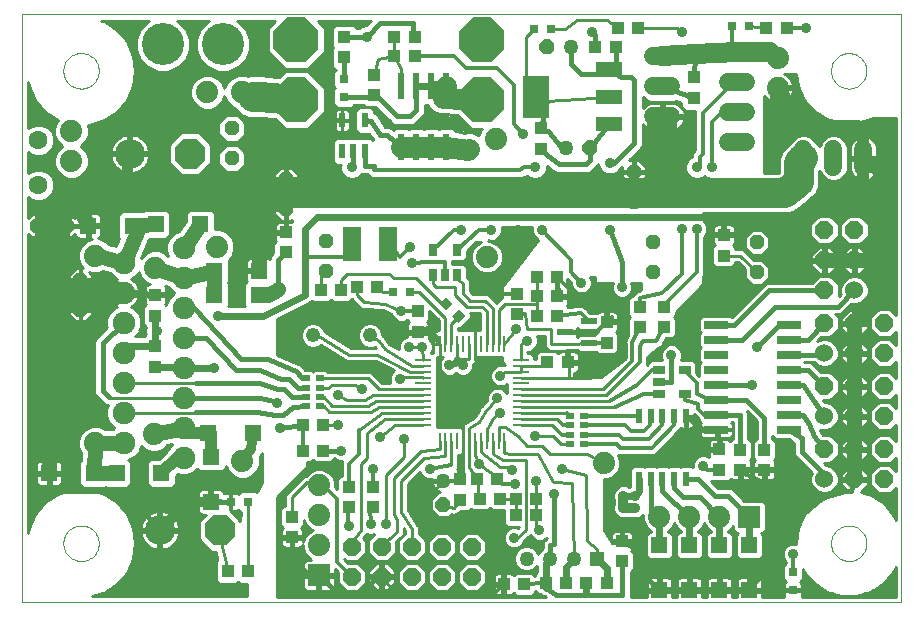
<source format=gtl>
G75*
%MOIN*%
%OFA0B0*%
%FSLAX24Y24*%
%IPPOS*%
%LPD*%
%AMOC8*
5,1,8,0,0,1.08239X$1,22.5*
%
%ADD10C,0.0000*%
%ADD11C,0.0480*%
%ADD12OC8,0.0500*%
%ADD13C,0.0500*%
%ADD14R,0.0413X0.0425*%
%ADD15R,0.0425X0.0413*%
%ADD16R,0.0433X0.0394*%
%ADD17R,0.0236X0.0866*%
%ADD18C,0.1000*%
%ADD19OC8,0.1000*%
%ADD20R,0.0580X0.0110*%
%ADD21R,0.0110X0.0580*%
%ADD22OC8,0.0600*%
%ADD23R,0.0880X0.0480*%
%ADD24R,0.0866X0.1417*%
%ADD25R,0.0551X0.0551*%
%ADD26OC8,0.1500*%
%ADD27C,0.0600*%
%ADD28C,0.0740*%
%ADD29C,0.0600*%
%ADD30R,0.0217X0.0472*%
%ADD31R,0.0520X0.0230*%
%ADD32R,0.0394X0.0433*%
%ADD33R,0.0228X0.0512*%
%ADD34R,0.0740X0.0740*%
%ADD35R,0.0315X0.0315*%
%ADD36R,0.0800X0.0260*%
%ADD37OC8,0.0480*%
%ADD38R,0.0300X0.0400*%
%ADD39R,0.0400X0.0300*%
%ADD40R,0.0500X0.0500*%
%ADD41C,0.0748*%
%ADD42R,0.0256X0.0197*%
%ADD43C,0.0630*%
%ADD44C,0.1400*%
%ADD45R,0.0591X0.1142*%
%ADD46R,0.0315X0.0315*%
%ADD47C,0.0100*%
%ADD48C,0.0356*%
%ADD49C,0.0240*%
%ADD50C,0.0160*%
%ADD51C,0.0120*%
%ADD52C,0.0320*%
%ADD53C,0.0500*%
%ADD54C,0.0400*%
%ADD55C,0.0660*%
%ADD56C,0.1000*%
%ADD57C,0.0700*%
D10*
X000150Y004729D02*
X000150Y024329D01*
X029450Y024329D01*
X029450Y004729D01*
X000150Y004729D01*
X001528Y006697D02*
X001530Y006745D01*
X001536Y006793D01*
X001546Y006840D01*
X001559Y006886D01*
X001577Y006931D01*
X001597Y006975D01*
X001622Y007017D01*
X001650Y007056D01*
X001680Y007093D01*
X001714Y007127D01*
X001751Y007159D01*
X001789Y007188D01*
X001830Y007213D01*
X001873Y007235D01*
X001918Y007253D01*
X001964Y007267D01*
X002011Y007278D01*
X002059Y007285D01*
X002107Y007288D01*
X002155Y007287D01*
X002203Y007282D01*
X002251Y007273D01*
X002297Y007261D01*
X002342Y007244D01*
X002386Y007224D01*
X002428Y007201D01*
X002468Y007174D01*
X002506Y007144D01*
X002541Y007111D01*
X002573Y007075D01*
X002603Y007037D01*
X002629Y006996D01*
X002651Y006953D01*
X002671Y006909D01*
X002686Y006864D01*
X002698Y006817D01*
X002706Y006769D01*
X002710Y006721D01*
X002710Y006673D01*
X002706Y006625D01*
X002698Y006577D01*
X002686Y006530D01*
X002671Y006485D01*
X002651Y006441D01*
X002629Y006398D01*
X002603Y006357D01*
X002573Y006319D01*
X002541Y006283D01*
X002506Y006250D01*
X002468Y006220D01*
X002428Y006193D01*
X002386Y006170D01*
X002342Y006150D01*
X002297Y006133D01*
X002251Y006121D01*
X002203Y006112D01*
X002155Y006107D01*
X002107Y006106D01*
X002059Y006109D01*
X002011Y006116D01*
X001964Y006127D01*
X001918Y006141D01*
X001873Y006159D01*
X001830Y006181D01*
X001789Y006206D01*
X001751Y006235D01*
X001714Y006267D01*
X001680Y006301D01*
X001650Y006338D01*
X001622Y006377D01*
X001597Y006419D01*
X001577Y006463D01*
X001559Y006508D01*
X001546Y006554D01*
X001536Y006601D01*
X001530Y006649D01*
X001528Y006697D01*
X001528Y022445D02*
X001530Y022493D01*
X001536Y022541D01*
X001546Y022588D01*
X001559Y022634D01*
X001577Y022679D01*
X001597Y022723D01*
X001622Y022765D01*
X001650Y022804D01*
X001680Y022841D01*
X001714Y022875D01*
X001751Y022907D01*
X001789Y022936D01*
X001830Y022961D01*
X001873Y022983D01*
X001918Y023001D01*
X001964Y023015D01*
X002011Y023026D01*
X002059Y023033D01*
X002107Y023036D01*
X002155Y023035D01*
X002203Y023030D01*
X002251Y023021D01*
X002297Y023009D01*
X002342Y022992D01*
X002386Y022972D01*
X002428Y022949D01*
X002468Y022922D01*
X002506Y022892D01*
X002541Y022859D01*
X002573Y022823D01*
X002603Y022785D01*
X002629Y022744D01*
X002651Y022701D01*
X002671Y022657D01*
X002686Y022612D01*
X002698Y022565D01*
X002706Y022517D01*
X002710Y022469D01*
X002710Y022421D01*
X002706Y022373D01*
X002698Y022325D01*
X002686Y022278D01*
X002671Y022233D01*
X002651Y022189D01*
X002629Y022146D01*
X002603Y022105D01*
X002573Y022067D01*
X002541Y022031D01*
X002506Y021998D01*
X002468Y021968D01*
X002428Y021941D01*
X002386Y021918D01*
X002342Y021898D01*
X002297Y021881D01*
X002251Y021869D01*
X002203Y021860D01*
X002155Y021855D01*
X002107Y021854D01*
X002059Y021857D01*
X002011Y021864D01*
X001964Y021875D01*
X001918Y021889D01*
X001873Y021907D01*
X001830Y021929D01*
X001789Y021954D01*
X001751Y021983D01*
X001714Y022015D01*
X001680Y022049D01*
X001650Y022086D01*
X001622Y022125D01*
X001597Y022167D01*
X001577Y022211D01*
X001559Y022256D01*
X001546Y022302D01*
X001536Y022349D01*
X001530Y022397D01*
X001528Y022445D01*
X027118Y022445D02*
X027120Y022493D01*
X027126Y022541D01*
X027136Y022588D01*
X027149Y022634D01*
X027167Y022679D01*
X027187Y022723D01*
X027212Y022765D01*
X027240Y022804D01*
X027270Y022841D01*
X027304Y022875D01*
X027341Y022907D01*
X027379Y022936D01*
X027420Y022961D01*
X027463Y022983D01*
X027508Y023001D01*
X027554Y023015D01*
X027601Y023026D01*
X027649Y023033D01*
X027697Y023036D01*
X027745Y023035D01*
X027793Y023030D01*
X027841Y023021D01*
X027887Y023009D01*
X027932Y022992D01*
X027976Y022972D01*
X028018Y022949D01*
X028058Y022922D01*
X028096Y022892D01*
X028131Y022859D01*
X028163Y022823D01*
X028193Y022785D01*
X028219Y022744D01*
X028241Y022701D01*
X028261Y022657D01*
X028276Y022612D01*
X028288Y022565D01*
X028296Y022517D01*
X028300Y022469D01*
X028300Y022421D01*
X028296Y022373D01*
X028288Y022325D01*
X028276Y022278D01*
X028261Y022233D01*
X028241Y022189D01*
X028219Y022146D01*
X028193Y022105D01*
X028163Y022067D01*
X028131Y022031D01*
X028096Y021998D01*
X028058Y021968D01*
X028018Y021941D01*
X027976Y021918D01*
X027932Y021898D01*
X027887Y021881D01*
X027841Y021869D01*
X027793Y021860D01*
X027745Y021855D01*
X027697Y021854D01*
X027649Y021857D01*
X027601Y021864D01*
X027554Y021875D01*
X027508Y021889D01*
X027463Y021907D01*
X027420Y021929D01*
X027379Y021954D01*
X027341Y021983D01*
X027304Y022015D01*
X027270Y022049D01*
X027240Y022086D01*
X027212Y022125D01*
X027187Y022167D01*
X027167Y022211D01*
X027149Y022256D01*
X027136Y022302D01*
X027126Y022349D01*
X027120Y022397D01*
X027118Y022445D01*
X027118Y006697D02*
X027120Y006745D01*
X027126Y006793D01*
X027136Y006840D01*
X027149Y006886D01*
X027167Y006931D01*
X027187Y006975D01*
X027212Y007017D01*
X027240Y007056D01*
X027270Y007093D01*
X027304Y007127D01*
X027341Y007159D01*
X027379Y007188D01*
X027420Y007213D01*
X027463Y007235D01*
X027508Y007253D01*
X027554Y007267D01*
X027601Y007278D01*
X027649Y007285D01*
X027697Y007288D01*
X027745Y007287D01*
X027793Y007282D01*
X027841Y007273D01*
X027887Y007261D01*
X027932Y007244D01*
X027976Y007224D01*
X028018Y007201D01*
X028058Y007174D01*
X028096Y007144D01*
X028131Y007111D01*
X028163Y007075D01*
X028193Y007037D01*
X028219Y006996D01*
X028241Y006953D01*
X028261Y006909D01*
X028276Y006864D01*
X028288Y006817D01*
X028296Y006769D01*
X028300Y006721D01*
X028300Y006673D01*
X028296Y006625D01*
X028288Y006577D01*
X028276Y006530D01*
X028261Y006485D01*
X028241Y006441D01*
X028219Y006398D01*
X028193Y006357D01*
X028163Y006319D01*
X028131Y006283D01*
X028096Y006250D01*
X028058Y006220D01*
X028018Y006193D01*
X027976Y006170D01*
X027932Y006150D01*
X027887Y006133D01*
X027841Y006121D01*
X027793Y006112D01*
X027745Y006107D01*
X027697Y006106D01*
X027649Y006109D01*
X027601Y006116D01*
X027554Y006127D01*
X027508Y006141D01*
X027463Y006159D01*
X027420Y006181D01*
X027379Y006206D01*
X027341Y006235D01*
X027304Y006267D01*
X027270Y006301D01*
X027240Y006338D01*
X027212Y006377D01*
X027187Y006419D01*
X027167Y006463D01*
X027149Y006508D01*
X027136Y006554D01*
X027126Y006601D01*
X027120Y006649D01*
X027118Y006697D01*
D11*
X011750Y013629D03*
X009850Y013629D03*
D12*
X014200Y007979D03*
X019100Y019879D03*
X017650Y023229D03*
D13*
X018450Y023229D03*
X018300Y019879D03*
X014200Y008779D03*
X016969Y006179D03*
X017756Y006179D03*
X018544Y006179D03*
D14*
X017294Y007629D03*
X017294Y008179D03*
X016606Y008179D03*
X016606Y007629D03*
X015994Y008829D03*
X015306Y008829D03*
X017656Y012729D03*
X018344Y012729D03*
X017994Y014929D03*
X017306Y014929D03*
X019256Y023229D03*
X019944Y023229D03*
X013244Y023579D03*
X012556Y023579D03*
D15*
X017450Y020523D03*
X017450Y019834D03*
X022550Y021534D03*
X022550Y022223D03*
X023550Y016973D03*
X023550Y016284D03*
X019650Y014073D03*
X019650Y013384D03*
X023400Y009823D03*
X023400Y009134D03*
X014750Y008823D03*
X014750Y008134D03*
X013350Y013734D03*
X013350Y014423D03*
X004600Y014284D03*
X004600Y014973D03*
X004600Y013273D03*
X004600Y012584D03*
D16*
X008950Y016394D03*
X008950Y017063D03*
X011900Y021644D03*
X011900Y022313D03*
X010900Y022894D03*
X010900Y023563D03*
X016650Y015013D03*
X016650Y014344D03*
X020750Y014563D03*
X020750Y013894D03*
X021550Y013894D03*
X021550Y014563D03*
X024100Y009813D03*
X024100Y009144D03*
X024900Y009144D03*
X024900Y009813D03*
X020150Y006763D03*
X020150Y006094D03*
X011850Y007894D03*
X011850Y008563D03*
X011050Y008563D03*
X011050Y007894D03*
X009150Y007563D03*
X009150Y006894D03*
D17*
X012800Y019905D03*
X013300Y019905D03*
X013800Y019905D03*
X014300Y019905D03*
X014300Y021952D03*
X013800Y021952D03*
X013300Y021952D03*
X012800Y021952D03*
D18*
X003750Y019679D03*
X004750Y007129D03*
D19*
X006750Y007129D03*
X005750Y019679D03*
D20*
X013530Y012809D03*
X013530Y012619D03*
X013530Y012419D03*
X013530Y012219D03*
X013530Y012029D03*
X013530Y011829D03*
X013530Y011629D03*
X013530Y011429D03*
X013530Y011239D03*
X013530Y011039D03*
X013530Y010839D03*
X013530Y010649D03*
X016770Y010649D03*
X016770Y010839D03*
X016770Y011039D03*
X016770Y011239D03*
X016770Y011429D03*
X016770Y011629D03*
X016770Y011829D03*
X016770Y012029D03*
X016770Y012219D03*
X016770Y012419D03*
X016770Y012619D03*
X016770Y012809D03*
D21*
X016230Y013349D03*
X016040Y013349D03*
X015840Y013349D03*
X015640Y013349D03*
X015450Y013349D03*
X015250Y013349D03*
X015050Y013349D03*
X014850Y013349D03*
X014660Y013349D03*
X014460Y013349D03*
X014260Y013349D03*
X014070Y013349D03*
X014070Y010109D03*
X014260Y010109D03*
X014460Y010109D03*
X014660Y010109D03*
X014850Y010109D03*
X015050Y010109D03*
X015250Y010109D03*
X015450Y010109D03*
X015640Y010109D03*
X015840Y010109D03*
X016040Y010109D03*
X016230Y010109D03*
D22*
X015150Y006579D03*
X014150Y006579D03*
X013150Y006579D03*
X012150Y006579D03*
X011150Y006579D03*
X011150Y005579D03*
X012150Y005579D03*
X013150Y005579D03*
X014150Y005579D03*
X015150Y005579D03*
X026900Y009829D03*
X027900Y009829D03*
X028900Y009829D03*
X028900Y008829D03*
X027900Y008829D03*
X027900Y010929D03*
X028900Y010929D03*
X028900Y011929D03*
X027900Y011929D03*
X026900Y011929D03*
X027900Y013029D03*
X028900Y013029D03*
X028900Y014029D03*
X027900Y014029D03*
X026900Y014029D03*
X026900Y015129D03*
X026900Y016129D03*
X027900Y016129D03*
X027900Y017129D03*
X026900Y017129D03*
X015050Y019829D03*
X008050Y019829D03*
D23*
X019720Y020669D03*
X019720Y021579D03*
X019720Y022489D03*
D24*
X017280Y021579D03*
D25*
X008048Y015779D03*
X008048Y014979D03*
X006552Y014979D03*
X006552Y015779D03*
X006098Y017329D03*
X004602Y017329D03*
X003848Y017279D03*
X002352Y017279D03*
X006352Y010379D03*
X006450Y009577D03*
X007848Y010379D03*
X006450Y008081D03*
X004798Y009029D03*
X003302Y009029D03*
X002548Y009029D03*
X001052Y009029D03*
X021400Y006627D03*
X022400Y006627D03*
X023400Y006627D03*
X024400Y006627D03*
X024400Y005131D03*
X023400Y005131D03*
X022400Y005131D03*
X021400Y005131D03*
D26*
X015500Y021479D03*
X015500Y023479D03*
X009300Y023479D03*
X009300Y021479D03*
D27*
X021200Y021929D02*
X021800Y021929D01*
X021800Y022929D02*
X021200Y022929D01*
X021200Y020929D02*
X021800Y020929D01*
X023700Y021079D02*
X024300Y021079D01*
X024300Y022079D02*
X023700Y022079D01*
X023700Y023079D02*
X024300Y023079D01*
X024300Y020079D02*
X023700Y020079D01*
X026200Y019829D02*
X026200Y019229D01*
X027200Y019229D02*
X027200Y019829D01*
X028200Y019829D02*
X028200Y019229D01*
D28*
X025350Y021879D03*
X025350Y022879D03*
X015950Y020179D03*
X015650Y016229D03*
X019550Y009379D03*
X021400Y007579D03*
X022400Y007579D03*
X023400Y007579D03*
X010050Y007629D03*
X010050Y008629D03*
X010050Y006629D03*
X007500Y009429D03*
X004550Y010329D03*
X002600Y010029D03*
X004600Y015879D03*
X002600Y016279D03*
X001800Y019429D03*
X001800Y020429D03*
X006330Y021729D03*
X007470Y021729D03*
X006650Y016579D03*
D29*
X026900Y013029D03*
X027900Y015129D03*
X026900Y010929D03*
X026900Y008829D03*
D30*
X011574Y019767D03*
X011200Y019767D03*
X010826Y019767D03*
X010826Y020791D03*
X011574Y020791D03*
D31*
X019050Y014099D03*
X019050Y013359D03*
X018250Y013729D03*
D32*
X017985Y014279D03*
X017315Y014279D03*
X017315Y015579D03*
X017985Y015579D03*
X011985Y015229D03*
X011315Y015229D03*
X010785Y015129D03*
X010115Y015129D03*
X010185Y010629D03*
X009515Y010629D03*
X009515Y009779D03*
X010185Y009779D03*
X007685Y005779D03*
X007015Y005779D03*
X015415Y008179D03*
X016085Y008179D03*
X016215Y005329D03*
X016885Y005329D03*
X017615Y005379D03*
X018285Y005379D03*
X018965Y005379D03*
X019635Y005379D03*
X013235Y022929D03*
X012565Y022929D03*
X020015Y023879D03*
X020685Y023879D03*
X024965Y023879D03*
X025635Y023879D03*
D33*
X022287Y010926D03*
X021894Y010926D03*
X021500Y010926D03*
X021106Y010926D03*
X020713Y010926D03*
X020713Y008832D03*
X021106Y008832D03*
X021500Y008832D03*
X021894Y008832D03*
X022287Y008832D03*
D34*
X024400Y007579D03*
X010050Y005629D03*
D35*
X007695Y008079D03*
X007105Y008079D03*
X012505Y015079D03*
X013095Y015079D03*
X010900Y021584D03*
X010900Y022174D03*
X017205Y023829D03*
X017795Y023829D03*
X023805Y023929D03*
X024395Y023929D03*
X025850Y005724D03*
X025850Y005134D03*
D36*
X025710Y010479D03*
X025710Y010979D03*
X025710Y011479D03*
X025710Y011979D03*
X025710Y012479D03*
X025710Y012979D03*
X025710Y013479D03*
X025710Y013979D03*
X023290Y013979D03*
X023290Y013479D03*
X023290Y012979D03*
X023290Y012479D03*
X023290Y011979D03*
X023290Y011479D03*
X023290Y010979D03*
X023290Y010479D03*
D37*
X024650Y015729D03*
X024650Y016729D03*
X021200Y016729D03*
X021200Y015729D03*
X020550Y018079D03*
X020550Y019079D03*
X010300Y016779D03*
X010300Y015779D03*
X008950Y017829D03*
X008950Y018829D03*
X007150Y019529D03*
X007150Y020529D03*
X001650Y017279D03*
X000650Y017279D03*
X002100Y015479D03*
X002100Y014479D03*
D38*
X013850Y015629D03*
X014250Y015629D03*
X014650Y015629D03*
X014650Y016479D03*
X013850Y016479D03*
D39*
X021400Y012479D03*
X021400Y012079D03*
X021400Y011679D03*
X022250Y011679D03*
X022250Y012479D03*
D40*
X019331Y006179D03*
D41*
X005541Y009552D03*
X005541Y010552D03*
X005541Y011552D03*
X005541Y012552D03*
X005541Y013552D03*
X005541Y014552D03*
X005541Y015552D03*
X005541Y016552D03*
X003541Y016052D03*
X003541Y015052D03*
X003541Y014052D03*
X003541Y013052D03*
X003541Y012052D03*
X003541Y011052D03*
X003541Y010052D03*
D42*
X009604Y011256D03*
X009604Y011571D03*
X009604Y011886D03*
X009604Y012201D03*
X010096Y012201D03*
X010096Y011886D03*
X010096Y011571D03*
X010096Y011256D03*
X018404Y010951D03*
X018404Y010636D03*
X018404Y010321D03*
X018404Y010006D03*
X018896Y010006D03*
X018896Y010321D03*
X018896Y010636D03*
X018896Y010951D03*
D43*
X000700Y018629D03*
X000700Y020129D03*
D44*
X004850Y023329D03*
X006850Y023329D03*
D45*
X011159Y016679D03*
X012341Y016679D03*
D46*
G36*
X014513Y014688D02*
X014291Y014466D01*
X014069Y014688D01*
X014291Y014910D01*
X014513Y014688D01*
G37*
G36*
X014931Y014270D02*
X014709Y014048D01*
X014487Y014270D01*
X014709Y014492D01*
X014931Y014270D01*
G37*
D47*
X015101Y014283D02*
X015420Y014283D01*
X015420Y014348D02*
X015420Y013809D01*
X015325Y013809D01*
X015305Y013789D01*
X015250Y013789D01*
X015195Y013789D01*
X015175Y013809D01*
X014680Y013809D01*
X014680Y013877D01*
X014779Y013877D01*
X015101Y014200D01*
X015101Y014340D01*
X015083Y014359D01*
X015409Y014359D01*
X015420Y014348D01*
X015420Y014185D02*
X015087Y014185D01*
X015125Y014154D02*
X015250Y014029D01*
X015250Y013349D01*
X015250Y012829D01*
X015400Y012679D01*
X015270Y012738D02*
X015270Y012909D01*
X015305Y012909D01*
X015325Y012889D01*
X016150Y012889D01*
X016150Y012729D01*
X016240Y012639D01*
X016149Y012639D01*
X016137Y012627D01*
X016031Y012627D01*
X015903Y012574D01*
X015805Y012476D01*
X015752Y012348D01*
X015752Y012210D01*
X015805Y012082D01*
X015903Y011984D01*
X016031Y011931D01*
X016169Y011931D01*
X016297Y011984D01*
X016310Y011996D01*
X016310Y011690D01*
X016295Y011726D01*
X016197Y011824D01*
X016069Y011877D01*
X015931Y011877D01*
X015803Y011824D01*
X015705Y011726D01*
X015652Y011598D01*
X015652Y011468D01*
X015479Y011274D01*
X015454Y011267D01*
X015420Y011208D01*
X015375Y011157D01*
X015377Y011131D01*
X015239Y010890D01*
X014992Y010749D01*
X014959Y010749D01*
X014915Y010705D01*
X014862Y010675D01*
X014853Y010643D01*
X014830Y010620D01*
X014830Y010558D01*
X014827Y010549D01*
X014805Y010549D01*
X014785Y010569D01*
X013990Y010569D01*
X013990Y012910D01*
X013995Y012909D01*
X014070Y012909D01*
X014070Y012953D01*
X014070Y012953D01*
X014070Y012909D01*
X014115Y012909D01*
X014135Y012889D01*
X014168Y012889D01*
X014105Y012826D01*
X014052Y012698D01*
X014052Y012560D01*
X014105Y012432D01*
X014203Y012334D01*
X014331Y012281D01*
X014469Y012281D01*
X014597Y012334D01*
X014625Y012361D01*
X014653Y012334D01*
X014781Y012281D01*
X014919Y012281D01*
X015047Y012334D01*
X015145Y012432D01*
X015198Y012560D01*
X015198Y012666D01*
X015270Y012738D01*
X015240Y012707D02*
X016171Y012707D01*
X016150Y012806D02*
X015270Y012806D01*
X015270Y012904D02*
X015309Y012904D01*
X015050Y012829D02*
X014850Y012829D01*
X014850Y012629D01*
X014850Y012829D02*
X014660Y012829D01*
X014660Y013349D01*
X014460Y013349D02*
X014460Y014021D01*
X014709Y014270D01*
X014988Y014086D02*
X015420Y014086D01*
X015420Y013988D02*
X014890Y013988D01*
X014791Y013889D02*
X015420Y013889D01*
X015307Y013791D02*
X015193Y013791D01*
X015250Y013789D02*
X015250Y013734D01*
X015250Y013734D01*
X015250Y013734D01*
X015250Y013789D01*
X015050Y013349D02*
X015050Y012829D01*
X015198Y012609D02*
X015987Y012609D01*
X015839Y012510D02*
X015178Y012510D01*
X015125Y012412D02*
X015778Y012412D01*
X015752Y012313D02*
X014998Y012313D01*
X014900Y012179D02*
X014070Y012179D01*
X014070Y013349D01*
X014030Y013349D01*
X013950Y013529D01*
X013865Y013495D02*
X013726Y013495D01*
X013713Y013508D02*
X013713Y013684D01*
X013400Y013684D01*
X013400Y013784D01*
X013713Y013784D01*
X013713Y013961D01*
X013702Y013999D01*
X013683Y014033D01*
X013655Y014061D01*
X013650Y014064D01*
X013733Y014146D01*
X013733Y014435D01*
X014040Y014128D01*
X014040Y013789D01*
X013995Y013789D01*
X013957Y013779D01*
X013923Y013759D01*
X013895Y013731D01*
X013875Y013697D01*
X013865Y013659D01*
X013865Y013349D01*
X014035Y013349D01*
X014035Y013349D01*
X013865Y013349D01*
X013865Y013039D01*
X013866Y013034D01*
X013796Y013034D01*
X013848Y013160D01*
X013848Y013298D01*
X013795Y013426D01*
X013713Y013508D01*
X013713Y013594D02*
X013865Y013594D01*
X013874Y013692D02*
X013400Y013692D01*
X013300Y013692D02*
X012160Y013692D01*
X012160Y013710D02*
X012098Y013861D01*
X011982Y013976D01*
X011832Y014039D01*
X011668Y014039D01*
X011518Y013976D01*
X011402Y013861D01*
X011340Y013710D01*
X011340Y013547D01*
X011402Y013397D01*
X010793Y013397D01*
X010952Y013298D02*
X011501Y013298D01*
X011518Y013281D02*
X011668Y013219D01*
X011832Y013219D01*
X011910Y013251D01*
X011952Y013199D01*
X011113Y013199D01*
X010251Y013732D01*
X010198Y013861D01*
X010082Y013976D01*
X009932Y014039D01*
X009768Y014039D01*
X009618Y013976D01*
X009502Y013861D01*
X009440Y013710D01*
X009440Y013547D01*
X009502Y013397D01*
X008650Y013397D01*
X008650Y013495D02*
X009462Y013495D01*
X009440Y013594D02*
X008650Y013594D01*
X008650Y013692D02*
X009440Y013692D01*
X009473Y013791D02*
X008650Y013791D01*
X008650Y013889D02*
X009531Y013889D01*
X009645Y013988D02*
X008650Y013988D01*
X008650Y014086D02*
X012717Y014086D01*
X012731Y014081D02*
X012869Y014081D01*
X012985Y014129D01*
X013050Y014064D01*
X013045Y014061D01*
X013017Y014033D01*
X012998Y013999D01*
X012987Y013961D01*
X012987Y013784D01*
X013300Y013784D01*
X013300Y013684D01*
X012987Y013684D01*
X012987Y013577D01*
X012981Y013577D01*
X012853Y013524D01*
X012755Y013426D01*
X012702Y013298D01*
X012702Y013160D01*
X012702Y013159D01*
X012398Y013346D01*
X012255Y013524D01*
X012248Y013561D01*
X012200Y013593D01*
X012165Y013637D01*
X012160Y013638D01*
X012160Y013710D01*
X012127Y013791D02*
X012987Y013791D01*
X012987Y013889D02*
X012069Y013889D01*
X011955Y013988D02*
X012995Y013988D01*
X013027Y014086D02*
X012883Y014086D01*
X012731Y014081D02*
X012603Y014134D01*
X012505Y014232D01*
X012466Y014325D01*
X012460Y014328D01*
X012384Y014358D01*
X012380Y014368D01*
X012191Y014462D01*
X011542Y014509D01*
X011459Y014509D01*
X011452Y014515D01*
X011443Y014516D01*
X011389Y014579D01*
X009449Y014579D01*
X009646Y014677D02*
X011290Y014677D01*
X011192Y014776D02*
X011085Y014776D01*
X011052Y014742D02*
X011139Y014829D01*
X011389Y014579D01*
X011550Y014729D02*
X011315Y014963D01*
X011315Y015229D01*
X011052Y014742D02*
X010517Y014742D01*
X010450Y014810D01*
X010383Y014742D01*
X009848Y014742D01*
X009811Y014779D01*
X009781Y014745D01*
X009772Y014740D01*
X009764Y014733D01*
X009720Y014715D01*
X008650Y014180D01*
X008650Y012974D01*
X009358Y012676D01*
X009366Y012675D01*
X009404Y012656D01*
X009443Y012640D01*
X009448Y012635D01*
X009455Y012631D01*
X009483Y012599D01*
X009513Y012569D01*
X009516Y012562D01*
X009597Y012470D01*
X009802Y012470D01*
X009850Y012422D01*
X009898Y012470D01*
X010294Y012470D01*
X010343Y012421D01*
X011769Y012421D01*
X011898Y012292D01*
X012141Y012049D01*
X012427Y012049D01*
X012402Y012110D01*
X012402Y012248D01*
X012455Y012376D01*
X012537Y012458D01*
X011947Y012759D01*
X011076Y012759D01*
X011012Y012744D01*
X010987Y012759D01*
X010959Y012759D01*
X010912Y012805D01*
X010106Y013305D01*
X010082Y013281D01*
X009932Y013219D01*
X009768Y013219D01*
X009618Y013281D01*
X009502Y013397D01*
X009601Y013298D02*
X008650Y013298D01*
X008650Y013200D02*
X010275Y013200D01*
X010116Y013298D02*
X010099Y013298D01*
X010000Y013629D02*
X009850Y013629D01*
X010000Y013629D02*
X011050Y012979D01*
X012000Y012979D01*
X013100Y012419D01*
X013530Y012419D01*
X013520Y012229D02*
X012800Y012229D01*
X012750Y012179D01*
X012429Y012313D02*
X011877Y012313D01*
X011975Y012215D02*
X012402Y012215D01*
X012402Y012116D02*
X012074Y012116D01*
X012050Y011829D02*
X011678Y012201D01*
X010096Y012201D01*
X010096Y011886D02*
X010357Y011886D01*
X010500Y011979D01*
X011250Y011979D01*
X011500Y011829D01*
X011600Y011479D02*
X011850Y011629D01*
X013530Y011629D01*
X013530Y011829D02*
X012050Y011829D01*
X011950Y011429D02*
X011700Y011279D01*
X010500Y011279D01*
X010207Y011571D01*
X010096Y011571D01*
X010096Y011256D02*
X010222Y011256D01*
X010400Y011079D01*
X011800Y011079D01*
X012060Y011239D01*
X013530Y011239D01*
X013530Y011429D02*
X011950Y011429D01*
X011600Y011479D02*
X011000Y011479D01*
X010700Y011629D01*
X010700Y010629D02*
X010185Y010629D01*
X010551Y009529D02*
X010558Y009529D01*
X010603Y009484D01*
X010731Y009431D01*
X010827Y009431D01*
X010820Y009424D01*
X010820Y008930D01*
X010763Y008930D01*
X010663Y008831D01*
X010663Y008491D01*
X010590Y008564D01*
X010590Y008736D01*
X010508Y008935D01*
X010356Y009087D01*
X010157Y009169D01*
X009943Y009169D01*
X009744Y009087D01*
X009606Y008949D01*
X009559Y008949D01*
X009430Y008820D01*
X009430Y008820D01*
X008930Y008320D01*
X008930Y007930D01*
X008863Y007930D01*
X008763Y007831D01*
X008763Y007296D01*
X008846Y007214D01*
X008841Y007211D01*
X008813Y007183D01*
X008794Y007149D01*
X008783Y007111D01*
X008783Y006943D01*
X009102Y006943D01*
X009102Y006846D01*
X009198Y006846D01*
X009198Y006547D01*
X009386Y006547D01*
X009424Y006558D01*
X009459Y006577D01*
X009487Y006605D01*
X009506Y006639D01*
X009510Y006653D01*
X009510Y006521D01*
X009592Y006323D01*
X009744Y006171D01*
X009798Y006149D01*
X009660Y006149D01*
X009622Y006139D01*
X009588Y006119D01*
X009560Y006091D01*
X009540Y006057D01*
X009530Y006019D01*
X009530Y005679D01*
X010000Y005679D01*
X010000Y005579D01*
X009530Y005579D01*
X009530Y005239D01*
X009540Y005201D01*
X009560Y005167D01*
X009588Y005139D01*
X009622Y005119D01*
X009660Y005109D01*
X010000Y005109D01*
X010000Y005579D01*
X010100Y005579D01*
X010100Y005679D01*
X010570Y005679D01*
X010570Y005834D01*
X010680Y005724D01*
X010680Y005384D01*
X010955Y005109D01*
X011345Y005109D01*
X011620Y005384D01*
X011620Y005773D01*
X011345Y006049D01*
X011005Y006049D01*
X010880Y006174D01*
X010880Y006184D01*
X010955Y006109D01*
X011345Y006109D01*
X011620Y006384D01*
X011620Y006773D01*
X011528Y006866D01*
X011617Y006984D01*
X011648Y007015D01*
X011731Y006981D01*
X011869Y006981D01*
X011900Y006993D01*
X011680Y006773D01*
X011680Y006384D01*
X011955Y006109D01*
X012345Y006109D01*
X012620Y006384D01*
X012620Y006756D01*
X012734Y006859D01*
X012741Y006859D01*
X012801Y006919D01*
X012865Y006976D01*
X012865Y006983D01*
X012870Y006988D01*
X012870Y007073D01*
X012874Y007158D01*
X012870Y007163D01*
X012870Y007209D01*
X012930Y007115D01*
X012930Y007023D01*
X012680Y006773D01*
X012680Y006384D01*
X012955Y006109D01*
X013345Y006109D01*
X013620Y006384D01*
X013620Y006773D01*
X013370Y007023D01*
X013370Y007155D01*
X013385Y007220D01*
X013370Y007243D01*
X013370Y007270D01*
X013323Y007317D01*
X013020Y007793D01*
X013020Y008688D01*
X013414Y009081D01*
X013455Y008982D01*
X013553Y008884D01*
X013681Y008831D01*
X013802Y008831D01*
X013800Y008818D01*
X013800Y008809D01*
X014170Y008809D01*
X014170Y008749D01*
X013800Y008749D01*
X013800Y008739D01*
X013815Y008662D01*
X013846Y008589D01*
X013889Y008524D01*
X013945Y008468D01*
X014011Y008424D01*
X014072Y008399D01*
X014026Y008399D01*
X013780Y008153D01*
X013780Y007805D01*
X014026Y007559D01*
X014374Y007559D01*
X014474Y007659D01*
X014486Y007649D01*
X014532Y007655D01*
X014577Y007642D01*
X014619Y007666D01*
X014667Y007671D01*
X014696Y007708D01*
X014736Y007731D01*
X014744Y007758D01*
X015033Y007758D01*
X015108Y007832D01*
X015148Y007792D01*
X015683Y007792D01*
X015750Y007860D01*
X015817Y007792D01*
X016229Y007792D01*
X016229Y007346D01*
X016328Y007246D01*
X016730Y007246D01*
X016730Y007232D01*
X016689Y007198D01*
X016619Y007227D01*
X016481Y007227D01*
X016353Y007174D01*
X016255Y007076D01*
X016202Y006948D01*
X016202Y006810D01*
X016255Y006682D01*
X016353Y006584D01*
X016481Y006531D01*
X016619Y006531D01*
X016747Y006584D01*
X016845Y006682D01*
X016892Y006794D01*
X017030Y006909D01*
X017041Y006909D01*
X017093Y006961D01*
X017105Y006932D01*
X017203Y006834D01*
X017331Y006781D01*
X017469Y006781D01*
X017597Y006834D01*
X017650Y006886D01*
X017650Y006864D01*
X017636Y006860D01*
X017626Y006852D01*
X017615Y006847D01*
X017588Y006820D01*
X017559Y006797D01*
X017553Y006786D01*
X017544Y006777D01*
X017530Y006742D01*
X017512Y006709D01*
X017511Y006696D01*
X017506Y006685D01*
X017506Y006647D01*
X017503Y006610D01*
X017506Y006598D01*
X017506Y006523D01*
X017400Y006417D01*
X017363Y006326D01*
X017325Y006417D01*
X017207Y006535D01*
X017052Y006599D01*
X016885Y006599D01*
X016731Y006535D01*
X016613Y006417D01*
X016549Y006262D01*
X016549Y006095D01*
X016613Y005941D01*
X016731Y005823D01*
X016885Y005759D01*
X017052Y005759D01*
X017207Y005823D01*
X017325Y005941D01*
X017325Y005942D01*
X017325Y005743D01*
X017249Y005666D01*
X017249Y005619D01*
X017152Y005715D01*
X016617Y005715D01*
X016535Y005633D01*
X016532Y005637D01*
X016504Y005665D01*
X016470Y005685D01*
X016432Y005695D01*
X016264Y005695D01*
X016264Y005377D01*
X016167Y005377D01*
X016167Y005280D01*
X016264Y005280D01*
X016264Y004962D01*
X016432Y004962D01*
X016470Y004972D01*
X016504Y004992D01*
X016532Y005020D01*
X016535Y005025D01*
X016617Y004942D01*
X017152Y004942D01*
X017251Y005042D01*
X017251Y005089D01*
X017348Y004992D01*
X017426Y004992D01*
X017451Y004968D01*
X017558Y004923D01*
X017593Y004923D01*
X017629Y004899D01*
X008650Y004899D01*
X008650Y008229D01*
X009650Y009229D01*
X009650Y009392D01*
X009783Y009392D01*
X009850Y009460D01*
X009917Y009392D01*
X010452Y009392D01*
X010551Y009492D01*
X010551Y009529D01*
X010516Y009457D02*
X010668Y009457D01*
X010820Y009358D02*
X009650Y009358D01*
X009650Y009260D02*
X010820Y009260D01*
X010820Y009161D02*
X010175Y009161D01*
X010380Y009063D02*
X010820Y009063D01*
X010820Y008964D02*
X010478Y008964D01*
X010536Y008866D02*
X010699Y008866D01*
X010663Y008767D02*
X010577Y008767D01*
X010590Y008669D02*
X010663Y008669D01*
X010663Y008570D02*
X010590Y008570D01*
X010050Y008629D02*
X009950Y008729D01*
X009650Y008729D01*
X009150Y008229D01*
X009150Y007563D01*
X008763Y007585D02*
X008650Y007585D01*
X008650Y007487D02*
X008763Y007487D01*
X008763Y007388D02*
X008650Y007388D01*
X008650Y007290D02*
X008770Y007290D01*
X008822Y007191D02*
X008650Y007191D01*
X008650Y007093D02*
X008783Y007093D01*
X008783Y006994D02*
X008650Y006994D01*
X008650Y006896D02*
X009102Y006896D01*
X009150Y006894D02*
X009150Y006229D01*
X009650Y005729D01*
X009950Y005729D01*
X010050Y005629D01*
X010100Y005615D02*
X010680Y005615D01*
X010680Y005517D02*
X010570Y005517D01*
X010570Y005579D02*
X010100Y005579D01*
X010100Y005109D01*
X010440Y005109D01*
X010478Y005119D01*
X010512Y005139D01*
X010540Y005167D01*
X010560Y005201D01*
X010570Y005239D01*
X010570Y005579D01*
X010570Y005714D02*
X010680Y005714D01*
X010591Y005812D02*
X010570Y005812D01*
X010946Y006108D02*
X016549Y006108D01*
X016549Y006206D02*
X015442Y006206D01*
X015345Y006109D02*
X015620Y006384D01*
X015620Y006773D01*
X015345Y007049D01*
X014955Y007049D01*
X014680Y006773D01*
X014680Y006384D01*
X014955Y006109D01*
X015345Y006109D01*
X015345Y006049D02*
X014955Y006049D01*
X014680Y005773D01*
X014680Y005384D01*
X014955Y005109D01*
X015345Y005109D01*
X015620Y005384D01*
X015620Y005773D01*
X015345Y006049D01*
X015384Y006009D02*
X016584Y006009D01*
X016643Y005911D02*
X015483Y005911D01*
X015581Y005812D02*
X016756Y005812D01*
X016616Y005714D02*
X015620Y005714D01*
X015620Y005615D02*
X015886Y005615D01*
X015879Y005603D02*
X015869Y005565D01*
X015869Y005377D01*
X016167Y005377D01*
X016167Y005695D01*
X015999Y005695D01*
X015961Y005685D01*
X015926Y005665D01*
X015898Y005637D01*
X015879Y005603D01*
X015869Y005517D02*
X015620Y005517D01*
X015620Y005418D02*
X015869Y005418D01*
X015869Y005280D02*
X015869Y005093D01*
X015879Y005054D01*
X015898Y005020D01*
X015926Y004992D01*
X015961Y004972D01*
X015999Y004962D01*
X016167Y004962D01*
X016167Y005280D01*
X015869Y005280D01*
X015869Y005221D02*
X015457Y005221D01*
X015359Y005123D02*
X015869Y005123D01*
X015896Y005024D02*
X008650Y005024D01*
X008650Y004926D02*
X017552Y004926D01*
X017316Y005024D02*
X017234Y005024D01*
X017297Y005714D02*
X017153Y005714D01*
X017182Y005812D02*
X017325Y005812D01*
X017325Y005911D02*
X017295Y005911D01*
X017331Y006403D02*
X017395Y006403D01*
X017485Y006502D02*
X017240Y006502D01*
X017506Y006600D02*
X016764Y006600D01*
X016698Y006502D02*
X015620Y006502D01*
X015620Y006600D02*
X016336Y006600D01*
X016248Y006699D02*
X015620Y006699D01*
X015596Y006797D02*
X016207Y006797D01*
X016202Y006896D02*
X015498Y006896D01*
X015399Y006994D02*
X016221Y006994D01*
X016272Y007093D02*
X013370Y007093D01*
X013378Y007191D02*
X016395Y007191D01*
X016285Y007290D02*
X013350Y007290D01*
X013277Y007388D02*
X016229Y007388D01*
X016229Y007487D02*
X013215Y007487D01*
X013152Y007585D02*
X014000Y007585D01*
X013901Y007684D02*
X013089Y007684D01*
X013027Y007782D02*
X013803Y007782D01*
X013780Y007881D02*
X013020Y007881D01*
X013020Y007979D02*
X013780Y007979D01*
X013780Y008078D02*
X013020Y008078D01*
X013020Y008176D02*
X013804Y008176D01*
X013902Y008275D02*
X013020Y008275D01*
X013020Y008373D02*
X014001Y008373D01*
X013941Y008472D02*
X013020Y008472D01*
X013020Y008570D02*
X013858Y008570D01*
X013814Y008669D02*
X013020Y008669D01*
X013100Y008767D02*
X014170Y008767D01*
X014200Y008779D02*
X013550Y008079D01*
X013550Y007579D01*
X013150Y007179D02*
X013150Y006579D01*
X013498Y006896D02*
X013802Y006896D01*
X013704Y006797D02*
X013596Y006797D01*
X013680Y006773D02*
X013680Y006384D01*
X013955Y006109D01*
X014345Y006109D01*
X014620Y006384D01*
X014620Y006773D01*
X014345Y007049D01*
X013955Y007049D01*
X013680Y006773D01*
X013680Y006699D02*
X013620Y006699D01*
X013620Y006600D02*
X013680Y006600D01*
X013680Y006502D02*
X013620Y006502D01*
X013620Y006403D02*
X013680Y006403D01*
X013759Y006305D02*
X013541Y006305D01*
X013650Y006279D02*
X013650Y006929D01*
X013399Y006994D02*
X013901Y006994D01*
X014399Y006994D02*
X014901Y006994D01*
X014802Y006896D02*
X014498Y006896D01*
X014596Y006797D02*
X014704Y006797D01*
X014680Y006699D02*
X014620Y006699D01*
X014620Y006600D02*
X014680Y006600D01*
X014680Y006502D02*
X014620Y006502D01*
X014620Y006403D02*
X014680Y006403D01*
X014759Y006305D02*
X014541Y006305D01*
X014442Y006206D02*
X014858Y006206D01*
X014916Y006009D02*
X014384Y006009D01*
X014345Y006049D02*
X013955Y006049D01*
X013680Y005773D01*
X013680Y005384D01*
X013955Y005109D01*
X014345Y005109D01*
X014620Y005384D01*
X014620Y005773D01*
X014345Y006049D01*
X014483Y005911D02*
X014817Y005911D01*
X014719Y005812D02*
X014581Y005812D01*
X014620Y005714D02*
X014680Y005714D01*
X014680Y005615D02*
X014620Y005615D01*
X014620Y005517D02*
X014680Y005517D01*
X014680Y005418D02*
X014620Y005418D01*
X014556Y005320D02*
X014744Y005320D01*
X014843Y005221D02*
X014457Y005221D01*
X014359Y005123D02*
X014941Y005123D01*
X015556Y005320D02*
X016167Y005320D01*
X016167Y005418D02*
X016264Y005418D01*
X016264Y005517D02*
X016167Y005517D01*
X016167Y005615D02*
X016264Y005615D01*
X016264Y005221D02*
X016167Y005221D01*
X016167Y005123D02*
X016264Y005123D01*
X016264Y005024D02*
X016167Y005024D01*
X016535Y005024D02*
X016535Y005024D01*
X016566Y006305D02*
X015541Y006305D01*
X015620Y006403D02*
X016607Y006403D01*
X016852Y006699D02*
X017511Y006699D01*
X017509Y006797D02*
X017560Y006797D01*
X017291Y006797D02*
X016896Y006797D01*
X017014Y006896D02*
X017141Y006896D01*
X017294Y007134D02*
X017400Y007129D01*
X017294Y007134D02*
X017294Y007629D01*
X017294Y008179D01*
X017300Y008184D01*
X017300Y008779D01*
X017850Y008729D02*
X018500Y008722D01*
X018544Y006179D01*
X019000Y006779D02*
X019331Y006498D01*
X019331Y006179D01*
X019816Y006715D02*
X019550Y007129D01*
X019550Y008839D01*
X019657Y008839D01*
X019856Y008921D01*
X020008Y009073D01*
X020090Y009271D01*
X020090Y009486D01*
X020023Y009649D01*
X021245Y009649D01*
X021995Y010399D01*
X022124Y010528D01*
X022154Y010520D01*
X022280Y010520D01*
X022280Y010919D01*
X022294Y010919D01*
X022294Y010520D01*
X022421Y010520D01*
X022459Y010530D01*
X022494Y010550D01*
X022521Y010578D01*
X022541Y010612D01*
X022551Y010650D01*
X022551Y010919D01*
X022294Y010919D01*
X022294Y010933D01*
X022551Y010933D01*
X022551Y011002D01*
X022670Y010884D01*
X022720Y010834D01*
X022720Y010778D01*
X022784Y010715D01*
X022770Y010701D01*
X022750Y010667D01*
X022740Y010629D01*
X022740Y010494D01*
X023275Y010494D01*
X023275Y010464D01*
X022740Y010464D01*
X022740Y010329D01*
X022750Y010291D01*
X022770Y010257D01*
X022798Y010229D01*
X022832Y010209D01*
X022870Y010199D01*
X023275Y010199D01*
X023275Y010464D01*
X023305Y010464D01*
X023305Y010494D01*
X023840Y010494D01*
X023840Y010629D01*
X023830Y010667D01*
X023810Y010701D01*
X023796Y010715D01*
X023810Y010729D01*
X023850Y010729D01*
X023850Y010180D01*
X023813Y010180D01*
X023741Y010108D01*
X023733Y010122D01*
X023705Y010150D01*
X023670Y010170D01*
X023632Y010180D01*
X023450Y010180D01*
X023450Y009873D01*
X023350Y009873D01*
X023350Y009773D01*
X023037Y009773D01*
X023037Y009597D01*
X023043Y009576D01*
X022919Y009627D01*
X022781Y009627D01*
X022653Y009574D01*
X022555Y009476D01*
X022502Y009348D01*
X022502Y009228D01*
X022472Y009258D01*
X022103Y009258D01*
X022091Y009245D01*
X022078Y009258D01*
X021709Y009258D01*
X021697Y009245D01*
X021684Y009258D01*
X021316Y009258D01*
X021303Y009245D01*
X021291Y009258D01*
X020922Y009258D01*
X020909Y009245D01*
X020897Y009258D01*
X020528Y009258D01*
X020429Y009158D01*
X020429Y008904D01*
X020423Y008889D01*
X020423Y008582D01*
X020403Y008574D01*
X020400Y008571D01*
X020397Y008574D01*
X020269Y008627D01*
X020131Y008627D01*
X020003Y008574D01*
X019905Y008476D01*
X019852Y008348D01*
X019852Y008210D01*
X019870Y008166D01*
X019870Y007992D01*
X019852Y007948D01*
X019852Y007810D01*
X019905Y007682D01*
X020003Y007584D01*
X020131Y007531D01*
X020269Y007531D01*
X020313Y007549D01*
X020487Y007549D01*
X020531Y007531D01*
X020669Y007531D01*
X020797Y007584D01*
X020860Y007646D01*
X020860Y007471D01*
X020942Y007273D01*
X021094Y007121D01*
X021110Y007114D01*
X021110Y007072D01*
X021054Y007072D01*
X020954Y006973D01*
X020954Y006281D01*
X021054Y006181D01*
X021746Y006181D01*
X021846Y006281D01*
X021846Y006973D01*
X021746Y007072D01*
X021690Y007072D01*
X021690Y007114D01*
X021706Y007121D01*
X021858Y007273D01*
X021900Y007375D01*
X021942Y007273D01*
X022094Y007121D01*
X022110Y007114D01*
X022110Y007072D01*
X022054Y007072D01*
X021954Y006973D01*
X021954Y006281D01*
X022054Y006181D01*
X022746Y006181D01*
X022846Y006281D01*
X022846Y006973D01*
X022746Y007072D01*
X022690Y007072D01*
X022690Y007114D01*
X022706Y007121D01*
X022858Y007273D01*
X022900Y007375D01*
X022942Y007273D01*
X023094Y007121D01*
X023110Y007114D01*
X023110Y007072D01*
X023054Y007072D01*
X022954Y006973D01*
X022954Y006281D01*
X023054Y006181D01*
X023746Y006181D01*
X023846Y006281D01*
X023846Y006973D01*
X023746Y007072D01*
X023690Y007072D01*
X023690Y007114D01*
X023706Y007121D01*
X023858Y007273D01*
X023860Y007278D01*
X023860Y007138D01*
X023960Y007039D01*
X024020Y007039D01*
X023954Y006973D01*
X023954Y006281D01*
X024054Y006181D01*
X024746Y006181D01*
X024846Y006281D01*
X024846Y006973D01*
X024780Y007039D01*
X024840Y007039D01*
X024940Y007138D01*
X024940Y008019D01*
X024840Y008119D01*
X024214Y008119D01*
X023842Y008491D01*
X023750Y008529D01*
X023354Y008529D01*
X023125Y008758D01*
X023683Y008758D01*
X023772Y008847D01*
X023791Y008827D01*
X023826Y008808D01*
X023864Y008797D01*
X024052Y008797D01*
X024052Y009096D01*
X024148Y009096D01*
X024148Y008797D01*
X024336Y008797D01*
X024374Y008808D01*
X024409Y008827D01*
X024437Y008855D01*
X024456Y008889D01*
X024467Y008928D01*
X024467Y009096D01*
X024148Y009096D01*
X024148Y009193D01*
X024467Y009193D01*
X024467Y009361D01*
X024456Y009399D01*
X024437Y009433D01*
X024409Y009461D01*
X024404Y009464D01*
X024487Y009546D01*
X024487Y010081D01*
X024387Y010180D01*
X024350Y010180D01*
X024350Y011029D01*
X024317Y011108D01*
X024650Y010775D01*
X024650Y010180D01*
X024613Y010180D01*
X024513Y010081D01*
X024513Y009546D01*
X024596Y009464D01*
X024591Y009461D01*
X024563Y009433D01*
X024544Y009399D01*
X024533Y009361D01*
X024533Y009193D01*
X024852Y009193D01*
X024852Y009096D01*
X024948Y009096D01*
X024948Y008797D01*
X025136Y008797D01*
X025174Y008808D01*
X025209Y008827D01*
X025237Y008855D01*
X025256Y008889D01*
X025267Y008928D01*
X025267Y009096D01*
X024948Y009096D01*
X024948Y009193D01*
X025267Y009193D01*
X025267Y009361D01*
X025256Y009399D01*
X025237Y009433D01*
X025209Y009461D01*
X025204Y009464D01*
X025287Y009546D01*
X025287Y010081D01*
X025187Y010180D01*
X025150Y010180D01*
X025150Y010268D01*
X025240Y010179D01*
X025711Y010179D01*
X025900Y010054D01*
X025900Y009679D01*
X025938Y009587D01*
X026481Y009045D01*
X026430Y008922D01*
X026430Y008735D01*
X026502Y008563D01*
X026634Y008430D01*
X026807Y008359D01*
X026993Y008359D01*
X027166Y008430D01*
X027298Y008563D01*
X027370Y008735D01*
X027370Y008922D01*
X027298Y009095D01*
X027166Y009227D01*
X026993Y009299D01*
X026934Y009299D01*
X026874Y009359D01*
X027095Y009359D01*
X027370Y009634D01*
X027370Y010023D01*
X027095Y010299D01*
X026851Y010299D01*
X026771Y010402D01*
X026739Y010487D01*
X026807Y010459D01*
X026993Y010459D01*
X027166Y010530D01*
X027298Y010663D01*
X027370Y010835D01*
X027370Y011022D01*
X027298Y011195D01*
X027166Y011327D01*
X026993Y011399D01*
X026876Y011399D01*
X026834Y011459D01*
X027095Y011459D01*
X027370Y011734D01*
X027370Y012123D01*
X027095Y012399D01*
X026784Y012399D01*
X026492Y012691D01*
X026400Y012729D01*
X026230Y012729D01*
X026535Y012729D01*
X026634Y012630D01*
X026807Y012559D01*
X026993Y012559D01*
X027166Y012630D01*
X027298Y012763D01*
X027370Y012935D01*
X027370Y013122D01*
X027298Y013295D01*
X027166Y013427D01*
X026993Y013499D01*
X026807Y013499D01*
X026665Y013440D01*
X026784Y013559D01*
X027095Y013559D01*
X027370Y013834D01*
X027370Y014223D01*
X027265Y014329D01*
X027400Y014329D01*
X027492Y014367D01*
X027790Y014666D01*
X027807Y014659D01*
X027993Y014659D01*
X028166Y014730D01*
X028298Y014863D01*
X028370Y015035D01*
X028370Y015222D01*
X028298Y015395D01*
X028166Y015527D01*
X027993Y015599D01*
X027807Y015599D01*
X027634Y015527D01*
X027502Y015395D01*
X027430Y015222D01*
X027430Y015035D01*
X027437Y015019D01*
X027370Y014952D01*
X027370Y015323D01*
X027095Y015599D01*
X026705Y015599D01*
X026485Y015379D01*
X025000Y015379D01*
X024908Y015341D01*
X024838Y015270D01*
X023803Y014236D01*
X023760Y014279D01*
X022820Y014279D01*
X022720Y014179D01*
X022720Y013778D01*
X022770Y013729D01*
X022720Y013679D01*
X022720Y013278D01*
X022770Y013229D01*
X022720Y013179D01*
X022720Y012778D01*
X022770Y012729D01*
X022720Y012679D01*
X022720Y012284D01*
X022620Y012384D01*
X022620Y012699D01*
X022520Y012799D01*
X022102Y012799D01*
X022148Y012910D01*
X022148Y013048D01*
X022095Y013176D01*
X021997Y013274D01*
X021869Y013327D01*
X021731Y013327D01*
X021603Y013274D01*
X021505Y013176D01*
X021452Y013048D01*
X021452Y012910D01*
X021498Y012799D01*
X021130Y012799D01*
X021030Y012699D01*
X021030Y012684D01*
X020980Y012634D01*
X020980Y012908D01*
X021339Y013199D01*
X021380Y013199D01*
X021404Y013223D01*
X021437Y013232D01*
X021469Y013288D01*
X021515Y013334D01*
X021515Y013368D01*
X021606Y013527D01*
X021837Y013527D01*
X021937Y013627D01*
X021937Y014161D01*
X021869Y014229D01*
X021937Y014296D01*
X021937Y014415D01*
X022850Y015329D01*
X022850Y015604D01*
X022880Y015634D01*
X022880Y016916D01*
X022945Y016982D01*
X022998Y017110D01*
X022998Y017248D01*
X022945Y017376D01*
X022850Y017471D01*
X022850Y017709D01*
X025558Y017709D01*
X025649Y017697D01*
X025690Y017709D01*
X025733Y017709D01*
X025818Y017744D01*
X025906Y017768D01*
X025940Y017794D01*
X025980Y017811D01*
X026044Y017876D01*
X026390Y018144D01*
X026430Y018161D01*
X026494Y018226D01*
X026567Y018282D01*
X026588Y018319D01*
X026618Y018349D01*
X026653Y018434D01*
X026698Y018513D01*
X026704Y018556D01*
X026720Y018596D01*
X026720Y018687D01*
X026731Y018778D01*
X026720Y018819D01*
X026720Y019101D01*
X026737Y019118D01*
X026802Y018963D01*
X026934Y018830D01*
X027107Y018759D01*
X027293Y018759D01*
X027466Y018830D01*
X027598Y018963D01*
X027670Y019135D01*
X027670Y019922D01*
X027598Y020095D01*
X027466Y020227D01*
X027293Y020299D01*
X027107Y020299D01*
X026934Y020227D01*
X026802Y020095D01*
X026737Y019939D01*
X026611Y020066D01*
X026598Y020095D01*
X026466Y020227D01*
X026293Y020299D01*
X026107Y020299D01*
X025934Y020227D01*
X025802Y020095D01*
X025789Y020066D01*
X025482Y019758D01*
X025380Y019512D01*
X025380Y019056D01*
X025370Y019049D01*
X024900Y019049D01*
X024900Y021617D01*
X024905Y021606D01*
X024953Y021540D01*
X025011Y021482D01*
X025077Y021434D01*
X025150Y021397D01*
X025228Y021372D01*
X025300Y021360D01*
X025300Y021829D01*
X025400Y021829D01*
X025400Y021929D01*
X025869Y021929D01*
X025857Y022001D01*
X025832Y022078D01*
X025795Y022151D01*
X025747Y022218D01*
X025689Y022275D01*
X025623Y022324D01*
X025566Y022352D01*
X025955Y022337D01*
X026011Y021947D01*
X026011Y021947D01*
X026220Y021488D01*
X026550Y021108D01*
X026974Y020835D01*
X027457Y020693D01*
X027961Y020693D01*
X028444Y020835D01*
X028444Y020835D01*
X028512Y020879D01*
X029280Y020879D01*
X029280Y014313D01*
X029095Y014499D01*
X028705Y014499D01*
X028430Y014223D01*
X028430Y013834D01*
X028705Y013559D01*
X029095Y013559D01*
X029280Y013744D01*
X029280Y013313D01*
X029095Y013499D01*
X028705Y013499D01*
X028430Y013223D01*
X028430Y012834D01*
X028705Y012559D01*
X029095Y012559D01*
X029280Y012744D01*
X029280Y012213D01*
X029095Y012399D01*
X028705Y012399D01*
X028430Y012123D01*
X028430Y011734D01*
X028705Y011459D01*
X029095Y011459D01*
X029280Y011644D01*
X029280Y011213D01*
X029095Y011399D01*
X028705Y011399D01*
X028430Y011123D01*
X028430Y010734D01*
X028705Y010459D01*
X029095Y010459D01*
X029280Y010644D01*
X029280Y010113D01*
X029095Y010299D01*
X028705Y010299D01*
X028430Y010023D01*
X028430Y009634D01*
X028705Y009359D01*
X029095Y009359D01*
X029280Y009544D01*
X029280Y009113D01*
X029095Y009299D01*
X028705Y009299D01*
X028430Y009023D01*
X028430Y008634D01*
X028705Y008359D01*
X029095Y008359D01*
X029280Y008544D01*
X029280Y007475D01*
X029198Y007654D01*
X029198Y007654D01*
X028868Y008035D01*
X028444Y008307D01*
X028112Y008405D01*
X028350Y008642D01*
X028350Y008779D01*
X027950Y008779D01*
X027950Y008879D01*
X027850Y008879D01*
X027850Y009279D01*
X027714Y009279D01*
X027450Y009015D01*
X027450Y008879D01*
X027850Y008879D01*
X027850Y008779D01*
X027450Y008779D01*
X027450Y008642D01*
X027643Y008449D01*
X027457Y008449D01*
X026974Y008307D01*
X026974Y008307D01*
X026550Y008035D01*
X026550Y008035D01*
X026550Y008035D01*
X026220Y007654D01*
X026011Y007196D01*
X025939Y006697D01*
X025943Y006667D01*
X025919Y006677D01*
X025781Y006677D01*
X025653Y006624D01*
X025555Y006526D01*
X025502Y006398D01*
X025502Y006260D01*
X025555Y006132D01*
X025620Y006066D01*
X025620Y006049D01*
X025523Y005952D01*
X025523Y005496D01*
X025605Y005414D01*
X025600Y005411D01*
X025572Y005383D01*
X025553Y005349D01*
X025543Y005311D01*
X025543Y005162D01*
X025821Y005162D01*
X025821Y005105D01*
X025543Y005105D01*
X025543Y004956D01*
X025553Y004918D01*
X025564Y004899D01*
X024826Y004899D01*
X024826Y005081D01*
X024450Y005081D01*
X024450Y005181D01*
X024350Y005181D01*
X024350Y005556D01*
X024105Y005556D01*
X024067Y005546D01*
X024032Y005526D01*
X024004Y005498D01*
X023985Y005464D01*
X023974Y005426D01*
X023974Y005181D01*
X024350Y005181D01*
X024350Y005081D01*
X023974Y005081D01*
X023974Y004899D01*
X023826Y004899D01*
X023826Y005081D01*
X023450Y005081D01*
X023450Y005181D01*
X023350Y005181D01*
X023350Y005556D01*
X023105Y005556D01*
X023067Y005546D01*
X023032Y005526D01*
X023004Y005498D01*
X022985Y005464D01*
X022974Y005426D01*
X022974Y005181D01*
X023350Y005181D01*
X023350Y005081D01*
X022974Y005081D01*
X022974Y004899D01*
X022826Y004899D01*
X022826Y005081D01*
X022450Y005081D01*
X022450Y005181D01*
X022350Y005181D01*
X022350Y005556D01*
X022105Y005556D01*
X022067Y005546D01*
X022032Y005526D01*
X022004Y005498D01*
X021985Y005464D01*
X021974Y005426D01*
X021974Y005181D01*
X022350Y005181D01*
X022350Y005081D01*
X021974Y005081D01*
X021974Y004899D01*
X021826Y004899D01*
X021826Y005081D01*
X021450Y005081D01*
X021450Y005181D01*
X021350Y005181D01*
X021350Y005556D01*
X021105Y005556D01*
X021067Y005546D01*
X021032Y005526D01*
X021004Y005498D01*
X020985Y005464D01*
X020974Y005426D01*
X020974Y005181D01*
X021350Y005181D01*
X021350Y005081D01*
X020974Y005081D01*
X020974Y004899D01*
X020450Y004899D01*
X020450Y005729D01*
X020445Y005736D01*
X020537Y005827D01*
X020537Y006361D01*
X020454Y006444D01*
X020459Y006447D01*
X020487Y006474D01*
X020506Y006509D01*
X020517Y006547D01*
X020517Y006715D01*
X020198Y006715D01*
X020198Y006812D01*
X020102Y006812D01*
X020102Y007110D01*
X019914Y007110D01*
X019876Y007100D01*
X019841Y007080D01*
X019813Y007052D01*
X019794Y007018D01*
X019783Y006980D01*
X019783Y006812D01*
X020102Y006812D01*
X020102Y006715D01*
X019816Y006715D01*
X019763Y006797D02*
X020102Y006797D01*
X020198Y006797D02*
X020954Y006797D01*
X020954Y006699D02*
X020517Y006699D01*
X020517Y006600D02*
X020954Y006600D01*
X020954Y006502D02*
X020502Y006502D01*
X020495Y006403D02*
X020954Y006403D01*
X020954Y006305D02*
X020537Y006305D01*
X020537Y006206D02*
X021029Y006206D01*
X020537Y006108D02*
X025579Y006108D01*
X025580Y006009D02*
X020537Y006009D01*
X020537Y005911D02*
X025523Y005911D01*
X025523Y005812D02*
X020522Y005812D01*
X020450Y005714D02*
X025523Y005714D01*
X025523Y005615D02*
X020450Y005615D01*
X020450Y005517D02*
X021023Y005517D01*
X020974Y005418D02*
X020450Y005418D01*
X020450Y005320D02*
X020974Y005320D01*
X020974Y005221D02*
X020450Y005221D01*
X020450Y005123D02*
X021350Y005123D01*
X021350Y005221D02*
X021450Y005221D01*
X021450Y005181D02*
X021450Y005556D01*
X021695Y005556D01*
X021733Y005546D01*
X021768Y005526D01*
X021796Y005498D01*
X021815Y005464D01*
X021826Y005426D01*
X021826Y005181D01*
X021450Y005181D01*
X021450Y005123D02*
X022350Y005123D01*
X022350Y005221D02*
X022450Y005221D01*
X022450Y005181D02*
X022450Y005556D01*
X022695Y005556D01*
X022733Y005546D01*
X022768Y005526D01*
X022796Y005498D01*
X022815Y005464D01*
X022826Y005426D01*
X022826Y005181D01*
X022450Y005181D01*
X022450Y005123D02*
X023350Y005123D01*
X023350Y005221D02*
X023450Y005221D01*
X023450Y005181D02*
X023450Y005556D01*
X023695Y005556D01*
X023733Y005546D01*
X023768Y005526D01*
X023796Y005498D01*
X023815Y005464D01*
X023826Y005426D01*
X023826Y005181D01*
X023450Y005181D01*
X023450Y005123D02*
X024350Y005123D01*
X024350Y005221D02*
X024450Y005221D01*
X024450Y005181D02*
X024450Y005556D01*
X024695Y005556D01*
X024733Y005546D01*
X024768Y005526D01*
X024796Y005498D01*
X024815Y005464D01*
X024826Y005426D01*
X024826Y005181D01*
X024450Y005181D01*
X024450Y005123D02*
X025821Y005123D01*
X025879Y005123D02*
X026918Y005123D01*
X026974Y005087D02*
X027457Y004945D01*
X027961Y004945D01*
X028444Y005087D01*
X028444Y005087D01*
X028868Y005360D01*
X029198Y005740D01*
X029198Y005740D01*
X029280Y005920D01*
X029280Y004899D01*
X026136Y004899D01*
X026147Y004918D01*
X026157Y004956D01*
X026157Y005105D01*
X025879Y005105D01*
X025879Y005162D01*
X026157Y005162D01*
X026157Y005311D01*
X026147Y005349D01*
X026128Y005383D01*
X026100Y005411D01*
X026095Y005414D01*
X026177Y005496D01*
X026177Y005834D01*
X026220Y005740D01*
X026550Y005360D01*
X026974Y005087D01*
X026974Y005087D01*
X027188Y005024D02*
X026157Y005024D01*
X026149Y004926D02*
X029280Y004926D01*
X029280Y005024D02*
X028230Y005024D01*
X028500Y005123D02*
X029280Y005123D01*
X029280Y005221D02*
X028653Y005221D01*
X028806Y005320D02*
X029280Y005320D01*
X029280Y005418D02*
X028919Y005418D01*
X028868Y005360D02*
X028868Y005360D01*
X028868Y005360D01*
X029004Y005517D02*
X029280Y005517D01*
X029280Y005615D02*
X029090Y005615D01*
X029175Y005714D02*
X029280Y005714D01*
X029280Y005812D02*
X029231Y005812D01*
X029276Y005911D02*
X029280Y005911D01*
X029275Y007487D02*
X029280Y007487D01*
X029280Y007585D02*
X029230Y007585D01*
X029280Y007684D02*
X029172Y007684D01*
X029087Y007782D02*
X029280Y007782D01*
X029280Y007881D02*
X029002Y007881D01*
X028916Y007979D02*
X029280Y007979D01*
X029280Y008078D02*
X028802Y008078D01*
X028868Y008035D02*
X028868Y008035D01*
X028648Y008176D02*
X029280Y008176D01*
X029280Y008275D02*
X028495Y008275D01*
X028444Y008307D02*
X028444Y008307D01*
X028592Y008472D02*
X028179Y008472D01*
X028220Y008373D02*
X028691Y008373D01*
X028494Y008570D02*
X028278Y008570D01*
X028350Y008669D02*
X028430Y008669D01*
X028430Y008767D02*
X028350Y008767D01*
X028350Y008879D02*
X028350Y009015D01*
X028086Y009279D01*
X027950Y009279D01*
X027950Y008879D01*
X028350Y008879D01*
X028430Y008866D02*
X027950Y008866D01*
X027950Y008964D02*
X027850Y008964D01*
X027850Y008866D02*
X027370Y008866D01*
X027370Y008767D02*
X027450Y008767D01*
X027450Y008669D02*
X027342Y008669D01*
X027302Y008570D02*
X027522Y008570D01*
X027621Y008472D02*
X027208Y008472D01*
X027198Y008373D02*
X027029Y008373D01*
X026923Y008275D02*
X024058Y008275D01*
X024156Y008176D02*
X026770Y008176D01*
X026617Y008078D02*
X024881Y008078D01*
X024940Y007979D02*
X026502Y007979D01*
X026416Y007881D02*
X024940Y007881D01*
X024940Y007782D02*
X026331Y007782D01*
X026246Y007684D02*
X024940Y007684D01*
X024940Y007585D02*
X026189Y007585D01*
X026220Y007654D02*
X026220Y007654D01*
X026144Y007487D02*
X024940Y007487D01*
X024940Y007388D02*
X026099Y007388D01*
X026054Y007290D02*
X024940Y007290D01*
X024940Y007191D02*
X026010Y007191D01*
X026011Y007196D02*
X026011Y007196D01*
X025996Y007093D02*
X024894Y007093D01*
X024824Y006994D02*
X025982Y006994D01*
X025968Y006896D02*
X024846Y006896D01*
X024846Y006797D02*
X025953Y006797D01*
X025939Y006699D02*
X024846Y006699D01*
X024846Y006600D02*
X025629Y006600D01*
X025545Y006502D02*
X024846Y006502D01*
X024846Y006403D02*
X025504Y006403D01*
X025502Y006305D02*
X024846Y006305D01*
X024771Y006206D02*
X025524Y006206D01*
X025939Y006697D02*
X025939Y006697D01*
X026177Y005812D02*
X026187Y005812D01*
X026220Y005740D02*
X026220Y005740D01*
X026243Y005714D02*
X026177Y005714D01*
X026177Y005615D02*
X026328Y005615D01*
X026414Y005517D02*
X026177Y005517D01*
X026100Y005418D02*
X026499Y005418D01*
X026612Y005320D02*
X026155Y005320D01*
X026157Y005221D02*
X026765Y005221D01*
X025600Y005418D02*
X024826Y005418D01*
X024826Y005320D02*
X025545Y005320D01*
X025543Y005221D02*
X024826Y005221D01*
X024826Y005024D02*
X025543Y005024D01*
X025551Y004926D02*
X024826Y004926D01*
X024450Y005320D02*
X024350Y005320D01*
X024350Y005418D02*
X024450Y005418D01*
X024450Y005517D02*
X024350Y005517D01*
X024023Y005517D02*
X023777Y005517D01*
X023826Y005418D02*
X023974Y005418D01*
X023974Y005320D02*
X023826Y005320D01*
X023826Y005221D02*
X023974Y005221D01*
X023974Y005024D02*
X023826Y005024D01*
X023826Y004926D02*
X023974Y004926D01*
X023450Y005320D02*
X023350Y005320D01*
X023350Y005418D02*
X023450Y005418D01*
X023450Y005517D02*
X023350Y005517D01*
X023023Y005517D02*
X022777Y005517D01*
X022826Y005418D02*
X022974Y005418D01*
X022974Y005320D02*
X022826Y005320D01*
X022826Y005221D02*
X022974Y005221D01*
X022974Y005024D02*
X022826Y005024D01*
X022826Y004926D02*
X022974Y004926D01*
X022450Y005320D02*
X022350Y005320D01*
X022350Y005418D02*
X022450Y005418D01*
X022450Y005517D02*
X022350Y005517D01*
X022023Y005517D02*
X021777Y005517D01*
X021826Y005418D02*
X021974Y005418D01*
X021974Y005320D02*
X021826Y005320D01*
X021826Y005221D02*
X021974Y005221D01*
X021974Y005024D02*
X021826Y005024D01*
X021826Y004926D02*
X021974Y004926D01*
X021450Y005320D02*
X021350Y005320D01*
X021350Y005418D02*
X021450Y005418D01*
X021450Y005517D02*
X021350Y005517D01*
X020974Y005024D02*
X020450Y005024D01*
X020450Y004926D02*
X020974Y004926D01*
X021771Y006206D02*
X022029Y006206D01*
X021954Y006305D02*
X021846Y006305D01*
X021846Y006403D02*
X021954Y006403D01*
X021954Y006502D02*
X021846Y006502D01*
X021846Y006600D02*
X021954Y006600D01*
X021954Y006699D02*
X021846Y006699D01*
X021846Y006797D02*
X021954Y006797D01*
X021954Y006896D02*
X021846Y006896D01*
X021824Y006994D02*
X021976Y006994D01*
X022110Y007093D02*
X021690Y007093D01*
X021776Y007191D02*
X022024Y007191D01*
X021935Y007290D02*
X021865Y007290D01*
X021110Y007093D02*
X020437Y007093D01*
X020424Y007100D02*
X020386Y007110D01*
X020198Y007110D01*
X020198Y006812D01*
X020517Y006812D01*
X020517Y006980D01*
X020506Y007018D01*
X020487Y007052D01*
X020459Y007080D01*
X020424Y007100D01*
X020513Y006994D02*
X020976Y006994D01*
X020954Y006896D02*
X020517Y006896D01*
X021024Y007191D02*
X019550Y007191D01*
X019550Y007290D02*
X020935Y007290D01*
X020894Y007388D02*
X019550Y007388D01*
X019550Y007487D02*
X020860Y007487D01*
X020860Y007585D02*
X020799Y007585D01*
X020198Y007093D02*
X020102Y007093D01*
X020102Y006994D02*
X020198Y006994D01*
X020198Y006896D02*
X020102Y006896D01*
X019863Y007093D02*
X019573Y007093D01*
X019636Y006994D02*
X019787Y006994D01*
X019783Y006896D02*
X019700Y006896D01*
X019550Y007585D02*
X020001Y007585D01*
X019904Y007684D02*
X019550Y007684D01*
X019550Y007782D02*
X019863Y007782D01*
X019852Y007881D02*
X019550Y007881D01*
X019550Y007979D02*
X019865Y007979D01*
X019870Y008078D02*
X019550Y008078D01*
X019550Y008176D02*
X019866Y008176D01*
X019852Y008275D02*
X019550Y008275D01*
X019550Y008373D02*
X019862Y008373D01*
X019903Y008472D02*
X019550Y008472D01*
X019550Y008570D02*
X019999Y008570D01*
X019723Y008866D02*
X020423Y008866D01*
X020429Y008964D02*
X019899Y008964D01*
X019998Y009063D02*
X020429Y009063D01*
X020432Y009161D02*
X020044Y009161D01*
X020085Y009260D02*
X022502Y009260D01*
X022506Y009358D02*
X020090Y009358D01*
X020090Y009457D02*
X022547Y009457D01*
X022634Y009555D02*
X020061Y009555D01*
X019550Y009379D02*
X019000Y009679D01*
X017750Y009679D01*
X017500Y009929D01*
X017000Y009929D01*
X016700Y010279D01*
X016250Y010579D01*
X016040Y010579D01*
X016040Y010109D01*
X016230Y010109D02*
X016230Y009699D01*
X016450Y009679D01*
X017350Y009679D01*
X017850Y008729D01*
X018150Y009179D02*
X018950Y008960D01*
X019000Y006779D01*
X016950Y007129D02*
X016650Y006879D01*
X016550Y006879D01*
X016950Y007129D02*
X016950Y009469D01*
X016200Y009469D01*
X015840Y009679D01*
X015840Y010109D01*
X015640Y010109D02*
X015640Y010519D01*
X015750Y010679D01*
X015850Y010879D01*
X016100Y011029D01*
X015600Y011079D02*
X015400Y010729D01*
X015050Y010529D01*
X015050Y010109D01*
X015050Y009223D01*
X015306Y008829D01*
X015350Y008734D01*
X015350Y008394D01*
X015415Y008179D01*
X015058Y007782D02*
X016229Y007782D01*
X016229Y007684D02*
X014677Y007684D01*
X014550Y007879D02*
X014200Y007979D01*
X014550Y007879D02*
X014750Y008134D01*
X014400Y007585D02*
X016229Y007585D01*
X016606Y007629D02*
X016606Y008179D01*
X016085Y008179D01*
X015994Y008829D02*
X015894Y008984D01*
X015400Y009329D01*
X015250Y009629D01*
X015250Y010109D01*
X015450Y010109D02*
X015450Y009729D01*
X016100Y009229D01*
X016400Y009229D01*
X016500Y009129D01*
X017250Y010279D02*
X017850Y010279D01*
X018128Y010006D01*
X018404Y010006D01*
X018157Y010321D02*
X017830Y010649D01*
X016770Y010649D01*
X016770Y010839D02*
X017990Y010839D01*
X018193Y010636D01*
X018316Y011039D02*
X016770Y011039D01*
X016770Y011239D02*
X019910Y011239D01*
X019750Y011429D02*
X016770Y011429D01*
X016770Y011629D02*
X019650Y011629D01*
X019550Y011829D02*
X016770Y011829D01*
X016770Y012219D02*
X018400Y012219D01*
X018400Y012729D01*
X018344Y012729D01*
X019050Y012729D01*
X019350Y012979D01*
X020050Y012979D01*
X020050Y014079D01*
X019806Y014079D01*
X019806Y014229D01*
X019700Y014185D02*
X019600Y014185D01*
X019600Y014123D02*
X019600Y014430D01*
X019418Y014430D01*
X019380Y014420D01*
X019345Y014400D01*
X019329Y014384D01*
X019090Y014384D01*
X018988Y014486D01*
X018986Y014502D01*
X018922Y014552D01*
X018865Y014609D01*
X018849Y014609D01*
X018835Y014619D01*
X018755Y014609D01*
X018675Y014609D01*
X018663Y014597D01*
X018351Y014557D01*
X018351Y014566D01*
X018307Y014610D01*
X018321Y014624D01*
X018341Y014658D01*
X018351Y014696D01*
X018351Y014879D01*
X018044Y014879D01*
X018044Y014979D01*
X017944Y014979D01*
X017944Y015291D01*
X017936Y015291D01*
X017936Y015530D01*
X018033Y015530D01*
X018033Y015212D01*
X018044Y015212D01*
X018044Y014979D01*
X018351Y014979D01*
X018351Y015161D01*
X018341Y015199D01*
X018321Y015233D01*
X018293Y015261D01*
X018293Y015262D01*
X018302Y015270D01*
X018321Y015304D01*
X018331Y015343D01*
X018331Y015522D01*
X018452Y015402D01*
X018452Y015310D01*
X018505Y015182D01*
X018603Y015084D01*
X018731Y015031D01*
X018869Y015031D01*
X018997Y015084D01*
X019095Y015182D01*
X019148Y015310D01*
X019148Y015448D01*
X019095Y015575D01*
X019250Y015579D01*
X019250Y015379D01*
X019835Y015379D01*
X019802Y015298D01*
X019802Y015160D01*
X019855Y015032D01*
X019953Y014934D01*
X020081Y014881D01*
X020219Y014881D01*
X020347Y014934D01*
X020445Y015032D01*
X020498Y015160D01*
X020498Y015298D01*
X020465Y015379D01*
X020800Y015379D01*
X020800Y015123D01*
X020727Y015109D01*
X020655Y015109D01*
X020637Y015091D01*
X020611Y015086D01*
X020571Y015025D01*
X020520Y014974D01*
X020520Y014948D01*
X020508Y014930D01*
X020463Y014930D01*
X020363Y014831D01*
X020363Y014296D01*
X020431Y014229D01*
X020363Y014161D01*
X020363Y013635D01*
X020311Y013530D01*
X020270Y013489D01*
X020270Y013448D01*
X020252Y013412D01*
X020270Y013357D01*
X020270Y012874D01*
X020236Y012840D01*
X019450Y012229D01*
X018550Y012229D01*
X018550Y012366D01*
X018571Y012366D01*
X018609Y012376D01*
X018643Y012396D01*
X018671Y012424D01*
X018691Y012458D01*
X018701Y012496D01*
X018701Y012679D01*
X018394Y012679D01*
X018394Y012779D01*
X018294Y012779D01*
X018294Y013091D01*
X018118Y013091D01*
X018080Y013081D01*
X018046Y013061D01*
X018018Y013033D01*
X018015Y013029D01*
X017933Y013111D01*
X017378Y013111D01*
X017279Y013012D01*
X017279Y012839D01*
X017230Y012839D01*
X017230Y012934D01*
X017130Y013034D01*
X017012Y013034D01*
X016990Y013077D01*
X016990Y013081D01*
X017069Y013081D01*
X017197Y013134D01*
X017295Y013232D01*
X017348Y013360D01*
X017348Y013498D01*
X017302Y013609D01*
X017580Y013609D01*
X017580Y013422D01*
X017578Y013419D01*
X017580Y013331D01*
X017580Y013243D01*
X017582Y013241D01*
X017583Y013237D01*
X017647Y013177D01*
X017709Y013114D01*
X017712Y013114D01*
X017715Y013112D01*
X017803Y013114D01*
X017891Y013114D01*
X017894Y013117D01*
X018656Y013137D01*
X018720Y013074D01*
X019301Y013074D01*
X019367Y013008D01*
X019933Y013008D01*
X020033Y013107D01*
X020033Y013661D01*
X019950Y013744D01*
X019955Y013747D01*
X019983Y013774D01*
X020002Y013809D01*
X020013Y013847D01*
X020013Y014023D01*
X019700Y014023D01*
X019700Y014123D01*
X020013Y014123D01*
X020013Y014300D01*
X020002Y014338D01*
X019983Y014372D01*
X019955Y014400D01*
X019920Y014420D01*
X019882Y014430D01*
X019700Y014430D01*
X019700Y014123D01*
X019600Y014123D01*
X019650Y014073D02*
X019650Y014629D01*
X019600Y014382D02*
X019700Y014382D01*
X019700Y014283D02*
X019600Y014283D01*
X019700Y014086D02*
X020363Y014086D01*
X020363Y013988D02*
X020013Y013988D01*
X020013Y013889D02*
X020363Y013889D01*
X020363Y013791D02*
X019992Y013791D01*
X020002Y013692D02*
X020363Y013692D01*
X020343Y013594D02*
X020033Y013594D01*
X020033Y013495D02*
X020276Y013495D01*
X020257Y013397D02*
X020033Y013397D01*
X020033Y013298D02*
X020270Y013298D01*
X020270Y013200D02*
X020033Y013200D01*
X020027Y013101D02*
X020270Y013101D01*
X020270Y013003D02*
X018689Y013003D01*
X018691Y012999D02*
X018671Y013033D01*
X018643Y013061D01*
X018609Y013081D01*
X018571Y013091D01*
X018394Y013091D01*
X018394Y012779D01*
X018701Y012779D01*
X018701Y012961D01*
X018691Y012999D01*
X018701Y012904D02*
X020270Y012904D01*
X020192Y012806D02*
X018701Y012806D01*
X018701Y012609D02*
X019939Y012609D01*
X020065Y012707D02*
X018394Y012707D01*
X018394Y012806D02*
X018294Y012806D01*
X018294Y012904D02*
X018394Y012904D01*
X018394Y013003D02*
X018294Y013003D01*
X017943Y013101D02*
X018692Y013101D01*
X018656Y013581D02*
X018660Y013594D01*
X018660Y013721D01*
X018258Y013721D01*
X018258Y013736D01*
X018660Y013736D01*
X018660Y013864D01*
X018656Y013877D01*
X018720Y013814D01*
X019296Y013814D01*
X019298Y013809D01*
X019317Y013774D01*
X019345Y013747D01*
X019350Y013744D01*
X019267Y013661D01*
X019267Y013644D01*
X018720Y013644D01*
X018656Y013581D01*
X018660Y013594D02*
X018670Y013594D01*
X018660Y013692D02*
X019298Y013692D01*
X019308Y013791D02*
X018660Y013791D01*
X018994Y014480D02*
X020363Y014480D01*
X020363Y014382D02*
X019973Y014382D01*
X020013Y014283D02*
X020376Y014283D01*
X020387Y014185D02*
X020013Y014185D01*
X020363Y014579D02*
X018895Y014579D01*
X018520Y014579D02*
X018338Y014579D01*
X018346Y014677D02*
X020363Y014677D01*
X020363Y014776D02*
X018351Y014776D01*
X018351Y014874D02*
X020407Y014874D01*
X020386Y014973D02*
X020520Y014973D01*
X020462Y015071D02*
X020602Y015071D01*
X020498Y015170D02*
X020800Y015170D01*
X020800Y015268D02*
X020498Y015268D01*
X020470Y015367D02*
X020800Y015367D01*
X019914Y014973D02*
X018044Y014973D01*
X018044Y015071D02*
X017944Y015071D01*
X017944Y015170D02*
X018044Y015170D01*
X018033Y015268D02*
X017944Y015268D01*
X017936Y015367D02*
X018033Y015367D01*
X018033Y015465D02*
X017936Y015465D01*
X017985Y015579D02*
X018600Y014979D01*
X019150Y014979D01*
X019250Y015079D01*
X019083Y015170D02*
X019802Y015170D01*
X019802Y015268D02*
X019131Y015268D01*
X019148Y015367D02*
X019830Y015367D01*
X019838Y015071D02*
X018967Y015071D01*
X018633Y015071D02*
X018351Y015071D01*
X018349Y015170D02*
X018517Y015170D01*
X018469Y015268D02*
X018300Y015268D01*
X018331Y015367D02*
X018452Y015367D01*
X018388Y015465D02*
X018331Y015465D01*
X019100Y015564D02*
X019250Y015564D01*
X019250Y015465D02*
X019141Y015465D01*
X017315Y015579D02*
X017315Y015029D01*
X017315Y014679D01*
X016250Y014679D01*
X016040Y014469D01*
X016040Y013349D01*
X016230Y013349D02*
X016620Y013849D01*
X017000Y013829D02*
X016915Y014344D01*
X017315Y014279D02*
X017315Y014679D01*
X017306Y014929D02*
X017315Y015029D01*
X016475Y015662D02*
X014970Y015662D01*
X014970Y015570D02*
X014970Y015899D01*
X014870Y015999D01*
X014480Y015999D01*
X014480Y016109D01*
X014870Y016109D01*
X014970Y016208D01*
X014970Y016452D01*
X015290Y016729D01*
X015446Y016729D01*
X015344Y016687D01*
X015192Y016535D01*
X015110Y016336D01*
X015110Y016121D01*
X015192Y015923D01*
X015344Y015771D01*
X015543Y015689D01*
X015757Y015689D01*
X015956Y015771D01*
X016108Y015923D01*
X016190Y016121D01*
X016190Y016336D01*
X016108Y016535D01*
X015956Y016687D01*
X015757Y016769D01*
X015690Y016769D01*
X015710Y016789D01*
X015731Y016781D01*
X015869Y016781D01*
X015997Y016834D01*
X016095Y016932D01*
X016148Y017060D01*
X016148Y017198D01*
X016140Y017218D01*
X016150Y017229D01*
X017165Y017229D01*
X017152Y017198D01*
X017152Y017060D01*
X017205Y016932D01*
X017303Y016834D01*
X017342Y016818D01*
X016150Y015229D01*
X016150Y014890D01*
X016030Y014770D01*
X015975Y014715D01*
X015820Y014870D01*
X015691Y014999D01*
X015191Y014999D01*
X015070Y015120D01*
X015070Y015312D01*
X015084Y015333D01*
X015070Y015401D01*
X015070Y015470D01*
X015053Y015487D01*
X015048Y015511D01*
X014990Y015550D01*
X014970Y015570D01*
X014976Y015564D02*
X016401Y015564D01*
X016327Y015465D02*
X015070Y015465D01*
X015077Y015367D02*
X016254Y015367D01*
X016180Y015268D02*
X015070Y015268D01*
X015070Y015170D02*
X016150Y015170D01*
X016150Y015071D02*
X015119Y015071D01*
X014850Y015029D02*
X014850Y015379D01*
X014700Y015479D01*
X014650Y015629D01*
X014970Y015761D02*
X015369Y015761D01*
X015256Y015859D02*
X014970Y015859D01*
X014911Y015958D02*
X015178Y015958D01*
X015137Y016056D02*
X014480Y016056D01*
X014916Y016155D02*
X015110Y016155D01*
X015110Y016253D02*
X014970Y016253D01*
X014970Y016352D02*
X015116Y016352D01*
X015157Y016450D02*
X014970Y016450D01*
X015082Y016549D02*
X015206Y016549D01*
X015196Y016647D02*
X015305Y016647D01*
X015813Y016746D02*
X017288Y016746D01*
X017292Y016844D02*
X016008Y016844D01*
X016100Y016943D02*
X017200Y016943D01*
X017159Y017041D02*
X016141Y017041D01*
X016148Y017140D02*
X017152Y017140D01*
X017214Y016647D02*
X015995Y016647D01*
X016094Y016549D02*
X017140Y016549D01*
X017066Y016450D02*
X016143Y016450D01*
X016184Y016352D02*
X016992Y016352D01*
X016918Y016253D02*
X016190Y016253D01*
X016190Y016155D02*
X016845Y016155D01*
X016771Y016056D02*
X016163Y016056D01*
X016122Y015958D02*
X016697Y015958D01*
X016623Y015859D02*
X016044Y015859D01*
X015931Y015761D02*
X016549Y015761D01*
X016150Y014973D02*
X015717Y014973D01*
X015816Y014874D02*
X016134Y014874D01*
X016036Y014776D02*
X015914Y014776D01*
X015840Y014539D02*
X015600Y014779D01*
X015100Y014779D01*
X014850Y015029D01*
X014600Y014979D02*
X014600Y015229D01*
X013950Y015229D01*
X013850Y015329D01*
X013850Y015629D01*
X013300Y015529D02*
X012550Y015529D01*
X012400Y015679D01*
X011000Y015679D01*
X010850Y015529D01*
X010785Y015479D01*
X010785Y015129D01*
X010484Y014776D02*
X010416Y014776D01*
X010115Y015129D02*
X010115Y015594D01*
X010300Y015779D01*
X009815Y014776D02*
X009808Y014776D01*
X009252Y014480D02*
X011941Y014480D01*
X012250Y014679D02*
X011550Y014729D01*
X011985Y015229D02*
X012185Y015079D01*
X012505Y015079D01*
X012250Y014679D02*
X012550Y014529D01*
X012800Y014429D01*
X012552Y014185D02*
X008661Y014185D01*
X008858Y014283D02*
X012483Y014283D01*
X012352Y014382D02*
X009055Y014382D01*
X010055Y013988D02*
X011545Y013988D01*
X011431Y013889D02*
X010169Y013889D01*
X010227Y013791D02*
X011373Y013791D01*
X011340Y013692D02*
X010315Y013692D01*
X010474Y013594D02*
X011340Y013594D01*
X011362Y013495D02*
X010634Y013495D01*
X010434Y013101D02*
X008650Y013101D01*
X008650Y013003D02*
X010593Y013003D01*
X010752Y012904D02*
X008815Y012904D01*
X009049Y012806D02*
X010911Y012806D01*
X011111Y013200D02*
X011951Y013200D01*
X012050Y013429D02*
X011750Y013629D01*
X012050Y013429D02*
X012250Y013179D01*
X013160Y012619D01*
X013530Y012619D01*
X013530Y012809D02*
X013480Y013249D01*
X013500Y013319D01*
X013500Y013229D01*
X013480Y013249D02*
X013050Y013229D01*
X012702Y013200D02*
X012636Y013200D01*
X012702Y013298D02*
X012476Y013298D01*
X012357Y013397D02*
X012743Y013397D01*
X012824Y013495D02*
X012279Y013495D01*
X012200Y013594D02*
X012987Y013594D01*
X013713Y013791D02*
X014040Y013791D01*
X014040Y013889D02*
X013713Y013889D01*
X013705Y013988D02*
X014040Y013988D01*
X014040Y014086D02*
X013673Y014086D01*
X013733Y014185D02*
X013983Y014185D01*
X013884Y014283D02*
X013733Y014283D01*
X013733Y014382D02*
X013786Y014382D01*
X014141Y014688D02*
X013300Y015529D01*
X013400Y015079D02*
X013095Y015079D01*
X013400Y015079D02*
X014260Y014219D01*
X014260Y013349D01*
X013865Y013397D02*
X013807Y013397D01*
X013848Y013298D02*
X013865Y013298D01*
X013865Y013200D02*
X013848Y013200D01*
X013865Y013101D02*
X013824Y013101D01*
X013990Y012904D02*
X014119Y012904D01*
X014097Y012806D02*
X013990Y012806D01*
X013990Y012707D02*
X014056Y012707D01*
X014052Y012609D02*
X013990Y012609D01*
X013990Y012510D02*
X014072Y012510D01*
X014125Y012412D02*
X013990Y012412D01*
X013990Y012313D02*
X014252Y012313D01*
X013990Y012215D02*
X015752Y012215D01*
X015791Y012116D02*
X013990Y012116D01*
X013990Y012018D02*
X015869Y012018D01*
X015800Y011821D02*
X013990Y011821D01*
X013990Y011919D02*
X016310Y011919D01*
X016310Y011821D02*
X016200Y011821D01*
X016297Y011722D02*
X016310Y011722D01*
X016000Y011529D02*
X015600Y011079D01*
X015433Y011230D02*
X013990Y011230D01*
X013990Y011328D02*
X015527Y011328D01*
X015615Y011427D02*
X013990Y011427D01*
X013990Y011525D02*
X015652Y011525D01*
X015663Y011624D02*
X013990Y011624D01*
X013990Y011722D02*
X015703Y011722D01*
X015377Y011131D02*
X013990Y011131D01*
X013990Y011033D02*
X015320Y011033D01*
X015264Y010934D02*
X013990Y010934D01*
X013990Y010836D02*
X015144Y010836D01*
X014947Y010737D02*
X013990Y010737D01*
X013990Y010639D02*
X014849Y010639D01*
X014850Y010629D02*
X014750Y010779D01*
X014800Y010829D01*
X014750Y010779D02*
X014300Y010829D01*
X014850Y010629D02*
X014850Y010109D01*
X014850Y008929D01*
X014750Y008829D01*
X014750Y008823D01*
X014506Y008773D01*
X014200Y008779D01*
X014230Y008767D02*
X014387Y008767D01*
X014387Y008773D02*
X014700Y008773D01*
X014700Y008873D01*
X014589Y008873D01*
X014600Y008818D01*
X014600Y008809D01*
X014230Y008809D01*
X014230Y008749D01*
X014387Y008749D01*
X014387Y008773D01*
X014591Y008866D02*
X014700Y008866D01*
X014700Y008873D02*
X014700Y009180D01*
X014665Y009180D01*
X014674Y009191D01*
X014680Y009198D01*
X014680Y009200D01*
X014702Y009230D01*
X014680Y009371D01*
X014680Y009649D01*
X014785Y009649D01*
X014805Y009669D01*
X014830Y009669D01*
X014830Y009247D01*
X014816Y009180D01*
X014800Y009180D01*
X014800Y008873D01*
X014700Y008873D01*
X014700Y008964D02*
X014800Y008964D01*
X014800Y009063D02*
X014700Y009063D01*
X014700Y009161D02*
X014800Y009161D01*
X014816Y009180D02*
X014816Y009180D01*
X014830Y009260D02*
X014697Y009260D01*
X014682Y009358D02*
X014830Y009358D01*
X014830Y009457D02*
X014680Y009457D01*
X014680Y009555D02*
X014830Y009555D01*
X014830Y009654D02*
X014790Y009654D01*
X014460Y009289D02*
X014460Y010109D01*
X014260Y010109D02*
X014260Y009589D01*
X013550Y009529D01*
X012800Y008779D01*
X012800Y007729D01*
X013150Y007179D01*
X012930Y007093D02*
X012871Y007093D01*
X012870Y007191D02*
X012881Y007191D01*
X012870Y006994D02*
X012901Y006994D01*
X012802Y006896D02*
X012778Y006896D01*
X012704Y006797D02*
X012666Y006797D01*
X012680Y006699D02*
X012620Y006699D01*
X012620Y006600D02*
X012680Y006600D01*
X012680Y006502D02*
X012620Y006502D01*
X012620Y006403D02*
X012680Y006403D01*
X012759Y006305D02*
X012541Y006305D01*
X012442Y006206D02*
X012858Y006206D01*
X012955Y006049D02*
X012680Y005773D01*
X012680Y005384D01*
X012955Y005109D01*
X013345Y005109D01*
X013620Y005384D01*
X013620Y005773D01*
X013345Y006049D01*
X012955Y006049D01*
X012916Y006009D02*
X012356Y006009D01*
X012336Y006029D02*
X012200Y006029D01*
X012200Y005629D01*
X012100Y005629D01*
X012100Y006029D01*
X011964Y006029D01*
X011700Y005765D01*
X011700Y005629D01*
X012100Y005629D01*
X012100Y005529D01*
X011700Y005529D01*
X011700Y005392D01*
X011964Y005129D01*
X012100Y005129D01*
X012100Y005529D01*
X012200Y005529D01*
X012200Y005629D01*
X012600Y005629D01*
X012600Y005765D01*
X012336Y006029D01*
X012200Y006009D02*
X012100Y006009D01*
X012100Y005911D02*
X012200Y005911D01*
X012200Y005812D02*
X012100Y005812D01*
X012100Y005714D02*
X012200Y005714D01*
X012200Y005615D02*
X012680Y005615D01*
X012680Y005517D02*
X012600Y005517D01*
X012600Y005529D02*
X012200Y005529D01*
X012200Y005129D01*
X012336Y005129D01*
X012600Y005392D01*
X012600Y005529D01*
X012600Y005418D02*
X012680Y005418D01*
X012744Y005320D02*
X012527Y005320D01*
X012429Y005221D02*
X012843Y005221D01*
X012941Y005123D02*
X011359Y005123D01*
X011457Y005221D02*
X011871Y005221D01*
X011773Y005320D02*
X011556Y005320D01*
X011620Y005418D02*
X011700Y005418D01*
X011700Y005517D02*
X011620Y005517D01*
X011620Y005615D02*
X012100Y005615D01*
X012150Y005579D02*
X012150Y005529D01*
X012600Y005079D01*
X013450Y005079D01*
X013500Y005129D01*
X013650Y005279D01*
X013650Y005829D01*
X013581Y005812D02*
X013719Y005812D01*
X013680Y005714D02*
X013620Y005714D01*
X013620Y005615D02*
X013680Y005615D01*
X013680Y005517D02*
X013620Y005517D01*
X013620Y005418D02*
X013680Y005418D01*
X013744Y005320D02*
X013556Y005320D01*
X013457Y005221D02*
X013843Y005221D01*
X013941Y005123D02*
X013359Y005123D01*
X012680Y005714D02*
X012600Y005714D01*
X012553Y005812D02*
X012719Y005812D01*
X012817Y005911D02*
X012454Y005911D01*
X012200Y005517D02*
X012100Y005517D01*
X012100Y005418D02*
X012200Y005418D01*
X012200Y005320D02*
X012100Y005320D01*
X012100Y005221D02*
X012200Y005221D01*
X011700Y005714D02*
X011620Y005714D01*
X011581Y005812D02*
X011747Y005812D01*
X011846Y005911D02*
X011483Y005911D01*
X011384Y006009D02*
X011944Y006009D01*
X011858Y006206D02*
X011442Y006206D01*
X011541Y006305D02*
X011759Y006305D01*
X011680Y006403D02*
X011620Y006403D01*
X011620Y006502D02*
X011680Y006502D01*
X011680Y006600D02*
X011620Y006600D01*
X011620Y006699D02*
X011680Y006699D01*
X011704Y006797D02*
X011596Y006797D01*
X011550Y006896D02*
X011802Y006896D01*
X011698Y006994D02*
X011627Y006994D01*
X011450Y007129D02*
X011150Y006729D01*
X011150Y006579D01*
X011450Y007129D02*
X011450Y009329D01*
X011650Y009529D01*
X011650Y010379D01*
X012260Y010839D01*
X013530Y010839D01*
X013530Y010649D02*
X012570Y010649D01*
X012100Y010229D01*
X012900Y010179D02*
X012900Y009579D01*
X012300Y008979D01*
X012300Y007329D01*
X012650Y007479D02*
X012650Y007079D01*
X012150Y006629D01*
X012150Y006579D01*
X012650Y007479D02*
X012550Y007679D01*
X012550Y008879D01*
X013450Y009779D01*
X013800Y009799D01*
X014070Y009849D01*
X014070Y010109D01*
X014850Y010629D02*
X014900Y011029D01*
X014900Y012179D01*
X014702Y012313D02*
X014548Y012313D01*
X013530Y012219D02*
X013520Y012229D01*
X012491Y012412D02*
X011778Y012412D01*
X012048Y012707D02*
X009283Y012707D01*
X009475Y012609D02*
X012242Y012609D01*
X012435Y012510D02*
X009561Y012510D01*
X011402Y013397D02*
X011518Y013281D01*
X014141Y014688D02*
X014291Y014688D01*
X014600Y014979D02*
X015000Y014579D01*
X015500Y014579D01*
X015640Y014439D01*
X015640Y013349D01*
X015840Y013349D02*
X015840Y014539D01*
X017000Y013829D02*
X017800Y013829D01*
X017800Y013334D01*
X019650Y013384D01*
X019600Y012629D02*
X019090Y012219D01*
X018400Y012219D01*
X018550Y012313D02*
X019559Y012313D01*
X019685Y012412D02*
X018659Y012412D01*
X018701Y012510D02*
X019812Y012510D01*
X020980Y012707D02*
X021038Y012707D01*
X020980Y012806D02*
X021495Y012806D01*
X021454Y012904D02*
X020980Y012904D01*
X021097Y013003D02*
X021452Y013003D01*
X021474Y013101D02*
X021219Y013101D01*
X021381Y013200D02*
X021529Y013200D01*
X021479Y013298D02*
X021662Y013298D01*
X021531Y013397D02*
X022720Y013397D01*
X022720Y013495D02*
X021587Y013495D01*
X021903Y013594D02*
X022720Y013594D01*
X022733Y013692D02*
X021937Y013692D01*
X021937Y013791D02*
X022720Y013791D01*
X022720Y013889D02*
X021937Y013889D01*
X021937Y013988D02*
X022720Y013988D01*
X022720Y014086D02*
X021937Y014086D01*
X021913Y014185D02*
X022726Y014185D01*
X022199Y014677D02*
X024245Y014677D01*
X024146Y014579D02*
X022100Y014579D01*
X022002Y014480D02*
X024048Y014480D01*
X023949Y014382D02*
X021937Y014382D01*
X021924Y014283D02*
X023851Y014283D01*
X024343Y014776D02*
X022297Y014776D01*
X022396Y014874D02*
X024442Y014874D01*
X024540Y014973D02*
X022494Y014973D01*
X022593Y015071D02*
X024639Y015071D01*
X024737Y015170D02*
X022691Y015170D01*
X022790Y015268D02*
X024836Y015268D01*
X024820Y015319D02*
X025060Y015559D01*
X025060Y015899D01*
X024820Y016139D01*
X024551Y016139D01*
X024186Y016504D01*
X023933Y016504D01*
X023933Y016561D01*
X023850Y016644D01*
X023855Y016647D01*
X023883Y016674D01*
X023902Y016709D01*
X023913Y016747D01*
X023913Y016923D01*
X023600Y016923D01*
X023600Y017023D01*
X023913Y017023D01*
X023913Y017200D01*
X023902Y017238D01*
X026430Y017238D01*
X026430Y017323D02*
X026430Y016934D01*
X026705Y016659D01*
X027095Y016659D01*
X027370Y016934D01*
X027370Y017323D01*
X027095Y017599D01*
X026705Y017599D01*
X026430Y017323D01*
X026443Y017337D02*
X022961Y017337D01*
X022998Y017238D02*
X023198Y017238D01*
X023187Y017200D01*
X023187Y017023D01*
X023500Y017023D01*
X023500Y016923D01*
X023187Y016923D01*
X023187Y016747D01*
X023198Y016709D01*
X023217Y016674D01*
X023245Y016647D01*
X023250Y016644D01*
X023167Y016561D01*
X023167Y016007D01*
X023267Y015908D01*
X023833Y015908D01*
X023933Y016007D01*
X023933Y016064D01*
X024003Y016064D01*
X024240Y015828D01*
X024240Y015559D01*
X024480Y015319D01*
X024820Y015319D01*
X024868Y015367D02*
X024971Y015367D01*
X024966Y015465D02*
X026572Y015465D01*
X026670Y015564D02*
X025060Y015564D01*
X025060Y015662D02*
X029280Y015662D01*
X029280Y015564D02*
X028078Y015564D01*
X028086Y015679D02*
X028350Y015942D01*
X028350Y016079D01*
X027950Y016079D01*
X027950Y016179D01*
X027850Y016179D01*
X027850Y016579D01*
X027714Y016579D01*
X027450Y016315D01*
X027450Y016179D01*
X027850Y016179D01*
X027850Y016079D01*
X027450Y016079D01*
X027450Y015942D01*
X027714Y015679D01*
X027850Y015679D01*
X027850Y016079D01*
X027950Y016079D01*
X027950Y015679D01*
X028086Y015679D01*
X028168Y015761D02*
X029280Y015761D01*
X029280Y015859D02*
X028267Y015859D01*
X028350Y015958D02*
X029280Y015958D01*
X029280Y016056D02*
X028350Y016056D01*
X028350Y016179D02*
X028350Y016315D01*
X028086Y016579D01*
X027950Y016579D01*
X027950Y016179D01*
X028350Y016179D01*
X028350Y016253D02*
X029280Y016253D01*
X029280Y016155D02*
X027950Y016155D01*
X027950Y016253D02*
X027850Y016253D01*
X027850Y016155D02*
X026950Y016155D01*
X026950Y016179D02*
X027350Y016179D01*
X027350Y016315D01*
X027086Y016579D01*
X026950Y016579D01*
X026950Y016179D01*
X026850Y016179D01*
X026850Y016579D01*
X026714Y016579D01*
X026450Y016315D01*
X026450Y016179D01*
X026850Y016179D01*
X026850Y016079D01*
X026450Y016079D01*
X026450Y015942D01*
X026714Y015679D01*
X026850Y015679D01*
X026850Y016079D01*
X026950Y016079D01*
X026950Y016179D01*
X026950Y016253D02*
X026850Y016253D01*
X026850Y016155D02*
X024535Y016155D01*
X024437Y016253D02*
X026450Y016253D01*
X026487Y016352D02*
X024853Y016352D01*
X024820Y016319D02*
X025060Y016559D01*
X025060Y016899D01*
X024820Y017139D01*
X024480Y017139D01*
X024240Y016899D01*
X024240Y016559D01*
X024480Y016319D01*
X024820Y016319D01*
X024951Y016450D02*
X026585Y016450D01*
X026684Y016549D02*
X025050Y016549D01*
X025060Y016647D02*
X029280Y016647D01*
X029280Y016549D02*
X028116Y016549D01*
X028095Y016659D02*
X028370Y016934D01*
X028370Y017323D01*
X028095Y017599D01*
X027705Y017599D01*
X027430Y017323D01*
X027430Y016934D01*
X027705Y016659D01*
X028095Y016659D01*
X028182Y016746D02*
X029280Y016746D01*
X029280Y016844D02*
X028280Y016844D01*
X028370Y016943D02*
X029280Y016943D01*
X029280Y017041D02*
X028370Y017041D01*
X028370Y017140D02*
X029280Y017140D01*
X029280Y017238D02*
X028370Y017238D01*
X028357Y017337D02*
X029280Y017337D01*
X029280Y017435D02*
X028258Y017435D01*
X028160Y017534D02*
X029280Y017534D01*
X029280Y017632D02*
X022850Y017632D01*
X022850Y017534D02*
X026640Y017534D01*
X026542Y017435D02*
X022886Y017435D01*
X022998Y017140D02*
X023187Y017140D01*
X023198Y017238D02*
X023217Y017272D01*
X023245Y017300D01*
X023280Y017320D01*
X023318Y017330D01*
X023500Y017330D01*
X023500Y017023D01*
X023600Y017023D01*
X023600Y017330D01*
X023782Y017330D01*
X023820Y017320D01*
X023855Y017300D01*
X023883Y017272D01*
X023902Y017238D01*
X023913Y017140D02*
X026430Y017140D01*
X026430Y017041D02*
X024917Y017041D01*
X025016Y016943D02*
X026430Y016943D01*
X026520Y016844D02*
X025060Y016844D01*
X025060Y016746D02*
X026618Y016746D01*
X026850Y016549D02*
X026950Y016549D01*
X026950Y016450D02*
X026850Y016450D01*
X026850Y016352D02*
X026950Y016352D01*
X027116Y016549D02*
X027684Y016549D01*
X027585Y016450D02*
X027215Y016450D01*
X027313Y016352D02*
X027487Y016352D01*
X027450Y016253D02*
X027350Y016253D01*
X027350Y016079D02*
X026950Y016079D01*
X026950Y015679D01*
X027086Y015679D01*
X027350Y015942D01*
X027350Y016079D01*
X027350Y016056D02*
X027450Y016056D01*
X027450Y015958D02*
X027350Y015958D01*
X027267Y015859D02*
X027533Y015859D01*
X027632Y015761D02*
X027168Y015761D01*
X027130Y015564D02*
X027722Y015564D01*
X027572Y015465D02*
X027228Y015465D01*
X027327Y015367D02*
X027490Y015367D01*
X027449Y015268D02*
X027370Y015268D01*
X027370Y015170D02*
X027430Y015170D01*
X027430Y015071D02*
X027370Y015071D01*
X027370Y014973D02*
X027390Y014973D01*
X027704Y014579D02*
X029280Y014579D01*
X029280Y014677D02*
X028038Y014677D01*
X028212Y014776D02*
X029280Y014776D01*
X029280Y014874D02*
X028303Y014874D01*
X028344Y014973D02*
X029280Y014973D01*
X029280Y015071D02*
X028370Y015071D01*
X028370Y015170D02*
X029280Y015170D01*
X029280Y015268D02*
X028351Y015268D01*
X028310Y015367D02*
X029280Y015367D01*
X029280Y015465D02*
X028228Y015465D01*
X027950Y015761D02*
X027850Y015761D01*
X027850Y015859D02*
X027950Y015859D01*
X027950Y015958D02*
X027850Y015958D01*
X027850Y016056D02*
X027950Y016056D01*
X027950Y016352D02*
X027850Y016352D01*
X027850Y016450D02*
X027950Y016450D01*
X027950Y016549D02*
X027850Y016549D01*
X027618Y016746D02*
X027182Y016746D01*
X027280Y016844D02*
X027520Y016844D01*
X027430Y016943D02*
X027370Y016943D01*
X027370Y017041D02*
X027430Y017041D01*
X027430Y017140D02*
X027370Y017140D01*
X027370Y017238D02*
X027430Y017238D01*
X027443Y017337D02*
X027357Y017337D01*
X027258Y017435D02*
X027542Y017435D01*
X027640Y017534D02*
X027160Y017534D01*
X026492Y018223D02*
X029280Y018223D01*
X029280Y018125D02*
X026365Y018125D01*
X026238Y018026D02*
X029280Y018026D01*
X029280Y017928D02*
X026111Y017928D01*
X025998Y017829D02*
X029280Y017829D01*
X029280Y017731D02*
X025786Y017731D01*
X026591Y018322D02*
X029280Y018322D01*
X029280Y018420D02*
X026647Y018420D01*
X026699Y018519D02*
X029280Y018519D01*
X029280Y018617D02*
X026720Y018617D01*
X026724Y018716D02*
X029280Y018716D01*
X029280Y018814D02*
X028378Y018814D01*
X028373Y018812D02*
X028436Y018844D01*
X028493Y018886D01*
X028543Y018936D01*
X028585Y018993D01*
X028617Y019056D01*
X028639Y019123D01*
X028650Y019193D01*
X028650Y019479D01*
X028250Y019479D01*
X028250Y019579D01*
X028150Y019579D01*
X028150Y020276D01*
X028095Y020268D01*
X028027Y020246D01*
X027964Y020214D01*
X027907Y020172D01*
X027857Y020122D01*
X027815Y020065D01*
X027783Y020002D01*
X027761Y019934D01*
X027750Y019864D01*
X027750Y019579D01*
X028150Y019579D01*
X028150Y019479D01*
X027750Y019479D01*
X027750Y019193D01*
X027761Y019123D01*
X027783Y019056D01*
X027815Y018993D01*
X027857Y018936D01*
X027907Y018886D01*
X027964Y018844D01*
X028027Y018812D01*
X028095Y018790D01*
X028150Y018781D01*
X028150Y019479D01*
X028250Y019479D01*
X028250Y018781D01*
X028305Y018790D01*
X028373Y018812D01*
X028250Y018814D02*
X028150Y018814D01*
X028150Y018913D02*
X028250Y018913D01*
X028250Y019011D02*
X028150Y019011D01*
X028150Y019110D02*
X028250Y019110D01*
X028250Y019208D02*
X028150Y019208D01*
X028150Y019307D02*
X028250Y019307D01*
X028250Y019405D02*
X028150Y019405D01*
X028150Y019504D02*
X027670Y019504D01*
X027670Y019602D02*
X027750Y019602D01*
X027750Y019701D02*
X027670Y019701D01*
X027670Y019799D02*
X027750Y019799D01*
X027755Y019898D02*
X027670Y019898D01*
X027639Y019996D02*
X027781Y019996D01*
X027837Y020095D02*
X027599Y020095D01*
X027500Y020193D02*
X027936Y020193D01*
X028150Y020193D02*
X028250Y020193D01*
X028250Y020276D02*
X028250Y019579D01*
X028650Y019579D01*
X028650Y019864D01*
X028639Y019934D01*
X028617Y020002D01*
X028585Y020065D01*
X028543Y020122D01*
X028493Y020172D01*
X028436Y020214D01*
X028373Y020246D01*
X028305Y020268D01*
X028250Y020276D01*
X028250Y020095D02*
X028150Y020095D01*
X028150Y019996D02*
X028250Y019996D01*
X028250Y019898D02*
X028150Y019898D01*
X028150Y019799D02*
X028250Y019799D01*
X028250Y019701D02*
X028150Y019701D01*
X028150Y019602D02*
X028250Y019602D01*
X028250Y019504D02*
X029280Y019504D01*
X029280Y019602D02*
X028650Y019602D01*
X028650Y019701D02*
X029280Y019701D01*
X029280Y019799D02*
X028650Y019799D01*
X028645Y019898D02*
X029280Y019898D01*
X029280Y019996D02*
X028619Y019996D01*
X028563Y020095D02*
X029280Y020095D01*
X029280Y020193D02*
X028464Y020193D01*
X028271Y020784D02*
X029280Y020784D01*
X029280Y020686D02*
X024900Y020686D01*
X024900Y020784D02*
X027147Y020784D01*
X026974Y020835D02*
X026974Y020835D01*
X026900Y020883D02*
X024900Y020883D01*
X024900Y020981D02*
X026746Y020981D01*
X026593Y021080D02*
X024900Y021080D01*
X024900Y021178D02*
X026489Y021178D01*
X026550Y021108D02*
X026550Y021108D01*
X026403Y021277D02*
X024900Y021277D01*
X024900Y021375D02*
X025217Y021375D01*
X025300Y021375D02*
X025400Y021375D01*
X025400Y021360D02*
X025472Y021372D01*
X025550Y021397D01*
X025623Y021434D01*
X025689Y021482D01*
X025747Y021540D01*
X025795Y021606D01*
X025832Y021679D01*
X025857Y021757D01*
X025869Y021829D01*
X025400Y021829D01*
X025400Y021360D01*
X025483Y021375D02*
X026318Y021375D01*
X026233Y021474D02*
X025677Y021474D01*
X025770Y021572D02*
X026182Y021572D01*
X026220Y021488D02*
X026220Y021488D01*
X026137Y021671D02*
X025828Y021671D01*
X025859Y021769D02*
X026092Y021769D01*
X026047Y021868D02*
X025400Y021868D01*
X025400Y021769D02*
X025300Y021769D01*
X025300Y021671D02*
X025400Y021671D01*
X025400Y021572D02*
X025300Y021572D01*
X025300Y021474D02*
X025400Y021474D01*
X025023Y021474D02*
X024900Y021474D01*
X024900Y021572D02*
X024930Y021572D01*
X025863Y021966D02*
X026008Y021966D01*
X025994Y022065D02*
X025836Y022065D01*
X025786Y022163D02*
X025980Y022163D01*
X025965Y022262D02*
X025702Y022262D01*
X024965Y023879D02*
X024395Y023929D01*
X022150Y023729D02*
X022000Y023879D01*
X020685Y023879D01*
X020015Y023879D02*
X019650Y024129D01*
X018650Y024129D01*
X018250Y023829D01*
X017795Y023829D01*
X017205Y023829D02*
X016950Y023574D01*
X016950Y022229D01*
X017280Y021899D01*
X017280Y021579D01*
X017656Y021429D01*
X019720Y021579D01*
X020840Y021568D02*
X020840Y021199D01*
X020857Y021222D01*
X020907Y021272D01*
X020964Y021314D01*
X021027Y021346D01*
X021095Y021368D01*
X021165Y021379D01*
X021450Y021379D01*
X021450Y020979D01*
X021550Y020979D01*
X021550Y021379D01*
X021835Y021379D01*
X021905Y021368D01*
X021973Y021346D01*
X022036Y021314D01*
X022093Y021272D01*
X022143Y021222D01*
X022185Y021165D01*
X022217Y021102D01*
X022239Y021034D01*
X022248Y020979D01*
X021550Y020979D01*
X021550Y020879D01*
X022248Y020879D01*
X022239Y020823D01*
X022217Y020756D01*
X022185Y020693D01*
X022143Y020636D01*
X022093Y020586D01*
X022036Y020544D01*
X021973Y020512D01*
X021905Y020490D01*
X021835Y020479D01*
X021550Y020479D01*
X021550Y020879D01*
X021450Y020879D01*
X021450Y020479D01*
X021165Y020479D01*
X021095Y020490D01*
X021027Y020512D01*
X020964Y020544D01*
X020907Y020586D01*
X020857Y020636D01*
X020840Y020659D01*
X020840Y019971D01*
X020796Y019865D01*
X020714Y019783D01*
X020714Y019783D01*
X020400Y019469D01*
X020520Y019469D01*
X020520Y019109D01*
X020580Y019109D01*
X020580Y019469D01*
X020712Y019469D01*
X020940Y019240D01*
X020940Y019109D01*
X020580Y019109D01*
X020580Y019049D01*
X020940Y019049D01*
X020940Y018917D01*
X020712Y018689D01*
X020580Y018689D01*
X020580Y019049D01*
X020520Y019049D01*
X020160Y019049D01*
X020160Y018917D01*
X020388Y018689D01*
X020520Y018689D01*
X020520Y019049D01*
X020520Y019109D01*
X020160Y019109D01*
X020160Y019229D01*
X020064Y019133D01*
X020045Y019125D01*
X019970Y019050D01*
X019827Y018991D01*
X019673Y018991D01*
X019530Y019050D01*
X019421Y019159D01*
X019362Y019302D01*
X019362Y019353D01*
X019346Y019315D01*
X019114Y019083D01*
X019008Y019039D01*
X018071Y019039D01*
X018034Y019034D01*
X018013Y019039D01*
X017992Y019039D01*
X017958Y019053D01*
X017922Y019062D01*
X017905Y019075D01*
X017886Y019083D01*
X017860Y019109D01*
X017638Y019275D01*
X017638Y019152D01*
X017579Y019009D01*
X017470Y018900D01*
X017327Y018841D01*
X017173Y018841D01*
X017030Y018900D01*
X016975Y018955D01*
X016922Y018919D01*
X016903Y018900D01*
X016878Y018889D01*
X016855Y018874D01*
X016829Y018869D01*
X016804Y018859D01*
X016776Y018859D01*
X016750Y018854D01*
X016723Y018859D01*
X011846Y018859D01*
X011747Y018900D01*
X011671Y018976D01*
X011666Y018989D01*
X011516Y018989D01*
X011476Y019006D01*
X011370Y018900D01*
X011227Y018841D01*
X011073Y018841D01*
X010930Y018900D01*
X010821Y019009D01*
X010762Y019152D01*
X010762Y019306D01*
X010768Y019321D01*
X010631Y019321D01*
X010508Y019444D01*
X010508Y020090D01*
X010631Y020213D01*
X011005Y020213D01*
X011769Y020213D01*
X011853Y020130D01*
X011841Y020158D01*
X011727Y020344D01*
X011379Y020344D01*
X011256Y020467D01*
X011256Y021114D01*
X011379Y021237D01*
X011769Y021237D01*
X011892Y021114D01*
X011892Y021056D01*
X011897Y021054D01*
X011923Y021047D01*
X011949Y021029D01*
X011977Y021016D01*
X011995Y020996D01*
X012017Y020980D01*
X012033Y020953D01*
X012054Y020930D01*
X012063Y020905D01*
X012262Y020581D01*
X012298Y020581D01*
X012339Y020585D01*
X012355Y020581D01*
X012372Y020581D01*
X012410Y020565D01*
X012450Y020554D01*
X012463Y020543D01*
X012479Y020536D01*
X012508Y020507D01*
X012534Y020487D01*
X012595Y020548D01*
X013005Y020548D01*
X013050Y020503D01*
X013095Y020548D01*
X013505Y020548D01*
X013550Y020503D01*
X013595Y020548D01*
X014005Y020548D01*
X014050Y020503D01*
X014095Y020548D01*
X014505Y020548D01*
X014628Y020425D01*
X014927Y020384D01*
X014939Y020389D01*
X015161Y020389D01*
X015367Y020304D01*
X015372Y020299D01*
X015458Y020507D01*
X015470Y020519D01*
X015102Y020519D01*
X014656Y020965D01*
X014187Y020991D01*
X014117Y020984D01*
X014077Y020997D01*
X014034Y020999D01*
X013971Y021030D01*
X013905Y021050D01*
X013872Y021078D01*
X013833Y021096D01*
X013787Y021148D01*
X013733Y021193D01*
X013713Y021230D01*
X013685Y021262D01*
X013668Y021309D01*
X013595Y021309D01*
X013590Y021314D01*
X013590Y021071D01*
X013546Y020965D01*
X013464Y020883D01*
X014738Y020883D01*
X014837Y020784D02*
X013366Y020784D01*
X013267Y020686D02*
X014935Y020686D01*
X015034Y020587D02*
X012258Y020587D01*
X012198Y020686D02*
X012483Y020686D01*
X012486Y020683D02*
X012592Y020639D01*
X013158Y020639D01*
X013264Y020683D01*
X013464Y020883D01*
X013553Y020981D02*
X014360Y020981D01*
X014565Y020489D02*
X015451Y020489D01*
X015410Y020390D02*
X014882Y020390D01*
X013867Y021080D02*
X013590Y021080D01*
X013590Y021178D02*
X013750Y021178D01*
X013680Y021277D02*
X013590Y021277D01*
X012800Y021952D02*
X012800Y022513D01*
X012565Y022929D01*
X012015Y022829D01*
X011900Y022313D01*
X012556Y022889D02*
X012556Y023579D01*
X011780Y024119D02*
X011628Y023967D01*
X011573Y023967D01*
X011430Y023908D01*
X011391Y023869D01*
X011305Y023869D01*
X011204Y023970D01*
X010596Y023970D01*
X010473Y023847D01*
X010473Y023280D01*
X010524Y023229D01*
X010473Y023178D01*
X010473Y022610D01*
X010596Y022487D01*
X010601Y022487D01*
X010533Y022419D01*
X010533Y021930D01*
X010583Y021879D01*
X010533Y021828D01*
X010533Y021339D01*
X010656Y021216D01*
X011144Y021216D01*
X011222Y021294D01*
X011540Y021294D01*
X011596Y021237D01*
X011931Y021237D01*
X012404Y020765D01*
X012486Y020683D01*
X012384Y020784D02*
X012137Y020784D01*
X012076Y020883D02*
X012286Y020883D01*
X012187Y020981D02*
X012015Y020981D01*
X012089Y021080D02*
X011892Y021080D01*
X011828Y021178D02*
X011990Y021178D01*
X011557Y021277D02*
X011205Y021277D01*
X011320Y021178D02*
X010260Y021178D01*
X010260Y021081D02*
X009698Y020519D01*
X008902Y020519D01*
X008596Y020825D01*
X008070Y020869D01*
X007709Y020869D01*
X007448Y020977D01*
X007248Y021177D01*
X007240Y021196D01*
X007141Y021237D01*
X006978Y021400D01*
X006900Y021589D01*
X006822Y021400D01*
X006659Y021237D01*
X006445Y021149D01*
X006215Y021149D01*
X006001Y021237D01*
X005838Y021400D01*
X005750Y021613D01*
X005750Y021844D01*
X005838Y022057D01*
X006001Y022220D01*
X006215Y022309D01*
X006445Y022309D01*
X006659Y022220D01*
X006822Y022057D01*
X006900Y021868D01*
X006978Y022057D01*
X007141Y022220D01*
X007355Y022309D01*
X007585Y022309D01*
X007671Y022273D01*
X007709Y022289D01*
X007989Y022289D01*
X008018Y022298D01*
X008130Y022289D01*
X008241Y022289D01*
X008269Y022277D01*
X008704Y022241D01*
X008902Y022439D01*
X009698Y022439D01*
X010260Y021876D01*
X010260Y021081D01*
X010259Y021080D02*
X010577Y021080D01*
X010578Y021085D02*
X010568Y021047D01*
X010568Y020795D01*
X010822Y020795D01*
X010822Y021177D01*
X010698Y021177D01*
X010660Y021167D01*
X010626Y021147D01*
X010598Y021119D01*
X010578Y021085D01*
X010568Y020981D02*
X010160Y020981D01*
X010062Y020883D02*
X010568Y020883D01*
X010568Y020787D02*
X010568Y020535D01*
X010578Y020497D01*
X010598Y020462D01*
X010626Y020434D01*
X010660Y020415D01*
X010698Y020404D01*
X010822Y020404D01*
X010822Y020787D01*
X010568Y020787D01*
X010568Y020784D02*
X009963Y020784D01*
X009865Y020686D02*
X010568Y020686D01*
X010568Y020587D02*
X009766Y020587D01*
X010512Y020095D02*
X008420Y020095D01*
X008500Y020015D02*
X008236Y020279D01*
X008100Y020279D01*
X008100Y019879D01*
X008000Y019879D01*
X008000Y020279D01*
X007864Y020279D01*
X007600Y020015D01*
X007600Y019879D01*
X008000Y019879D01*
X008000Y019779D01*
X007600Y019779D01*
X007600Y019642D01*
X007864Y019379D01*
X008000Y019379D01*
X008000Y019779D01*
X008100Y019779D01*
X008100Y019879D01*
X008500Y019879D01*
X008500Y020015D01*
X008500Y019996D02*
X010508Y019996D01*
X010508Y019898D02*
X008500Y019898D01*
X008500Y019779D02*
X008100Y019779D01*
X008100Y019379D01*
X008236Y019379D01*
X008500Y019642D01*
X008500Y019779D01*
X008500Y019701D02*
X010508Y019701D01*
X010508Y019799D02*
X008100Y019799D01*
X008100Y019701D02*
X008000Y019701D01*
X008000Y019799D02*
X007516Y019799D01*
X007600Y019715D02*
X007336Y019979D01*
X006964Y019979D01*
X006700Y019715D01*
X006700Y019342D01*
X006964Y019079D01*
X007336Y019079D01*
X007600Y019342D01*
X007600Y019715D01*
X007600Y019701D02*
X007600Y019701D01*
X007600Y019602D02*
X007640Y019602D01*
X007600Y019504D02*
X007739Y019504D01*
X007837Y019405D02*
X007600Y019405D01*
X007564Y019307D02*
X010762Y019307D01*
X010762Y019208D02*
X009122Y019208D01*
X009112Y019219D02*
X008980Y019219D01*
X008980Y018859D01*
X008920Y018859D01*
X008920Y019219D01*
X008788Y019219D01*
X008560Y018990D01*
X008560Y018859D01*
X008920Y018859D01*
X008920Y018799D01*
X008560Y018799D01*
X008560Y018667D01*
X008788Y018439D01*
X008920Y018439D01*
X008920Y018799D01*
X008980Y018799D01*
X008980Y018859D01*
X009340Y018859D01*
X009340Y018990D01*
X009112Y019219D01*
X008980Y019208D02*
X008920Y019208D01*
X008920Y019110D02*
X008980Y019110D01*
X008980Y019011D02*
X008920Y019011D01*
X008920Y018913D02*
X008980Y018913D01*
X008980Y018814D02*
X020263Y018814D01*
X020361Y018716D02*
X009340Y018716D01*
X009340Y018667D02*
X009340Y018799D01*
X008980Y018799D01*
X008980Y018439D01*
X009112Y018439D01*
X009340Y018667D01*
X009290Y018617D02*
X023150Y018617D01*
X023150Y018519D02*
X009192Y018519D01*
X008980Y018519D02*
X008920Y018519D01*
X008920Y018617D02*
X008980Y018617D01*
X008980Y018716D02*
X008920Y018716D01*
X008920Y018814D02*
X001191Y018814D01*
X001225Y018733D02*
X001145Y018926D01*
X000997Y019074D01*
X000804Y019154D01*
X000596Y019154D01*
X000403Y019074D01*
X000360Y019031D01*
X000360Y019726D01*
X000403Y019684D01*
X000596Y019604D01*
X000804Y019604D01*
X000997Y019684D01*
X001145Y019831D01*
X001225Y020024D01*
X001225Y020233D01*
X001145Y020426D01*
X000997Y020574D01*
X000804Y020654D01*
X000596Y020654D01*
X000403Y020574D01*
X000360Y020531D01*
X000360Y022087D01*
X000382Y021935D01*
X000596Y021467D01*
X000596Y021467D01*
X000933Y021077D01*
X001356Y020805D01*
X001308Y020757D01*
X001220Y020544D01*
X001220Y020313D01*
X001308Y020100D01*
X001471Y019937D01*
X001491Y019929D01*
X001471Y019920D01*
X001308Y019757D01*
X001220Y019544D01*
X001220Y019313D01*
X001308Y019100D01*
X001471Y018937D01*
X001685Y018849D01*
X001915Y018849D01*
X002129Y018937D01*
X002292Y019100D01*
X002380Y019313D01*
X002380Y019544D01*
X002292Y019757D01*
X002129Y019920D01*
X002109Y019929D01*
X002129Y019937D01*
X002292Y020100D01*
X002380Y020313D01*
X002380Y020544D01*
X002335Y020654D01*
X002376Y020654D01*
X002870Y020799D01*
X002870Y020799D01*
X003304Y021077D01*
X003304Y021077D01*
X003304Y021077D01*
X003641Y021467D01*
X003855Y021935D01*
X003855Y021935D01*
X003928Y022445D01*
X003855Y022955D01*
X003641Y023424D01*
X003304Y023813D01*
X002870Y024092D01*
X002778Y024119D01*
X004379Y024119D01*
X004335Y024100D01*
X004079Y023844D01*
X003940Y023510D01*
X003940Y023148D01*
X004079Y022813D01*
X004335Y022557D01*
X004669Y022419D01*
X005031Y022419D01*
X005365Y022557D01*
X005621Y022813D01*
X005760Y023148D01*
X005760Y023510D01*
X005621Y023844D01*
X005365Y024100D01*
X005321Y024119D01*
X006379Y024119D01*
X006335Y024100D01*
X006079Y023844D01*
X005940Y023510D01*
X005940Y023148D01*
X006079Y022813D01*
X006335Y022557D01*
X006669Y022419D01*
X007031Y022419D01*
X007365Y022557D01*
X007621Y022813D01*
X007760Y023148D01*
X007760Y023510D01*
X007621Y023844D01*
X007365Y024100D01*
X007321Y024119D01*
X008582Y024119D01*
X008340Y023876D01*
X008340Y023081D01*
X008902Y022519D01*
X009698Y022519D01*
X010260Y023081D01*
X010260Y023876D01*
X010018Y024119D01*
X011780Y024119D01*
X011696Y024035D02*
X010102Y024035D01*
X010200Y023936D02*
X010563Y023936D01*
X010473Y023838D02*
X010260Y023838D01*
X010260Y023739D02*
X010473Y023739D01*
X010473Y023641D02*
X010260Y023641D01*
X010260Y023542D02*
X010473Y023542D01*
X010473Y023444D02*
X010260Y023444D01*
X010260Y023345D02*
X010473Y023345D01*
X010506Y023247D02*
X010260Y023247D01*
X010260Y023148D02*
X010473Y023148D01*
X010473Y023050D02*
X010229Y023050D01*
X010130Y022951D02*
X010473Y022951D01*
X010473Y022853D02*
X010032Y022853D01*
X009933Y022754D02*
X010473Y022754D01*
X010473Y022656D02*
X009835Y022656D01*
X009736Y022557D02*
X010526Y022557D01*
X010573Y022459D02*
X007128Y022459D01*
X007241Y022262D02*
X006559Y022262D01*
X006716Y022163D02*
X007084Y022163D01*
X006986Y022065D02*
X006814Y022065D01*
X006859Y021966D02*
X006941Y021966D01*
X006907Y021572D02*
X006893Y021572D01*
X006852Y021474D02*
X006948Y021474D01*
X007003Y021375D02*
X006797Y021375D01*
X006698Y021277D02*
X007102Y021277D01*
X007247Y021178D02*
X006517Y021178D01*
X006143Y021178D02*
X003391Y021178D01*
X003306Y021080D02*
X007345Y021080D01*
X007336Y020979D02*
X006964Y020979D01*
X006700Y020715D01*
X006700Y020342D01*
X006964Y020079D01*
X007336Y020079D01*
X007600Y020342D01*
X007600Y020715D01*
X007336Y020979D01*
X007443Y020981D02*
X003154Y020981D01*
X003001Y020883D02*
X006868Y020883D01*
X006769Y020784D02*
X002821Y020784D01*
X002485Y020686D02*
X006700Y020686D01*
X006700Y020587D02*
X002362Y020587D01*
X002380Y020489D02*
X006700Y020489D01*
X006700Y020390D02*
X002380Y020390D01*
X002371Y020292D02*
X003531Y020292D01*
X003541Y020296D02*
X003462Y020263D01*
X003388Y020220D01*
X003321Y020169D01*
X003260Y020108D01*
X003208Y020041D01*
X003166Y019967D01*
X003133Y019888D01*
X003111Y019806D01*
X003101Y019729D01*
X003700Y019729D01*
X003700Y020328D01*
X003623Y020318D01*
X003541Y020296D01*
X003700Y020292D02*
X003800Y020292D01*
X003800Y020328D02*
X003877Y020318D01*
X003959Y020296D01*
X004038Y020263D01*
X004112Y020220D01*
X004179Y020169D01*
X004240Y020108D01*
X004292Y020041D01*
X004334Y019967D01*
X004367Y019888D01*
X004389Y019806D01*
X004399Y019729D01*
X003800Y019729D01*
X003700Y019729D01*
X003700Y019629D01*
X003101Y019629D01*
X003111Y019552D01*
X003133Y019469D01*
X003166Y019391D01*
X003208Y019317D01*
X003260Y019249D01*
X003321Y019189D01*
X003388Y019137D01*
X003462Y019095D01*
X003541Y019062D01*
X003623Y019040D01*
X003700Y019030D01*
X003700Y019629D01*
X003800Y019629D01*
X003800Y019729D01*
X003800Y020328D01*
X003800Y020193D02*
X003700Y020193D01*
X003700Y020095D02*
X003800Y020095D01*
X003800Y019996D02*
X003700Y019996D01*
X003700Y019898D02*
X003800Y019898D01*
X003800Y019799D02*
X003700Y019799D01*
X003700Y019701D02*
X002315Y019701D01*
X002356Y019602D02*
X003104Y019602D01*
X003124Y019504D02*
X002380Y019504D01*
X002380Y019405D02*
X003160Y019405D01*
X003216Y019307D02*
X002377Y019307D01*
X002336Y019208D02*
X003301Y019208D01*
X003435Y019110D02*
X002296Y019110D01*
X002203Y019011D02*
X005413Y019011D01*
X005456Y018969D02*
X005040Y019385D01*
X005040Y019973D01*
X005456Y020389D01*
X006044Y020389D01*
X006460Y019973D01*
X006460Y019385D01*
X006044Y018969D01*
X005456Y018969D01*
X005315Y019110D02*
X004065Y019110D01*
X004038Y019095D02*
X004112Y019137D01*
X004179Y019189D01*
X004240Y019249D01*
X004292Y019317D01*
X004334Y019391D01*
X004367Y019469D01*
X004389Y019552D01*
X004399Y019629D01*
X003800Y019629D01*
X003800Y019030D01*
X003877Y019040D01*
X003959Y019062D01*
X004038Y019095D01*
X004199Y019208D02*
X005216Y019208D01*
X005118Y019307D02*
X004284Y019307D01*
X004340Y019405D02*
X005040Y019405D01*
X005040Y019504D02*
X004376Y019504D01*
X004396Y019602D02*
X005040Y019602D01*
X005040Y019701D02*
X003800Y019701D01*
X003800Y019602D02*
X003700Y019602D01*
X003700Y019504D02*
X003800Y019504D01*
X003800Y019405D02*
X003700Y019405D01*
X003700Y019307D02*
X003800Y019307D01*
X003800Y019208D02*
X003700Y019208D01*
X003700Y019110D02*
X003800Y019110D01*
X004390Y019799D02*
X005040Y019799D01*
X005040Y019898D02*
X004363Y019898D01*
X004317Y019996D02*
X005063Y019996D01*
X005162Y020095D02*
X004250Y020095D01*
X004147Y020193D02*
X005260Y020193D01*
X005359Y020292D02*
X003969Y020292D01*
X003353Y020193D02*
X002330Y020193D01*
X002286Y020095D02*
X003250Y020095D01*
X003183Y019996D02*
X002188Y019996D01*
X002151Y019898D02*
X003137Y019898D01*
X003110Y019799D02*
X002250Y019799D01*
X001449Y019898D02*
X001173Y019898D01*
X001213Y019996D02*
X001412Y019996D01*
X001314Y020095D02*
X001225Y020095D01*
X001225Y020193D02*
X001270Y020193D01*
X001229Y020292D02*
X001201Y020292D01*
X001220Y020390D02*
X001160Y020390D01*
X001220Y020489D02*
X001082Y020489D01*
X000965Y020587D02*
X001238Y020587D01*
X001279Y020686D02*
X000360Y020686D01*
X000360Y020784D02*
X001335Y020784D01*
X001236Y020883D02*
X000360Y020883D01*
X000360Y020981D02*
X001083Y020981D01*
X000933Y021077D02*
X000933Y021077D01*
X000931Y021080D02*
X000360Y021080D01*
X000360Y021178D02*
X000846Y021178D01*
X000760Y021277D02*
X000360Y021277D01*
X000360Y021375D02*
X000675Y021375D01*
X000593Y021474D02*
X000360Y021474D01*
X000360Y021572D02*
X000548Y021572D01*
X000503Y021671D02*
X000360Y021671D01*
X000360Y021769D02*
X000458Y021769D01*
X000413Y021868D02*
X000360Y021868D01*
X000382Y021935D02*
X000382Y021935D01*
X000377Y021966D02*
X000360Y021966D01*
X000360Y022065D02*
X000363Y022065D01*
X000360Y020587D02*
X000435Y020587D01*
X001113Y019799D02*
X001350Y019799D01*
X001285Y019701D02*
X001014Y019701D01*
X001244Y019602D02*
X000360Y019602D01*
X000360Y019504D02*
X001220Y019504D01*
X001220Y019405D02*
X000360Y019405D01*
X000360Y019307D02*
X001223Y019307D01*
X001264Y019208D02*
X000360Y019208D01*
X000360Y019110D02*
X000489Y019110D01*
X000911Y019110D02*
X001304Y019110D01*
X001397Y019011D02*
X001060Y019011D01*
X001151Y018913D02*
X001530Y018913D01*
X001225Y018733D02*
X001225Y018524D01*
X001145Y018331D01*
X000997Y018184D01*
X000804Y018104D01*
X000596Y018104D01*
X000403Y018184D01*
X000360Y018226D01*
X000360Y017540D01*
X000488Y017669D01*
X000620Y017669D01*
X000620Y017309D01*
X000680Y017309D01*
X000680Y017669D01*
X000812Y017669D01*
X001040Y017440D01*
X001040Y017309D01*
X000680Y017309D01*
X000680Y017249D01*
X001040Y017249D01*
X001040Y017117D01*
X000812Y016889D01*
X000680Y016889D01*
X000680Y017249D01*
X000620Y017249D01*
X000620Y016889D01*
X000488Y016889D01*
X000360Y017017D01*
X000360Y007055D01*
X000382Y007207D01*
X000382Y007207D01*
X000596Y007676D01*
X000596Y007676D01*
X000933Y008065D01*
X000933Y008065D01*
X000933Y008065D01*
X001367Y008344D01*
X001367Y008344D01*
X001861Y008489D01*
X002376Y008489D01*
X002870Y008344D01*
X002870Y008344D01*
X003304Y008065D01*
X003304Y008065D01*
X003641Y007676D01*
X003855Y007207D01*
X003928Y006697D01*
X003928Y006697D01*
X003855Y006187D01*
X003855Y006187D01*
X003641Y005719D01*
X003641Y005719D01*
X003304Y005329D01*
X003304Y005329D01*
X003304Y005329D01*
X002870Y005051D01*
X002870Y005051D01*
X002489Y004939D01*
X007650Y004939D01*
X007650Y005352D01*
X007401Y005352D01*
X007350Y005403D01*
X007299Y005352D01*
X006732Y005352D01*
X006609Y005475D01*
X006609Y006082D01*
X006665Y006139D01*
X006601Y006419D01*
X006456Y006419D01*
X006040Y006835D01*
X006040Y007423D01*
X006272Y007655D01*
X006155Y007655D01*
X006117Y007665D01*
X006082Y007685D01*
X006054Y007713D01*
X006035Y007747D01*
X006024Y007785D01*
X006024Y008031D01*
X006400Y008031D01*
X006400Y008131D01*
X006400Y008506D01*
X006155Y008506D01*
X006117Y008496D01*
X006082Y008476D01*
X006054Y008448D01*
X006035Y008414D01*
X006024Y008376D01*
X006024Y008131D01*
X006400Y008131D01*
X006500Y008131D01*
X006500Y008506D01*
X006745Y008506D01*
X006783Y008496D01*
X006818Y008476D01*
X006846Y008448D01*
X006865Y008414D01*
X006876Y008376D01*
X006876Y008368D01*
X006889Y008376D01*
X006927Y008386D01*
X007076Y008386D01*
X007076Y008108D01*
X007133Y008108D01*
X007133Y008386D01*
X007282Y008386D01*
X007320Y008376D01*
X007354Y008356D01*
X007358Y008353D01*
X007451Y008446D01*
X007940Y008446D01*
X007986Y008400D01*
X008150Y008729D01*
X008150Y009702D01*
X008148Y009698D01*
X008141Y009668D01*
X008114Y009633D01*
X008094Y009595D01*
X008071Y009575D01*
X008069Y009572D01*
X008080Y009544D01*
X008080Y009313D01*
X007992Y009100D01*
X007829Y008937D01*
X007615Y008849D01*
X007385Y008849D01*
X007171Y008937D01*
X007008Y009100D01*
X006936Y009276D01*
X006936Y009214D01*
X006813Y009091D01*
X006087Y009091D01*
X005997Y009182D01*
X005872Y009057D01*
X005657Y008968D01*
X005425Y008968D01*
X005349Y009000D01*
X005284Y008935D01*
X005284Y008666D01*
X005161Y008543D01*
X004435Y008543D01*
X004312Y008666D01*
X004312Y009391D01*
X004435Y009514D01*
X004704Y009514D01*
X004974Y009785D01*
X005027Y009837D01*
X005046Y009883D01*
X005157Y009994D01*
X005000Y009959D01*
X004879Y009837D01*
X004665Y009749D01*
X004435Y009749D01*
X004221Y009837D01*
X004124Y009934D01*
X004036Y009722D01*
X003872Y009557D01*
X003695Y009484D01*
X003788Y009391D01*
X003788Y008666D01*
X003665Y008543D01*
X002939Y008543D01*
X002925Y008558D01*
X002911Y008543D01*
X002185Y008543D01*
X002062Y008666D01*
X002062Y009391D01*
X002109Y009438D01*
X002122Y009687D01*
X002108Y009700D01*
X002020Y009913D01*
X002020Y010144D01*
X002108Y010357D01*
X002271Y010520D01*
X002485Y010609D01*
X002715Y010609D01*
X002929Y010520D01*
X002937Y010512D01*
X003175Y010512D01*
X003210Y010548D01*
X003222Y010552D01*
X003210Y010557D01*
X003046Y010722D01*
X002957Y010936D01*
X002957Y011169D01*
X003007Y011289D01*
X002992Y011289D01*
X002886Y011333D01*
X002604Y011615D01*
X002560Y011721D01*
X002560Y013419D01*
X002604Y013526D01*
X002686Y013607D01*
X002974Y013895D01*
X002957Y013936D01*
X002957Y014169D01*
X003046Y014383D01*
X003210Y014548D01*
X003303Y014586D01*
X003266Y014604D01*
X003200Y014653D01*
X003141Y014711D01*
X003093Y014778D01*
X003055Y014851D01*
X003030Y014930D01*
X003018Y015002D01*
X003491Y015002D01*
X003491Y015102D01*
X003018Y015102D01*
X003030Y015175D01*
X003055Y015254D01*
X003093Y015327D01*
X003141Y015394D01*
X003200Y015452D01*
X003266Y015501D01*
X003303Y015519D01*
X003210Y015557D01*
X003068Y015700D01*
X002853Y015756D01*
X002715Y015699D01*
X002485Y015699D01*
X002394Y015736D01*
X002490Y015640D01*
X002490Y015509D01*
X002130Y015509D01*
X002070Y015509D01*
X002070Y015869D01*
X001938Y015869D01*
X001710Y015640D01*
X001710Y015509D01*
X002070Y015509D01*
X002070Y015449D01*
X001710Y015449D01*
X001710Y015317D01*
X001938Y015089D01*
X002070Y015089D01*
X002070Y015449D01*
X002130Y015449D01*
X002130Y015509D01*
X002130Y015869D01*
X002190Y015869D01*
X002108Y015950D01*
X002020Y016163D01*
X002020Y016394D01*
X002108Y016607D01*
X002271Y016770D01*
X002471Y016853D01*
X002402Y016853D01*
X002402Y017229D01*
X002402Y017329D01*
X002302Y017329D01*
X002302Y017704D01*
X002057Y017704D01*
X002018Y017694D01*
X001984Y017674D01*
X001956Y017646D01*
X001937Y017612D01*
X001926Y017574D01*
X001926Y017554D01*
X001812Y017669D01*
X001680Y017669D01*
X001680Y017309D01*
X001620Y017309D01*
X001620Y017669D01*
X001488Y017669D01*
X001260Y017440D01*
X001260Y017309D01*
X001620Y017309D01*
X001620Y017249D01*
X001260Y017249D01*
X001260Y017117D01*
X001488Y016889D01*
X001620Y016889D01*
X001620Y017249D01*
X001680Y017249D01*
X001680Y017309D01*
X002040Y017309D01*
X002040Y017329D01*
X002302Y017329D01*
X002302Y017229D01*
X002040Y017229D01*
X002040Y017249D01*
X001680Y017249D01*
X001680Y016889D01*
X001812Y016889D01*
X001926Y017004D01*
X001926Y016983D01*
X001937Y016945D01*
X001956Y016911D01*
X001984Y016883D01*
X002018Y016863D01*
X002057Y016853D01*
X002302Y016853D01*
X002302Y017229D01*
X002402Y017229D01*
X002778Y017229D01*
X002778Y016983D01*
X002767Y016945D01*
X002748Y016911D01*
X002720Y016883D01*
X002685Y016863D01*
X002668Y016859D01*
X002715Y016859D01*
X002929Y016770D01*
X003042Y016657D01*
X003276Y016596D01*
X003400Y016879D01*
X003362Y016916D01*
X003362Y017641D01*
X003485Y017764D01*
X004189Y017764D01*
X004239Y017814D01*
X004965Y017814D01*
X005088Y017691D01*
X005088Y016966D01*
X004965Y016843D01*
X004388Y016843D01*
X004112Y016211D01*
X004271Y016370D01*
X004485Y016459D01*
X004715Y016459D01*
X004929Y016370D01*
X005023Y016276D01*
X004957Y016436D01*
X004957Y016669D01*
X005046Y016883D01*
X005210Y017048D01*
X005381Y017118D01*
X005612Y017441D01*
X005612Y017691D01*
X005735Y017814D01*
X006461Y017814D01*
X006584Y017691D01*
X006584Y017159D01*
X006765Y017159D01*
X006979Y017070D01*
X007142Y016907D01*
X007230Y016694D01*
X007230Y016463D01*
X007142Y016250D01*
X007035Y016144D01*
X007038Y016141D01*
X007038Y015416D01*
X007012Y015391D01*
X007012Y015367D01*
X007038Y015341D01*
X007038Y014616D01*
X007030Y014609D01*
X007570Y014609D01*
X007562Y014616D01*
X007562Y015341D01*
X007645Y015424D01*
X007633Y015445D01*
X007622Y015483D01*
X007622Y015729D01*
X007998Y015729D01*
X007998Y015829D01*
X007998Y016204D01*
X007753Y016204D01*
X007715Y016194D01*
X007680Y016174D01*
X007652Y016146D01*
X007633Y016112D01*
X007622Y016074D01*
X007622Y015829D01*
X007998Y015829D01*
X008098Y015829D01*
X008098Y016204D01*
X008343Y016204D01*
X008382Y016194D01*
X008410Y016178D01*
X008410Y016202D01*
X008454Y016308D01*
X008523Y016378D01*
X008523Y016678D01*
X008617Y016771D01*
X008613Y016774D01*
X008594Y016809D01*
X008583Y016847D01*
X008583Y017015D01*
X008902Y017015D01*
X008902Y017112D01*
X008902Y017410D01*
X008714Y017410D01*
X008676Y017400D01*
X008641Y017380D01*
X008613Y017352D01*
X008594Y017318D01*
X008583Y017280D01*
X008583Y017112D01*
X008902Y017112D01*
X008998Y017112D01*
X008998Y017410D01*
X009150Y017410D01*
X009150Y017477D01*
X009112Y017439D01*
X008980Y017439D01*
X008980Y017799D01*
X008920Y017799D01*
X008560Y017799D01*
X008560Y017667D01*
X008788Y017439D01*
X008920Y017439D01*
X008920Y017799D01*
X008920Y017859D01*
X008920Y018219D01*
X008788Y018219D01*
X008560Y017990D01*
X008560Y017859D01*
X008920Y017859D01*
X008980Y017859D01*
X008980Y018219D01*
X009112Y018219D01*
X009150Y018180D01*
X009150Y018229D01*
X020160Y018229D01*
X020160Y018240D01*
X020388Y018469D01*
X020520Y018469D01*
X020520Y018229D01*
X020580Y018229D01*
X020580Y018469D01*
X020712Y018469D01*
X020940Y018240D01*
X020940Y018229D01*
X023150Y018229D01*
X023150Y018841D01*
X023073Y018841D01*
X022930Y018900D01*
X022900Y018930D01*
X022870Y018900D01*
X022727Y018841D01*
X022573Y018841D01*
X022430Y018900D01*
X022321Y019009D01*
X022262Y019152D01*
X022262Y019306D01*
X022321Y019449D01*
X022430Y019558D01*
X022480Y019578D01*
X022480Y019633D01*
X022521Y019732D01*
X022580Y019791D01*
X022580Y021083D01*
X022595Y021118D01*
X022250Y021118D01*
X022127Y021241D01*
X022127Y021383D01*
X021964Y021445D01*
X021901Y021419D01*
X021099Y021419D01*
X020911Y021496D01*
X020840Y021568D01*
X020840Y021474D02*
X020966Y021474D01*
X020840Y021375D02*
X021143Y021375D01*
X020913Y021277D02*
X020840Y021277D01*
X021450Y021277D02*
X021550Y021277D01*
X021550Y021375D02*
X021450Y021375D01*
X021450Y021178D02*
X021550Y021178D01*
X021550Y021080D02*
X021450Y021080D01*
X021450Y020981D02*
X021550Y020981D01*
X021550Y020883D02*
X022580Y020883D01*
X022580Y020981D02*
X022247Y020981D01*
X022224Y021080D02*
X022580Y021080D01*
X022580Y020784D02*
X022226Y020784D01*
X022180Y020686D02*
X022580Y020686D01*
X022580Y020587D02*
X022095Y020587D01*
X021899Y020489D02*
X022580Y020489D01*
X022580Y020390D02*
X020840Y020390D01*
X020840Y020292D02*
X022580Y020292D01*
X022580Y020193D02*
X020840Y020193D01*
X020840Y020095D02*
X022580Y020095D01*
X022580Y019996D02*
X020840Y019996D01*
X020810Y019898D02*
X022580Y019898D01*
X022580Y019799D02*
X020731Y019799D01*
X020632Y019701D02*
X022508Y019701D01*
X022480Y019602D02*
X020534Y019602D01*
X020435Y019504D02*
X022376Y019504D01*
X022303Y019405D02*
X020775Y019405D01*
X020874Y019307D02*
X022262Y019307D01*
X022262Y019208D02*
X020940Y019208D01*
X020940Y019110D02*
X022279Y019110D01*
X022320Y019011D02*
X020940Y019011D01*
X020936Y018913D02*
X022417Y018913D01*
X022883Y018913D02*
X022917Y018913D01*
X023150Y018814D02*
X020837Y018814D01*
X020739Y018716D02*
X023150Y018716D01*
X023150Y018420D02*
X020760Y018420D01*
X020859Y018322D02*
X023150Y018322D01*
X023650Y017579D02*
X023550Y017479D01*
X023550Y016973D01*
X023600Y016943D02*
X024284Y016943D01*
X024240Y016844D02*
X023913Y016844D01*
X023912Y016746D02*
X024240Y016746D01*
X024240Y016647D02*
X023855Y016647D01*
X023933Y016549D02*
X024250Y016549D01*
X024240Y016450D02*
X024349Y016450D01*
X024338Y016352D02*
X024447Y016352D01*
X024902Y016056D02*
X026450Y016056D01*
X026450Y015958D02*
X025001Y015958D01*
X025060Y015859D02*
X026533Y015859D01*
X026632Y015761D02*
X025060Y015761D01*
X024650Y015729D02*
X024094Y016284D01*
X023550Y016284D01*
X023933Y016056D02*
X024011Y016056D01*
X024110Y015958D02*
X023883Y015958D01*
X024208Y015859D02*
X022880Y015859D01*
X022880Y015761D02*
X024240Y015761D01*
X024240Y015662D02*
X022880Y015662D01*
X022850Y015564D02*
X024240Y015564D01*
X024334Y015465D02*
X022850Y015465D01*
X022850Y015367D02*
X024432Y015367D01*
X023217Y015958D02*
X022880Y015958D01*
X022880Y016056D02*
X023167Y016056D01*
X023167Y016155D02*
X022880Y016155D01*
X022880Y016253D02*
X023167Y016253D01*
X023167Y016352D02*
X022880Y016352D01*
X022880Y016450D02*
X023167Y016450D01*
X023167Y016549D02*
X022880Y016549D01*
X022880Y016647D02*
X023245Y016647D01*
X023188Y016746D02*
X022880Y016746D01*
X022880Y016844D02*
X023187Y016844D01*
X023187Y017041D02*
X022970Y017041D01*
X022906Y016943D02*
X023500Y016943D01*
X023500Y017041D02*
X023600Y017041D01*
X023600Y017140D02*
X023500Y017140D01*
X023500Y017238D02*
X023600Y017238D01*
X023913Y017041D02*
X024383Y017041D01*
X024900Y019110D02*
X025380Y019110D01*
X025380Y019208D02*
X024900Y019208D01*
X024900Y019307D02*
X025380Y019307D01*
X025380Y019405D02*
X024900Y019405D01*
X024900Y019504D02*
X025380Y019504D01*
X025417Y019602D02*
X024900Y019602D01*
X024900Y019701D02*
X025458Y019701D01*
X025523Y019799D02*
X024900Y019799D01*
X024900Y019898D02*
X025622Y019898D01*
X025720Y019996D02*
X024900Y019996D01*
X024900Y020095D02*
X025801Y020095D01*
X025900Y020193D02*
X024900Y020193D01*
X024900Y020292D02*
X026090Y020292D01*
X026310Y020292D02*
X027090Y020292D01*
X026900Y020193D02*
X026500Y020193D01*
X026599Y020095D02*
X026801Y020095D01*
X026761Y019996D02*
X026680Y019996D01*
X027310Y020292D02*
X029280Y020292D01*
X029280Y020390D02*
X024900Y020390D01*
X024900Y020489D02*
X029280Y020489D01*
X029280Y020587D02*
X024900Y020587D01*
X026729Y019110D02*
X026741Y019110D01*
X026720Y019011D02*
X026781Y019011D01*
X026720Y018913D02*
X026851Y018913D01*
X026972Y018814D02*
X026721Y018814D01*
X027428Y018814D02*
X028022Y018814D01*
X027880Y018913D02*
X027549Y018913D01*
X027619Y019011D02*
X027806Y019011D01*
X027765Y019110D02*
X027659Y019110D01*
X027670Y019208D02*
X027750Y019208D01*
X027750Y019307D02*
X027670Y019307D01*
X027670Y019405D02*
X027750Y019405D01*
X028650Y019405D02*
X029280Y019405D01*
X029280Y019307D02*
X028650Y019307D01*
X028650Y019208D02*
X029280Y019208D01*
X029280Y019110D02*
X028635Y019110D01*
X028594Y019011D02*
X029280Y019011D01*
X029280Y018913D02*
X028520Y018913D01*
X028215Y016450D02*
X029280Y016450D01*
X029280Y016352D02*
X028313Y016352D01*
X026950Y016056D02*
X026850Y016056D01*
X026850Y015958D02*
X026950Y015958D01*
X026950Y015859D02*
X026850Y015859D01*
X026850Y015761D02*
X026950Y015761D01*
X027605Y014480D02*
X028687Y014480D01*
X028588Y014382D02*
X028183Y014382D01*
X028086Y014479D02*
X027950Y014479D01*
X027950Y014079D01*
X027850Y014079D01*
X027850Y014479D01*
X027714Y014479D01*
X027450Y014215D01*
X027450Y014079D01*
X027850Y014079D01*
X027850Y013979D01*
X027450Y013979D01*
X027450Y013842D01*
X027714Y013579D01*
X027850Y013579D01*
X027850Y013979D01*
X027950Y013979D01*
X027950Y014079D01*
X028350Y014079D01*
X028350Y014215D01*
X028086Y014479D01*
X027950Y014382D02*
X027850Y014382D01*
X027850Y014283D02*
X027950Y014283D01*
X027950Y014185D02*
X027850Y014185D01*
X027850Y014086D02*
X027950Y014086D01*
X027950Y013988D02*
X028430Y013988D01*
X028350Y013979D02*
X027950Y013979D01*
X027950Y013579D01*
X028086Y013579D01*
X028350Y013842D01*
X028350Y013979D01*
X028350Y013889D02*
X028430Y013889D01*
X028473Y013791D02*
X028298Y013791D01*
X028200Y013692D02*
X028572Y013692D01*
X028670Y013594D02*
X028101Y013594D01*
X028086Y013479D02*
X027950Y013479D01*
X027950Y013079D01*
X027850Y013079D01*
X027850Y013479D01*
X027714Y013479D01*
X027450Y013215D01*
X027450Y013079D01*
X027850Y013079D01*
X027850Y012979D01*
X027450Y012979D01*
X027450Y012842D01*
X027714Y012579D01*
X027850Y012579D01*
X027850Y012979D01*
X027950Y012979D01*
X027950Y013079D01*
X028350Y013079D01*
X028350Y013215D01*
X028086Y013479D01*
X028168Y013397D02*
X028603Y013397D01*
X028505Y013298D02*
X028267Y013298D01*
X028350Y013200D02*
X028430Y013200D01*
X028430Y013101D02*
X028350Y013101D01*
X028350Y012979D02*
X027950Y012979D01*
X027950Y012579D01*
X028086Y012579D01*
X028350Y012842D01*
X028350Y012979D01*
X028350Y012904D02*
X028430Y012904D01*
X028430Y013003D02*
X027950Y013003D01*
X027950Y013101D02*
X027850Y013101D01*
X027850Y013003D02*
X027370Y013003D01*
X027370Y013101D02*
X027450Y013101D01*
X027450Y013200D02*
X027338Y013200D01*
X027295Y013298D02*
X027533Y013298D01*
X027632Y013397D02*
X027197Y013397D01*
X027130Y013594D02*
X027699Y013594D01*
X027600Y013692D02*
X027228Y013692D01*
X027327Y013791D02*
X027502Y013791D01*
X027450Y013889D02*
X027370Y013889D01*
X027370Y013988D02*
X027850Y013988D01*
X027850Y013889D02*
X027950Y013889D01*
X027950Y013791D02*
X027850Y013791D01*
X027850Y013692D02*
X027950Y013692D01*
X027950Y013594D02*
X027850Y013594D01*
X027850Y013397D02*
X027950Y013397D01*
X027950Y013298D02*
X027850Y013298D01*
X027850Y013200D02*
X027950Y013200D01*
X027950Y012904D02*
X027850Y012904D01*
X027850Y012806D02*
X027950Y012806D01*
X027950Y012707D02*
X027850Y012707D01*
X027850Y012609D02*
X027950Y012609D01*
X028116Y012609D02*
X028655Y012609D01*
X028557Y012707D02*
X028215Y012707D01*
X028313Y012806D02*
X028458Y012806D01*
X028620Y012313D02*
X028152Y012313D01*
X028086Y012379D02*
X027950Y012379D01*
X027950Y011979D01*
X027850Y011979D01*
X027850Y012379D01*
X027714Y012379D01*
X027450Y012115D01*
X027450Y011979D01*
X027850Y011979D01*
X027850Y011879D01*
X027450Y011879D01*
X027450Y011742D01*
X027714Y011479D01*
X027850Y011479D01*
X027850Y011879D01*
X027950Y011879D01*
X027950Y011979D01*
X028350Y011979D01*
X028350Y012115D01*
X028086Y012379D01*
X027950Y012313D02*
X027850Y012313D01*
X027850Y012215D02*
X027950Y012215D01*
X027950Y012116D02*
X027850Y012116D01*
X027850Y012018D02*
X027950Y012018D01*
X027950Y011919D02*
X028430Y011919D01*
X028350Y011879D02*
X027950Y011879D01*
X027950Y011479D01*
X028086Y011479D01*
X028350Y011742D01*
X028350Y011879D01*
X028350Y011821D02*
X028430Y011821D01*
X028442Y011722D02*
X028330Y011722D01*
X028231Y011624D02*
X028540Y011624D01*
X028639Y011525D02*
X028133Y011525D01*
X028086Y011379D02*
X027950Y011379D01*
X027950Y010979D01*
X027850Y010979D01*
X027850Y011379D01*
X027714Y011379D01*
X027450Y011115D01*
X027450Y010979D01*
X027850Y010979D01*
X027850Y010879D01*
X027450Y010879D01*
X027450Y010742D01*
X027714Y010479D01*
X027850Y010479D01*
X027850Y010879D01*
X027950Y010879D01*
X027950Y010979D01*
X028350Y010979D01*
X028350Y011115D01*
X028086Y011379D01*
X028137Y011328D02*
X028635Y011328D01*
X028536Y011230D02*
X028235Y011230D01*
X028334Y011131D02*
X028438Y011131D01*
X028430Y011033D02*
X028350Y011033D01*
X028430Y010934D02*
X027950Y010934D01*
X027950Y010879D02*
X028350Y010879D01*
X028350Y010742D01*
X028086Y010479D01*
X027950Y010479D01*
X027950Y010879D01*
X027950Y010836D02*
X027850Y010836D01*
X027850Y010934D02*
X027370Y010934D01*
X027370Y010836D02*
X027450Y010836D01*
X027455Y010737D02*
X027329Y010737D01*
X027275Y010639D02*
X027554Y010639D01*
X027652Y010540D02*
X027176Y010540D01*
X027149Y010245D02*
X027680Y010245D01*
X027714Y010279D02*
X027450Y010015D01*
X027450Y009879D01*
X027850Y009879D01*
X027850Y010279D01*
X027714Y010279D01*
X027850Y010245D02*
X027950Y010245D01*
X027950Y010279D02*
X028086Y010279D01*
X028350Y010015D01*
X028350Y009879D01*
X027950Y009879D01*
X027850Y009879D01*
X027850Y009779D01*
X027450Y009779D01*
X027450Y009642D01*
X027714Y009379D01*
X027850Y009379D01*
X027850Y009779D01*
X027950Y009779D01*
X027950Y009879D01*
X027950Y010279D01*
X027950Y010146D02*
X027850Y010146D01*
X027850Y010048D02*
X027950Y010048D01*
X027950Y009949D02*
X027850Y009949D01*
X027850Y009851D02*
X027370Y009851D01*
X027370Y009949D02*
X027450Y009949D01*
X027483Y010048D02*
X027346Y010048D01*
X027247Y010146D02*
X027581Y010146D01*
X027450Y009752D02*
X027370Y009752D01*
X027370Y009654D02*
X027450Y009654D01*
X027537Y009555D02*
X027291Y009555D01*
X027193Y009457D02*
X027636Y009457D01*
X027695Y009260D02*
X027088Y009260D01*
X027232Y009161D02*
X027596Y009161D01*
X027498Y009063D02*
X027312Y009063D01*
X027353Y008964D02*
X027450Y008964D01*
X027850Y009063D02*
X027950Y009063D01*
X027950Y009161D02*
X027850Y009161D01*
X027850Y009260D02*
X027950Y009260D01*
X027950Y009379D02*
X028086Y009379D01*
X028350Y009642D01*
X028350Y009779D01*
X027950Y009779D01*
X027950Y009379D01*
X027950Y009457D02*
X027850Y009457D01*
X027850Y009555D02*
X027950Y009555D01*
X027950Y009654D02*
X027850Y009654D01*
X027850Y009752D02*
X027950Y009752D01*
X027950Y009851D02*
X028430Y009851D01*
X028430Y009949D02*
X028350Y009949D01*
X028317Y010048D02*
X028454Y010048D01*
X028553Y010146D02*
X028219Y010146D01*
X028120Y010245D02*
X028651Y010245D01*
X028624Y010540D02*
X028148Y010540D01*
X028246Y010639D02*
X028525Y010639D01*
X028430Y010737D02*
X028345Y010737D01*
X028350Y010836D02*
X028430Y010836D01*
X027950Y010737D02*
X027850Y010737D01*
X027850Y010639D02*
X027950Y010639D01*
X027950Y010540D02*
X027850Y010540D01*
X027850Y011033D02*
X027950Y011033D01*
X027950Y011131D02*
X027850Y011131D01*
X027850Y011230D02*
X027950Y011230D01*
X027950Y011328D02*
X027850Y011328D01*
X027663Y011328D02*
X027164Y011328D01*
X027264Y011230D02*
X027565Y011230D01*
X027466Y011131D02*
X027325Y011131D01*
X027366Y011033D02*
X027450Y011033D01*
X027667Y011525D02*
X027161Y011525D01*
X027260Y011624D02*
X027569Y011624D01*
X027470Y011722D02*
X027358Y011722D01*
X027370Y011821D02*
X027450Y011821D01*
X027370Y011919D02*
X027850Y011919D01*
X027850Y011821D02*
X027950Y011821D01*
X027950Y011722D02*
X027850Y011722D01*
X027850Y011624D02*
X027950Y011624D01*
X027950Y011525D02*
X027850Y011525D01*
X027450Y012018D02*
X027370Y012018D01*
X027370Y012116D02*
X027451Y012116D01*
X027550Y012215D02*
X027279Y012215D01*
X027180Y012313D02*
X027648Y012313D01*
X027684Y012609D02*
X027114Y012609D01*
X027243Y012707D02*
X027585Y012707D01*
X027487Y012806D02*
X027316Y012806D01*
X027357Y012904D02*
X027450Y012904D01*
X027002Y013495D02*
X028702Y013495D01*
X029098Y013495D02*
X029280Y013495D01*
X029280Y013397D02*
X029197Y013397D01*
X029130Y013594D02*
X029280Y013594D01*
X029280Y013692D02*
X029228Y013692D01*
X028430Y014086D02*
X028350Y014086D01*
X028350Y014185D02*
X028430Y014185D01*
X028490Y014283D02*
X028282Y014283D01*
X027617Y014382D02*
X027507Y014382D01*
X027518Y014283D02*
X027310Y014283D01*
X027370Y014185D02*
X027450Y014185D01*
X027450Y014086D02*
X027370Y014086D01*
X026798Y013495D02*
X026720Y013495D01*
X026557Y012707D02*
X026452Y012707D01*
X026574Y012609D02*
X026686Y012609D01*
X026672Y012510D02*
X029280Y012510D01*
X029280Y012412D02*
X026771Y012412D01*
X026230Y012729D02*
X026230Y012729D01*
X026857Y011427D02*
X029280Y011427D01*
X029280Y011525D02*
X029161Y011525D01*
X029260Y011624D02*
X029280Y011624D01*
X029280Y011328D02*
X029165Y011328D01*
X029264Y011230D02*
X029280Y011230D01*
X029275Y010639D02*
X029280Y010639D01*
X029280Y010540D02*
X029176Y010540D01*
X029280Y010442D02*
X026756Y010442D01*
X026817Y010343D02*
X029280Y010343D01*
X029280Y010245D02*
X029149Y010245D01*
X029247Y010146D02*
X029280Y010146D01*
X029280Y009457D02*
X029193Y009457D01*
X029280Y009358D02*
X026874Y009358D01*
X026462Y009063D02*
X025267Y009063D01*
X025267Y008964D02*
X026447Y008964D01*
X026430Y008866D02*
X025243Y008866D01*
X024948Y008866D02*
X024852Y008866D01*
X024852Y008797D02*
X024852Y009096D01*
X024533Y009096D01*
X024533Y008928D01*
X024544Y008889D01*
X024563Y008855D01*
X024591Y008827D01*
X024626Y008808D01*
X024664Y008797D01*
X024852Y008797D01*
X024852Y008964D02*
X024948Y008964D01*
X024948Y009063D02*
X024852Y009063D01*
X024852Y009161D02*
X024148Y009161D01*
X024148Y009063D02*
X024052Y009063D01*
X024052Y008964D02*
X024148Y008964D01*
X024148Y008866D02*
X024052Y008866D01*
X023693Y008767D02*
X026430Y008767D01*
X026458Y008669D02*
X023214Y008669D01*
X023312Y008570D02*
X026498Y008570D01*
X026592Y008472D02*
X023861Y008472D01*
X023959Y008373D02*
X026771Y008373D01*
X026364Y009161D02*
X024948Y009161D01*
X025267Y009260D02*
X026265Y009260D01*
X026167Y009358D02*
X025267Y009358D01*
X025213Y009457D02*
X026068Y009457D01*
X025970Y009555D02*
X025287Y009555D01*
X025287Y009654D02*
X025910Y009654D01*
X025900Y009752D02*
X025287Y009752D01*
X025287Y009851D02*
X025900Y009851D01*
X025900Y009949D02*
X025287Y009949D01*
X025287Y010048D02*
X025900Y010048D01*
X025760Y010146D02*
X025221Y010146D01*
X025174Y010245D02*
X025150Y010245D01*
X024650Y010245D02*
X024350Y010245D01*
X024350Y010343D02*
X024650Y010343D01*
X024650Y010442D02*
X024350Y010442D01*
X024350Y010540D02*
X024650Y010540D01*
X024650Y010639D02*
X024350Y010639D01*
X024350Y010737D02*
X024650Y010737D01*
X024589Y010836D02*
X024350Y010836D01*
X024350Y010934D02*
X024491Y010934D01*
X024392Y011033D02*
X024348Y011033D01*
X023850Y010639D02*
X023837Y010639D01*
X023840Y010540D02*
X023850Y010540D01*
X023840Y010464D02*
X023305Y010464D01*
X023305Y010199D01*
X023710Y010199D01*
X023748Y010209D01*
X023782Y010229D01*
X023810Y010257D01*
X023830Y010291D01*
X023840Y010329D01*
X023840Y010464D01*
X023840Y010442D02*
X023850Y010442D01*
X023840Y010343D02*
X023850Y010343D01*
X023850Y010245D02*
X023798Y010245D01*
X023779Y010146D02*
X023708Y010146D01*
X023450Y010146D02*
X023350Y010146D01*
X023350Y010180D02*
X023168Y010180D01*
X023130Y010170D01*
X023095Y010150D01*
X023067Y010122D01*
X023048Y010088D01*
X023037Y010050D01*
X023037Y009873D01*
X023350Y009873D01*
X023350Y010180D01*
X023305Y010245D02*
X023275Y010245D01*
X023275Y010343D02*
X023305Y010343D01*
X023305Y010442D02*
X023275Y010442D01*
X023092Y010146D02*
X021743Y010146D01*
X021644Y010048D02*
X023037Y010048D01*
X023037Y009949D02*
X021546Y009949D01*
X021447Y009851D02*
X023350Y009851D01*
X023350Y009949D02*
X023450Y009949D01*
X023450Y010048D02*
X023350Y010048D01*
X023037Y009752D02*
X021349Y009752D01*
X021250Y009654D02*
X023037Y009654D01*
X022782Y010245D02*
X021841Y010245D01*
X021940Y010343D02*
X022740Y010343D01*
X022740Y010442D02*
X022038Y010442D01*
X022280Y010540D02*
X022294Y010540D01*
X022280Y010639D02*
X022294Y010639D01*
X022280Y010737D02*
X022294Y010737D01*
X022280Y010836D02*
X022294Y010836D01*
X022551Y010836D02*
X022718Y010836D01*
X022761Y010737D02*
X022551Y010737D01*
X022548Y010639D02*
X022743Y010639D01*
X022740Y010540D02*
X022477Y010540D01*
X022551Y010934D02*
X022619Y010934D01*
X022691Y012313D02*
X022720Y012313D01*
X022720Y012412D02*
X022620Y012412D01*
X022620Y012510D02*
X022720Y012510D01*
X022720Y012609D02*
X022620Y012609D01*
X022612Y012707D02*
X022748Y012707D01*
X022720Y012806D02*
X022105Y012806D01*
X022146Y012904D02*
X022720Y012904D01*
X022720Y013003D02*
X022148Y013003D01*
X022126Y013101D02*
X022720Y013101D01*
X022741Y013200D02*
X022071Y013200D01*
X021938Y013298D02*
X022720Y013298D01*
X024421Y010146D02*
X024579Y010146D01*
X024513Y010048D02*
X024487Y010048D01*
X024487Y009949D02*
X024513Y009949D01*
X024513Y009851D02*
X024487Y009851D01*
X024487Y009752D02*
X024513Y009752D01*
X024513Y009654D02*
X024487Y009654D01*
X024487Y009555D02*
X024513Y009555D01*
X024587Y009457D02*
X024413Y009457D01*
X024467Y009358D02*
X024533Y009358D01*
X024533Y009260D02*
X024467Y009260D01*
X024467Y009063D02*
X024533Y009063D01*
X024533Y008964D02*
X024467Y008964D01*
X024443Y008866D02*
X024557Y008866D01*
X022935Y007290D02*
X022865Y007290D01*
X022776Y007191D02*
X023024Y007191D01*
X023110Y007093D02*
X022690Y007093D01*
X022824Y006994D02*
X022976Y006994D01*
X022954Y006896D02*
X022846Y006896D01*
X022846Y006797D02*
X022954Y006797D01*
X022954Y006699D02*
X022846Y006699D01*
X022846Y006600D02*
X022954Y006600D01*
X022954Y006502D02*
X022846Y006502D01*
X022846Y006403D02*
X022954Y006403D01*
X022954Y006305D02*
X022846Y006305D01*
X022771Y006206D02*
X023029Y006206D01*
X023771Y006206D02*
X024029Y006206D01*
X023954Y006305D02*
X023846Y006305D01*
X023846Y006403D02*
X023954Y006403D01*
X023954Y006502D02*
X023846Y006502D01*
X023846Y006600D02*
X023954Y006600D01*
X023954Y006699D02*
X023846Y006699D01*
X023846Y006797D02*
X023954Y006797D01*
X023954Y006896D02*
X023846Y006896D01*
X023824Y006994D02*
X023976Y006994D01*
X023906Y007093D02*
X023690Y007093D01*
X023776Y007191D02*
X023860Y007191D01*
X024777Y005517D02*
X025523Y005517D01*
X029109Y008373D02*
X029280Y008373D01*
X029280Y008472D02*
X029208Y008472D01*
X028430Y008964D02*
X028350Y008964D01*
X028302Y009063D02*
X028469Y009063D01*
X028568Y009161D02*
X028204Y009161D01*
X028105Y009260D02*
X028666Y009260D01*
X028607Y009457D02*
X028164Y009457D01*
X028263Y009555D02*
X028509Y009555D01*
X028430Y009654D02*
X028350Y009654D01*
X028350Y009752D02*
X028430Y009752D01*
X029134Y009260D02*
X029280Y009260D01*
X029280Y009161D02*
X029232Y009161D01*
X028430Y012018D02*
X028350Y012018D01*
X028349Y012116D02*
X028430Y012116D01*
X028521Y012215D02*
X028250Y012215D01*
X029180Y012313D02*
X029280Y012313D01*
X029279Y012215D02*
X029280Y012215D01*
X029280Y012609D02*
X029145Y012609D01*
X029243Y012707D02*
X029280Y012707D01*
X029280Y014382D02*
X029212Y014382D01*
X029280Y014480D02*
X029113Y014480D01*
X021550Y020489D02*
X021450Y020489D01*
X021450Y020587D02*
X021550Y020587D01*
X021550Y020686D02*
X021450Y020686D01*
X021450Y020784D02*
X021550Y020784D01*
X021101Y020489D02*
X020840Y020489D01*
X020840Y020587D02*
X020905Y020587D01*
X021857Y021375D02*
X022127Y021375D01*
X022127Y021277D02*
X022087Y021277D01*
X022175Y021178D02*
X022190Y021178D01*
X020580Y019405D02*
X020520Y019405D01*
X020520Y019307D02*
X020580Y019307D01*
X020580Y019208D02*
X020520Y019208D01*
X020520Y019110D02*
X020580Y019110D01*
X020580Y019011D02*
X020520Y019011D01*
X020520Y018913D02*
X020580Y018913D01*
X020580Y018814D02*
X020520Y018814D01*
X020520Y018716D02*
X020580Y018716D01*
X020580Y018420D02*
X020520Y018420D01*
X020520Y018322D02*
X020580Y018322D01*
X020340Y018420D02*
X001182Y018420D01*
X001223Y018519D02*
X008708Y018519D01*
X008610Y018617D02*
X001225Y018617D01*
X001225Y018716D02*
X008560Y018716D01*
X008560Y018913D02*
X002070Y018913D01*
X001135Y018322D02*
X020241Y018322D01*
X020164Y018913D02*
X017483Y018913D01*
X017580Y019011D02*
X019623Y019011D01*
X019470Y019110D02*
X019141Y019110D01*
X019240Y019208D02*
X019401Y019208D01*
X019362Y019307D02*
X019338Y019307D01*
X019877Y019011D02*
X020160Y019011D01*
X020160Y019110D02*
X020030Y019110D01*
X020140Y019208D02*
X020160Y019208D01*
X017859Y019110D02*
X017621Y019110D01*
X017638Y019208D02*
X017727Y019208D01*
X017017Y018913D02*
X016916Y018913D01*
X012535Y020489D02*
X012531Y020489D01*
X011819Y020193D02*
X011789Y020193D01*
X011759Y020292D02*
X007549Y020292D01*
X007600Y020390D02*
X011333Y020390D01*
X011256Y020489D02*
X011070Y020489D01*
X011074Y020497D02*
X011084Y020535D01*
X011084Y020787D01*
X010830Y020787D01*
X010830Y020795D01*
X010822Y020795D01*
X010822Y020787D01*
X010830Y020787D01*
X010830Y020404D01*
X010954Y020404D01*
X010992Y020415D01*
X011026Y020434D01*
X011054Y020462D01*
X011074Y020497D01*
X011084Y020587D02*
X011256Y020587D01*
X011256Y020686D02*
X011084Y020686D01*
X011084Y020784D02*
X011256Y020784D01*
X011256Y020883D02*
X011084Y020883D01*
X011084Y020795D02*
X011084Y021047D01*
X011074Y021085D01*
X011054Y021119D01*
X011026Y021147D01*
X010992Y021167D01*
X010954Y021177D01*
X010830Y021177D01*
X010830Y020795D01*
X011084Y020795D01*
X011084Y020981D02*
X011256Y020981D01*
X011256Y021080D02*
X011075Y021080D01*
X010830Y021080D02*
X010822Y021080D01*
X010822Y020981D02*
X010830Y020981D01*
X010822Y020883D02*
X010830Y020883D01*
X010822Y020784D02*
X010830Y020784D01*
X010822Y020686D02*
X010830Y020686D01*
X010822Y020587D02*
X010830Y020587D01*
X010822Y020489D02*
X010830Y020489D01*
X010582Y020489D02*
X007600Y020489D01*
X007600Y020587D02*
X008834Y020587D01*
X008735Y020686D02*
X007600Y020686D01*
X007531Y020784D02*
X008637Y020784D01*
X008322Y020193D02*
X010611Y020193D01*
X010508Y019602D02*
X008460Y019602D01*
X008361Y019504D02*
X010508Y019504D01*
X010546Y019405D02*
X008263Y019405D01*
X008100Y019405D02*
X008000Y019405D01*
X008000Y019504D02*
X008100Y019504D01*
X008100Y019602D02*
X008000Y019602D01*
X008000Y019898D02*
X008100Y019898D01*
X008100Y019996D02*
X008000Y019996D01*
X008000Y020095D02*
X008100Y020095D01*
X008100Y020193D02*
X008000Y020193D01*
X007778Y020193D02*
X007451Y020193D01*
X007352Y020095D02*
X007680Y020095D01*
X007600Y019996D02*
X006437Y019996D01*
X006460Y019898D02*
X006883Y019898D01*
X006784Y019799D02*
X006460Y019799D01*
X006460Y019701D02*
X006700Y019701D01*
X006700Y019602D02*
X006460Y019602D01*
X006460Y019504D02*
X006700Y019504D01*
X006700Y019405D02*
X006460Y019405D01*
X006382Y019307D02*
X006736Y019307D01*
X006834Y019208D02*
X006284Y019208D01*
X006185Y019110D02*
X006933Y019110D01*
X007367Y019110D02*
X008679Y019110D01*
X008581Y019011D02*
X006087Y019011D01*
X006338Y020095D02*
X006948Y020095D01*
X006849Y020193D02*
X006240Y020193D01*
X006141Y020292D02*
X006751Y020292D01*
X007417Y019898D02*
X007600Y019898D01*
X007466Y019208D02*
X008778Y019208D01*
X009221Y019110D02*
X010779Y019110D01*
X010820Y019011D02*
X009319Y019011D01*
X009340Y018913D02*
X010917Y018913D01*
X011383Y018913D02*
X011734Y018913D01*
X009150Y018223D02*
X001037Y018223D01*
X000855Y018125D02*
X008694Y018125D01*
X008596Y018026D02*
X000360Y018026D01*
X000360Y017928D02*
X008560Y017928D01*
X008560Y017731D02*
X006544Y017731D01*
X006584Y017632D02*
X008595Y017632D01*
X008693Y017534D02*
X006584Y017534D01*
X006584Y017435D02*
X009150Y017435D01*
X008998Y017337D02*
X008902Y017337D01*
X008902Y017238D02*
X008998Y017238D01*
X008998Y017140D02*
X008902Y017140D01*
X008902Y017041D02*
X007008Y017041D01*
X007106Y016943D02*
X008583Y016943D01*
X008584Y016844D02*
X007168Y016844D01*
X007209Y016746D02*
X008591Y016746D01*
X008523Y016647D02*
X007230Y016647D01*
X007230Y016549D02*
X008523Y016549D01*
X008523Y016450D02*
X007225Y016450D01*
X007184Y016352D02*
X008498Y016352D01*
X008431Y016253D02*
X007143Y016253D01*
X007046Y016155D02*
X007661Y016155D01*
X007622Y016056D02*
X007038Y016056D01*
X007038Y015958D02*
X007622Y015958D01*
X007622Y015859D02*
X007038Y015859D01*
X007038Y015761D02*
X007998Y015761D01*
X007998Y015859D02*
X008098Y015859D01*
X008098Y015958D02*
X007998Y015958D01*
X007998Y016056D02*
X008098Y016056D01*
X008098Y016155D02*
X007998Y016155D01*
X007622Y015662D02*
X007038Y015662D01*
X007038Y015564D02*
X007622Y015564D01*
X007627Y015465D02*
X007038Y015465D01*
X007012Y015367D02*
X007588Y015367D01*
X007562Y015268D02*
X007038Y015268D01*
X007038Y015170D02*
X007562Y015170D01*
X007562Y015071D02*
X007038Y015071D01*
X007038Y014973D02*
X007562Y014973D01*
X007562Y014874D02*
X007038Y014874D01*
X007038Y014776D02*
X007562Y014776D01*
X007562Y014677D02*
X007038Y014677D01*
X005222Y015052D02*
X005210Y015048D01*
X005046Y014883D01*
X004957Y014669D01*
X004957Y014644D01*
X004929Y014671D01*
X004933Y014674D01*
X004952Y014709D01*
X004963Y014747D01*
X004963Y014923D01*
X004650Y014923D01*
X004650Y015023D01*
X004963Y015023D01*
X004963Y015200D01*
X004952Y015238D01*
X004933Y015272D01*
X004926Y015279D01*
X005038Y015240D01*
X005046Y015222D01*
X005210Y015057D01*
X005222Y015052D01*
X005196Y015071D02*
X004963Y015071D01*
X004963Y015170D02*
X005098Y015170D01*
X004956Y015268D02*
X004935Y015268D01*
X004550Y015023D02*
X004550Y014923D01*
X004237Y014923D01*
X004237Y014747D01*
X004248Y014709D01*
X004267Y014674D01*
X004271Y014671D01*
X004177Y014578D01*
X004177Y013991D01*
X004270Y013898D01*
X004270Y013876D01*
X004262Y013856D01*
X004262Y013702D01*
X004270Y013682D01*
X004270Y013660D01*
X004214Y013603D01*
X003918Y013603D01*
X004036Y013722D01*
X004125Y013936D01*
X004125Y014169D01*
X004036Y014383D01*
X003872Y014548D01*
X003779Y014586D01*
X003816Y014604D01*
X003882Y014653D01*
X003941Y014711D01*
X003989Y014778D01*
X004027Y014851D01*
X004052Y014930D01*
X004064Y015002D01*
X003591Y015002D01*
X003591Y015102D01*
X004064Y015102D01*
X004052Y015175D01*
X004027Y015254D01*
X003989Y015327D01*
X003941Y015394D01*
X003882Y015452D01*
X003816Y015501D01*
X003779Y015519D01*
X003872Y015557D01*
X004036Y015722D01*
X004037Y015723D01*
X004108Y015550D01*
X004271Y015387D01*
X004409Y015330D01*
X004368Y015330D01*
X004330Y015320D01*
X004295Y015300D01*
X004267Y015272D01*
X004248Y015238D01*
X004237Y015200D01*
X004237Y015023D01*
X004550Y015023D01*
X004550Y014973D02*
X004059Y014973D01*
X004034Y014874D02*
X004237Y014874D01*
X004237Y014776D02*
X003988Y014776D01*
X003907Y014677D02*
X004266Y014677D01*
X004178Y014579D02*
X003796Y014579D01*
X003939Y014480D02*
X004177Y014480D01*
X004177Y014382D02*
X004037Y014382D01*
X004077Y014283D02*
X004177Y014283D01*
X004177Y014185D02*
X004118Y014185D01*
X004125Y014086D02*
X004177Y014086D01*
X004180Y013988D02*
X004125Y013988D01*
X004106Y013889D02*
X004270Y013889D01*
X004262Y013791D02*
X004065Y013791D01*
X004007Y013692D02*
X004266Y013692D01*
X004934Y014677D02*
X004961Y014677D01*
X004963Y014776D02*
X005001Y014776D01*
X004963Y014874D02*
X005042Y014874D01*
X005135Y014973D02*
X004650Y014973D01*
X004237Y015071D02*
X003591Y015071D01*
X003491Y015071D02*
X000360Y015071D01*
X000360Y014973D02*
X003023Y014973D01*
X003100Y015029D02*
X002550Y015029D01*
X002100Y015479D01*
X002100Y014479D01*
X002130Y014480D02*
X003143Y014480D01*
X003045Y014382D02*
X002490Y014382D01*
X002490Y014317D02*
X002490Y014449D01*
X002130Y014449D01*
X002130Y014509D01*
X002070Y014509D01*
X002070Y014869D01*
X001938Y014869D01*
X001710Y014640D01*
X001710Y014509D01*
X002070Y014509D01*
X002070Y014449D01*
X001710Y014449D01*
X001710Y014317D01*
X001938Y014089D01*
X002070Y014089D01*
X002070Y014449D01*
X002130Y014449D01*
X002130Y014089D01*
X002262Y014089D01*
X002490Y014317D01*
X002456Y014283D02*
X003004Y014283D01*
X002964Y014185D02*
X002358Y014185D01*
X002130Y014185D02*
X002070Y014185D01*
X002070Y014283D02*
X002130Y014283D01*
X002130Y014382D02*
X002070Y014382D01*
X002070Y014480D02*
X000360Y014480D01*
X000360Y014382D02*
X001710Y014382D01*
X001744Y014283D02*
X000360Y014283D01*
X000360Y014185D02*
X001842Y014185D01*
X001710Y014579D02*
X000360Y014579D01*
X000360Y014677D02*
X001747Y014677D01*
X001845Y014776D02*
X000360Y014776D01*
X000360Y014874D02*
X003048Y014874D01*
X003094Y014776D02*
X002355Y014776D01*
X002262Y014869D02*
X002130Y014869D01*
X002130Y014509D01*
X002490Y014509D01*
X002490Y014640D01*
X002262Y014869D01*
X002130Y014776D02*
X002070Y014776D01*
X002070Y014677D02*
X002130Y014677D01*
X002130Y014579D02*
X002070Y014579D01*
X002453Y014677D02*
X003175Y014677D01*
X003286Y014579D02*
X002490Y014579D01*
X002262Y015089D02*
X002490Y015317D01*
X002490Y015449D01*
X002130Y015449D01*
X002130Y015089D01*
X002262Y015089D01*
X002343Y015170D02*
X003029Y015170D01*
X003063Y015268D02*
X002441Y015268D01*
X002490Y015367D02*
X003122Y015367D01*
X003218Y015465D02*
X002130Y015465D01*
X002070Y015465D02*
X000360Y015465D01*
X000360Y015367D02*
X001710Y015367D01*
X001759Y015268D02*
X000360Y015268D01*
X000360Y015170D02*
X001857Y015170D01*
X002070Y015170D02*
X002130Y015170D01*
X002130Y015268D02*
X002070Y015268D01*
X002070Y015367D02*
X002130Y015367D01*
X002130Y015564D02*
X002070Y015564D01*
X002070Y015662D02*
X002130Y015662D01*
X002130Y015761D02*
X002070Y015761D01*
X002070Y015859D02*
X002130Y015859D01*
X002105Y015958D02*
X000360Y015958D01*
X000360Y016056D02*
X002064Y016056D01*
X002024Y016155D02*
X000360Y016155D01*
X000360Y016253D02*
X002020Y016253D01*
X002020Y016352D02*
X000360Y016352D01*
X000360Y016450D02*
X002043Y016450D01*
X002084Y016549D02*
X000360Y016549D01*
X000360Y016647D02*
X002148Y016647D01*
X002247Y016746D02*
X000360Y016746D01*
X000360Y016844D02*
X002450Y016844D01*
X002402Y016943D02*
X002302Y016943D01*
X002302Y017041D02*
X002402Y017041D01*
X002402Y017140D02*
X002302Y017140D01*
X002302Y017238D02*
X002040Y017238D01*
X002302Y017337D02*
X002402Y017337D01*
X002402Y017329D02*
X002402Y017704D01*
X002647Y017704D01*
X002685Y017694D01*
X002720Y017674D01*
X002748Y017646D01*
X002767Y017612D01*
X002778Y017574D01*
X002778Y017329D01*
X002402Y017329D01*
X002402Y017238D02*
X003362Y017238D01*
X003362Y017140D02*
X002778Y017140D01*
X002778Y017041D02*
X003362Y017041D01*
X003362Y016943D02*
X002766Y016943D01*
X002750Y016844D02*
X003384Y016844D01*
X003341Y016746D02*
X002953Y016746D01*
X003079Y016647D02*
X003298Y016647D01*
X003362Y017337D02*
X002778Y017337D01*
X002778Y017435D02*
X003362Y017435D01*
X003362Y017534D02*
X002778Y017534D01*
X002756Y017632D02*
X003362Y017632D01*
X003452Y017731D02*
X000360Y017731D01*
X000360Y017829D02*
X008920Y017829D01*
X008920Y017731D02*
X008980Y017731D01*
X008980Y017632D02*
X008920Y017632D01*
X008920Y017534D02*
X008980Y017534D01*
X008980Y017928D02*
X008920Y017928D01*
X008920Y018026D02*
X008980Y018026D01*
X008980Y018125D02*
X008920Y018125D01*
X008604Y017337D02*
X006584Y017337D01*
X006584Y017238D02*
X008583Y017238D01*
X008583Y017140D02*
X006811Y017140D01*
X005608Y017435D02*
X005088Y017435D01*
X005088Y017337D02*
X005538Y017337D01*
X005467Y017238D02*
X005088Y017238D01*
X005088Y017140D02*
X005396Y017140D01*
X005204Y017041D02*
X005088Y017041D01*
X005105Y016943D02*
X005064Y016943D01*
X005030Y016844D02*
X004966Y016844D01*
X004989Y016746D02*
X004345Y016746D01*
X004302Y016647D02*
X004957Y016647D01*
X004957Y016549D02*
X004259Y016549D01*
X004216Y016450D02*
X004464Y016450D01*
X004253Y016352D02*
X004173Y016352D01*
X004154Y016253D02*
X004130Y016253D01*
X004736Y016450D02*
X004957Y016450D01*
X004947Y016352D02*
X004992Y016352D01*
X004062Y015662D02*
X003977Y015662D01*
X003878Y015564D02*
X004103Y015564D01*
X004193Y015465D02*
X003864Y015465D01*
X003960Y015367D02*
X004320Y015367D01*
X004265Y015268D02*
X004019Y015268D01*
X004053Y015170D02*
X004237Y015170D01*
X003204Y015564D02*
X002490Y015564D01*
X002468Y015662D02*
X003105Y015662D01*
X001929Y015859D02*
X000360Y015859D01*
X000360Y015761D02*
X001830Y015761D01*
X001732Y015662D02*
X000360Y015662D01*
X000360Y015564D02*
X001710Y015564D01*
X001680Y016943D02*
X001620Y016943D01*
X001620Y017041D02*
X001680Y017041D01*
X001680Y017140D02*
X001620Y017140D01*
X001620Y017238D02*
X001680Y017238D01*
X001650Y017279D02*
X001200Y017279D01*
X001150Y017229D01*
X001150Y017559D01*
X001228Y017637D01*
X001353Y017534D02*
X000947Y017534D01*
X001040Y017435D02*
X001260Y017435D01*
X001260Y017337D02*
X001040Y017337D01*
X001050Y017279D02*
X001100Y017229D01*
X001040Y017238D02*
X001260Y017238D01*
X001260Y017140D02*
X001040Y017140D01*
X000964Y017041D02*
X001336Y017041D01*
X001434Y016943D02*
X000866Y016943D01*
X000680Y016943D02*
X000620Y016943D01*
X000620Y017041D02*
X000680Y017041D01*
X000680Y017140D02*
X000620Y017140D01*
X000620Y017238D02*
X000680Y017238D01*
X000650Y017279D02*
X001050Y017279D01*
X000680Y017337D02*
X000620Y017337D01*
X000620Y017435D02*
X000680Y017435D01*
X000680Y017534D02*
X000620Y017534D01*
X000620Y017632D02*
X000680Y017632D01*
X000848Y017632D02*
X001452Y017632D01*
X001620Y017632D02*
X001680Y017632D01*
X001680Y017534D02*
X001620Y017534D01*
X001620Y017435D02*
X001680Y017435D01*
X001680Y017337D02*
X001620Y017337D01*
X001848Y017632D02*
X001948Y017632D01*
X002302Y017632D02*
X002402Y017632D01*
X002402Y017534D02*
X002302Y017534D01*
X002302Y017435D02*
X002402Y017435D01*
X001938Y016943D02*
X001866Y016943D01*
X000434Y016943D02*
X000360Y016943D01*
X000360Y017632D02*
X000452Y017632D01*
X000360Y018125D02*
X000545Y018125D01*
X000363Y018223D02*
X000360Y018223D01*
X000360Y019701D02*
X000385Y019701D01*
X003477Y021277D02*
X005962Y021277D01*
X005863Y021375D02*
X003562Y021375D01*
X003641Y021467D02*
X003641Y021467D01*
X003644Y021474D02*
X005808Y021474D01*
X005767Y021572D02*
X003689Y021572D01*
X003734Y021671D02*
X005750Y021671D01*
X005750Y021769D02*
X003779Y021769D01*
X003824Y021868D02*
X005760Y021868D01*
X005801Y021966D02*
X003860Y021966D01*
X003874Y022065D02*
X005846Y022065D01*
X005944Y022163D02*
X003888Y022163D01*
X003902Y022262D02*
X006101Y022262D01*
X006335Y022557D02*
X005365Y022557D01*
X005464Y022656D02*
X006236Y022656D01*
X006138Y022754D02*
X005562Y022754D01*
X005638Y022853D02*
X006062Y022853D01*
X006021Y022951D02*
X005679Y022951D01*
X005719Y023050D02*
X005981Y023050D01*
X005940Y023148D02*
X005760Y023148D01*
X005760Y023247D02*
X005940Y023247D01*
X005940Y023345D02*
X005760Y023345D01*
X005760Y023444D02*
X005940Y023444D01*
X005953Y023542D02*
X005747Y023542D01*
X005706Y023641D02*
X005994Y023641D01*
X006035Y023739D02*
X005665Y023739D01*
X005624Y023838D02*
X006076Y023838D01*
X006171Y023936D02*
X005529Y023936D01*
X005431Y024035D02*
X006269Y024035D01*
X007431Y024035D02*
X008498Y024035D01*
X008400Y023936D02*
X007529Y023936D01*
X007624Y023838D02*
X008340Y023838D01*
X008340Y023739D02*
X007665Y023739D01*
X007706Y023641D02*
X008340Y023641D01*
X008340Y023542D02*
X007747Y023542D01*
X007760Y023444D02*
X008340Y023444D01*
X008340Y023345D02*
X007760Y023345D01*
X007760Y023247D02*
X008340Y023247D01*
X008340Y023148D02*
X007760Y023148D01*
X007719Y023050D02*
X008371Y023050D01*
X008470Y022951D02*
X007679Y022951D01*
X007638Y022853D02*
X008568Y022853D01*
X008667Y022754D02*
X007562Y022754D01*
X007464Y022656D02*
X008765Y022656D01*
X008864Y022557D02*
X007365Y022557D01*
X006572Y022459D02*
X005128Y022459D01*
X004572Y022459D02*
X003927Y022459D01*
X003916Y022360D02*
X008824Y022360D01*
X008725Y022262D02*
X008453Y022262D01*
X009776Y022360D02*
X010533Y022360D01*
X010533Y022262D02*
X009875Y022262D01*
X009973Y022163D02*
X010533Y022163D01*
X010533Y022065D02*
X010072Y022065D01*
X010170Y021966D02*
X010533Y021966D01*
X010572Y021868D02*
X010260Y021868D01*
X010260Y021769D02*
X010533Y021769D01*
X010533Y021671D02*
X010260Y021671D01*
X010260Y021572D02*
X010533Y021572D01*
X010533Y021474D02*
X010260Y021474D01*
X010260Y021375D02*
X010533Y021375D01*
X010595Y021277D02*
X010260Y021277D01*
X012556Y022889D02*
X012565Y022929D01*
X011499Y023936D02*
X011237Y023936D01*
X007675Y020883D02*
X007432Y020883D01*
X004335Y022557D02*
X003912Y022557D01*
X003898Y022656D02*
X004236Y022656D01*
X004138Y022754D02*
X003884Y022754D01*
X003870Y022853D02*
X004062Y022853D01*
X004021Y022951D02*
X003856Y022951D01*
X003855Y022955D02*
X003855Y022955D01*
X003812Y023050D02*
X003981Y023050D01*
X003940Y023148D02*
X003767Y023148D01*
X003722Y023247D02*
X003940Y023247D01*
X003940Y023345D02*
X003677Y023345D01*
X003641Y023424D02*
X003641Y023424D01*
X003624Y023444D02*
X003940Y023444D01*
X003953Y023542D02*
X003538Y023542D01*
X003453Y023641D02*
X003994Y023641D01*
X004035Y023739D02*
X003368Y023739D01*
X003304Y023813D02*
X003304Y023813D01*
X003265Y023838D02*
X004076Y023838D01*
X004171Y023936D02*
X003112Y023936D01*
X002959Y024035D02*
X004269Y024035D01*
X005048Y017731D02*
X005652Y017731D01*
X005612Y017632D02*
X005088Y017632D01*
X005088Y017534D02*
X005612Y017534D01*
X002957Y014086D02*
X000360Y014086D01*
X000360Y013988D02*
X002957Y013988D01*
X002968Y013889D02*
X000360Y013889D01*
X000360Y013791D02*
X002869Y013791D01*
X002771Y013692D02*
X000360Y013692D01*
X000360Y013594D02*
X002672Y013594D01*
X002592Y013495D02*
X000360Y013495D01*
X000360Y013397D02*
X002560Y013397D01*
X002560Y013298D02*
X000360Y013298D01*
X000360Y013200D02*
X002560Y013200D01*
X002560Y013101D02*
X000360Y013101D01*
X000360Y013003D02*
X002560Y013003D01*
X002560Y012904D02*
X000360Y012904D01*
X000360Y012806D02*
X002560Y012806D01*
X002560Y012707D02*
X000360Y012707D01*
X000360Y012609D02*
X002560Y012609D01*
X002560Y012510D02*
X000360Y012510D01*
X000360Y012412D02*
X002560Y012412D01*
X002560Y012313D02*
X000360Y012313D01*
X000360Y012215D02*
X002560Y012215D01*
X002560Y012116D02*
X000360Y012116D01*
X000360Y012018D02*
X002560Y012018D01*
X002560Y011919D02*
X000360Y011919D01*
X000360Y011821D02*
X002560Y011821D01*
X002560Y011722D02*
X000360Y011722D01*
X000360Y011624D02*
X002600Y011624D01*
X002693Y011525D02*
X000360Y011525D01*
X000360Y011427D02*
X002792Y011427D01*
X002897Y011328D02*
X000360Y011328D01*
X000360Y011230D02*
X002982Y011230D01*
X002957Y011131D02*
X000360Y011131D01*
X000360Y011033D02*
X002957Y011033D01*
X002958Y010934D02*
X000360Y010934D01*
X000360Y010836D02*
X002999Y010836D01*
X003039Y010737D02*
X000360Y010737D01*
X000360Y010639D02*
X003129Y010639D01*
X003203Y010540D02*
X002881Y010540D01*
X002319Y010540D02*
X000360Y010540D01*
X000360Y010442D02*
X002193Y010442D01*
X002102Y010343D02*
X000360Y010343D01*
X000360Y010245D02*
X002062Y010245D01*
X002021Y010146D02*
X000360Y010146D01*
X000360Y010048D02*
X002020Y010048D01*
X002020Y009949D02*
X000360Y009949D01*
X000360Y009851D02*
X002046Y009851D01*
X002087Y009752D02*
X000360Y009752D01*
X000360Y009654D02*
X002120Y009654D01*
X002115Y009555D02*
X000360Y009555D01*
X000360Y009457D02*
X002110Y009457D01*
X002062Y009358D02*
X001468Y009358D01*
X001467Y009362D02*
X001448Y009396D01*
X001420Y009424D01*
X001385Y009444D01*
X001347Y009454D01*
X001102Y009454D01*
X001102Y009079D01*
X001002Y009079D01*
X001002Y009454D01*
X000757Y009454D01*
X000718Y009444D01*
X000684Y009424D01*
X000656Y009396D01*
X000637Y009362D01*
X000626Y009324D01*
X000626Y009079D01*
X001002Y009079D01*
X001002Y008979D01*
X000626Y008979D01*
X000626Y008733D01*
X000637Y008695D01*
X000656Y008661D01*
X000684Y008633D01*
X000718Y008613D01*
X000757Y008603D01*
X001002Y008603D01*
X001002Y008979D01*
X001102Y008979D01*
X001102Y009079D01*
X001478Y009079D01*
X001478Y009324D01*
X001467Y009362D01*
X001478Y009260D02*
X002062Y009260D01*
X002062Y009161D02*
X001478Y009161D01*
X001478Y008979D02*
X001102Y008979D01*
X001102Y008603D01*
X001347Y008603D01*
X001385Y008613D01*
X001420Y008633D01*
X001448Y008661D01*
X001467Y008695D01*
X001478Y008733D01*
X001478Y008979D01*
X001478Y008964D02*
X002062Y008964D01*
X002062Y008866D02*
X001478Y008866D01*
X001478Y008767D02*
X002062Y008767D01*
X002062Y008669D02*
X001452Y008669D01*
X001467Y008373D02*
X000360Y008373D01*
X000360Y008275D02*
X001259Y008275D01*
X001106Y008176D02*
X000360Y008176D01*
X000360Y008078D02*
X000953Y008078D01*
X000859Y007979D02*
X000360Y007979D01*
X000360Y007881D02*
X000773Y007881D01*
X000688Y007782D02*
X000360Y007782D01*
X000360Y007684D02*
X000603Y007684D01*
X000554Y007585D02*
X000360Y007585D01*
X000360Y007487D02*
X000509Y007487D01*
X000465Y007388D02*
X000360Y007388D01*
X000360Y007290D02*
X000420Y007290D01*
X000380Y007191D02*
X000360Y007191D01*
X000360Y007093D02*
X000365Y007093D01*
X000360Y008472D02*
X001803Y008472D01*
X002158Y008570D02*
X000360Y008570D01*
X000360Y008669D02*
X000652Y008669D01*
X000626Y008767D02*
X000360Y008767D01*
X000360Y008866D02*
X000626Y008866D01*
X000626Y008964D02*
X000360Y008964D01*
X000360Y009063D02*
X001002Y009063D01*
X001002Y009161D02*
X001102Y009161D01*
X001102Y009063D02*
X002062Y009063D01*
X002434Y008472D02*
X006078Y008472D01*
X006024Y008373D02*
X002770Y008373D01*
X002978Y008275D02*
X006024Y008275D01*
X006024Y008176D02*
X003131Y008176D01*
X003284Y008078D02*
X006400Y008078D01*
X006450Y008081D02*
X006452Y008079D01*
X007105Y008079D01*
X007076Y008078D02*
X006500Y008078D01*
X006500Y008031D02*
X006500Y008131D01*
X006797Y008131D01*
X006797Y008108D01*
X007076Y008108D01*
X007076Y008050D01*
X007133Y008050D01*
X007133Y007771D01*
X007282Y007771D01*
X007320Y007782D01*
X007354Y007801D01*
X007358Y007805D01*
X007434Y007728D01*
X007432Y007451D01*
X007076Y007807D01*
X007076Y008050D01*
X006797Y008050D01*
X006797Y008031D01*
X006500Y008031D01*
X006500Y008176D02*
X006400Y008176D01*
X006400Y008275D02*
X006500Y008275D01*
X006500Y008373D02*
X006400Y008373D01*
X006400Y008472D02*
X006500Y008472D01*
X006822Y008472D02*
X008022Y008472D01*
X008071Y008570D02*
X005188Y008570D01*
X005284Y008669D02*
X008120Y008669D01*
X008150Y008767D02*
X005284Y008767D01*
X005284Y008866D02*
X007344Y008866D01*
X007144Y008964D02*
X005313Y008964D01*
X005877Y009063D02*
X007046Y009063D01*
X006983Y009161D02*
X006883Y009161D01*
X006936Y009260D02*
X006942Y009260D01*
X007656Y008866D02*
X008150Y008866D01*
X008150Y008964D02*
X007856Y008964D01*
X007954Y009063D02*
X008150Y009063D01*
X008150Y009161D02*
X008017Y009161D01*
X008058Y009260D02*
X008150Y009260D01*
X008150Y009358D02*
X008080Y009358D01*
X008080Y009457D02*
X008150Y009457D01*
X008150Y009555D02*
X008075Y009555D01*
X008130Y009654D02*
X008150Y009654D01*
X009189Y008767D02*
X009377Y008767D01*
X009287Y008866D02*
X009476Y008866D01*
X009386Y008964D02*
X009622Y008964D01*
X009720Y009063D02*
X009484Y009063D01*
X009583Y009161D02*
X009925Y009161D01*
X009853Y009457D02*
X009847Y009457D01*
X009279Y008669D02*
X009090Y008669D01*
X009180Y008570D02*
X008992Y008570D01*
X009082Y008472D02*
X008893Y008472D01*
X008983Y008373D02*
X008795Y008373D01*
X008696Y008275D02*
X008930Y008275D01*
X008930Y008176D02*
X008650Y008176D01*
X008650Y008078D02*
X008930Y008078D01*
X008930Y007979D02*
X008650Y007979D01*
X008650Y007881D02*
X008814Y007881D01*
X008763Y007782D02*
X008650Y007782D01*
X008650Y007684D02*
X008763Y007684D01*
X009537Y007457D02*
X009592Y007323D01*
X009744Y007171D01*
X009846Y007129D01*
X009744Y007087D01*
X009592Y006935D01*
X009517Y006752D01*
X009517Y006846D01*
X009198Y006846D01*
X009198Y006943D01*
X009517Y006943D01*
X009517Y007111D01*
X009506Y007149D01*
X009487Y007183D01*
X009459Y007211D01*
X009454Y007214D01*
X009537Y007296D01*
X009537Y007457D01*
X009537Y007388D02*
X009565Y007388D01*
X009530Y007290D02*
X009625Y007290D01*
X009724Y007191D02*
X009478Y007191D01*
X009517Y007093D02*
X009759Y007093D01*
X009652Y006994D02*
X009517Y006994D01*
X009576Y006896D02*
X009198Y006896D01*
X009198Y006797D02*
X009102Y006797D01*
X009102Y006846D02*
X009102Y006547D01*
X008914Y006547D01*
X008876Y006558D01*
X008841Y006577D01*
X008813Y006605D01*
X008794Y006639D01*
X008783Y006678D01*
X008783Y006846D01*
X009102Y006846D01*
X009102Y006699D02*
X009198Y006699D01*
X009198Y006600D02*
X009102Y006600D01*
X008818Y006600D02*
X008650Y006600D01*
X008650Y006502D02*
X009518Y006502D01*
X009510Y006600D02*
X009482Y006600D01*
X009517Y006797D02*
X009535Y006797D01*
X009559Y006403D02*
X008650Y006403D01*
X008650Y006305D02*
X009610Y006305D01*
X009709Y006206D02*
X008650Y006206D01*
X008650Y006108D02*
X009577Y006108D01*
X009530Y006009D02*
X008650Y006009D01*
X008650Y005911D02*
X009530Y005911D01*
X009530Y005812D02*
X008650Y005812D01*
X008650Y005714D02*
X009530Y005714D01*
X009530Y005517D02*
X008650Y005517D01*
X008650Y005615D02*
X010000Y005615D01*
X010000Y005517D02*
X010100Y005517D01*
X010100Y005418D02*
X010000Y005418D01*
X010000Y005320D02*
X010100Y005320D01*
X010100Y005221D02*
X010000Y005221D01*
X010000Y005123D02*
X010100Y005123D01*
X010484Y005123D02*
X010941Y005123D01*
X010843Y005221D02*
X010565Y005221D01*
X010570Y005320D02*
X010744Y005320D01*
X010680Y005418D02*
X010570Y005418D01*
X009616Y005123D02*
X008650Y005123D01*
X008650Y005221D02*
X009535Y005221D01*
X009530Y005320D02*
X008650Y005320D01*
X008650Y005418D02*
X009530Y005418D01*
X008783Y006699D02*
X008650Y006699D01*
X008650Y006797D02*
X008783Y006797D01*
X007685Y005779D02*
X007695Y008079D01*
X007378Y008373D02*
X007325Y008373D01*
X007133Y008373D02*
X007076Y008373D01*
X007076Y008275D02*
X007133Y008275D01*
X007133Y008176D02*
X007076Y008176D01*
X007076Y007979D02*
X007133Y007979D01*
X007133Y007881D02*
X007076Y007881D01*
X007101Y007782D02*
X007133Y007782D01*
X007199Y007684D02*
X007433Y007684D01*
X007433Y007585D02*
X007298Y007585D01*
X007396Y007487D02*
X007433Y007487D01*
X007380Y007782D02*
X007321Y007782D01*
X006885Y008373D02*
X006876Y008373D01*
X006024Y007979D02*
X003378Y007979D01*
X003464Y007881D02*
X006024Y007881D01*
X006025Y007782D02*
X003549Y007782D01*
X003634Y007684D02*
X004411Y007684D01*
X004388Y007670D02*
X004321Y007619D01*
X004260Y007558D01*
X004208Y007491D01*
X004166Y007417D01*
X004133Y007338D01*
X004111Y007256D01*
X004101Y007179D01*
X004700Y007179D01*
X004700Y007778D01*
X004623Y007768D01*
X004541Y007746D01*
X004462Y007713D01*
X004388Y007670D01*
X004287Y007585D02*
X003683Y007585D01*
X003728Y007487D02*
X004206Y007487D01*
X004154Y007388D02*
X003772Y007388D01*
X003817Y007290D02*
X004120Y007290D01*
X004103Y007191D02*
X003857Y007191D01*
X003872Y007093D02*
X004700Y007093D01*
X004700Y007079D02*
X004101Y007079D01*
X004111Y007002D01*
X004133Y006919D01*
X004166Y006841D01*
X004208Y006767D01*
X004260Y006699D01*
X004321Y006639D01*
X004388Y006587D01*
X004462Y006545D01*
X004541Y006512D01*
X004623Y006490D01*
X004700Y006480D01*
X004700Y007079D01*
X004700Y007179D01*
X004800Y007179D01*
X004800Y007778D01*
X004877Y007768D01*
X004959Y007746D01*
X005038Y007713D01*
X005112Y007670D01*
X005179Y007619D01*
X005240Y007558D01*
X005292Y007491D01*
X005334Y007417D01*
X005367Y007338D01*
X005389Y007256D01*
X005399Y007179D01*
X004800Y007179D01*
X004800Y007079D01*
X005399Y007079D01*
X005389Y007002D01*
X005367Y006919D01*
X005334Y006841D01*
X005292Y006767D01*
X005240Y006699D01*
X005179Y006639D01*
X005112Y006587D01*
X005038Y006545D01*
X004959Y006512D01*
X004877Y006490D01*
X004800Y006480D01*
X004800Y007079D01*
X004700Y007079D01*
X004700Y006994D02*
X004800Y006994D01*
X004800Y006896D02*
X004700Y006896D01*
X004700Y006797D02*
X004800Y006797D01*
X004800Y006699D02*
X004700Y006699D01*
X004700Y006600D02*
X004800Y006600D01*
X004800Y006502D02*
X004700Y006502D01*
X004579Y006502D02*
X003900Y006502D01*
X003915Y006600D02*
X004371Y006600D01*
X004261Y006699D02*
X003928Y006699D01*
X003914Y006797D02*
X004191Y006797D01*
X004143Y006896D02*
X003900Y006896D01*
X003886Y006994D02*
X004113Y006994D01*
X004700Y007191D02*
X004800Y007191D01*
X004800Y007093D02*
X006040Y007093D01*
X006040Y007191D02*
X005397Y007191D01*
X005380Y007290D02*
X006040Y007290D01*
X006040Y007388D02*
X005346Y007388D01*
X005294Y007487D02*
X006104Y007487D01*
X006202Y007585D02*
X005213Y007585D01*
X005089Y007684D02*
X006085Y007684D01*
X006040Y006994D02*
X005387Y006994D01*
X005357Y006896D02*
X006040Y006896D01*
X006077Y006797D02*
X005309Y006797D01*
X005239Y006699D02*
X006176Y006699D01*
X006274Y006600D02*
X005129Y006600D01*
X004921Y006502D02*
X006373Y006502D01*
X006604Y006403D02*
X003886Y006403D01*
X003872Y006305D02*
X006627Y006305D01*
X006650Y006206D02*
X003858Y006206D01*
X003819Y006108D02*
X006634Y006108D01*
X006609Y006009D02*
X003774Y006009D01*
X003729Y005911D02*
X006609Y005911D01*
X006609Y005812D02*
X003684Y005812D01*
X003637Y005714D02*
X006609Y005714D01*
X006609Y005615D02*
X003552Y005615D01*
X003466Y005517D02*
X006609Y005517D01*
X006665Y005418D02*
X003381Y005418D01*
X003289Y005320D02*
X007650Y005320D01*
X007650Y005221D02*
X003136Y005221D01*
X002982Y005123D02*
X007650Y005123D01*
X007650Y005024D02*
X002780Y005024D01*
X004700Y007290D02*
X004800Y007290D01*
X004800Y007388D02*
X004700Y007388D01*
X004700Y007487D02*
X004800Y007487D01*
X004800Y007585D02*
X004700Y007585D01*
X004700Y007684D02*
X004800Y007684D01*
X004408Y008570D02*
X003692Y008570D01*
X003788Y008669D02*
X004312Y008669D01*
X004312Y008767D02*
X003788Y008767D01*
X003788Y008866D02*
X004312Y008866D01*
X004312Y008964D02*
X003788Y008964D01*
X003788Y009063D02*
X004312Y009063D01*
X004312Y009161D02*
X003788Y009161D01*
X003788Y009260D02*
X004312Y009260D01*
X004312Y009358D02*
X003788Y009358D01*
X003722Y009457D02*
X004378Y009457D01*
X004745Y009555D02*
X003867Y009555D01*
X003968Y009654D02*
X004843Y009654D01*
X004942Y009752D02*
X004674Y009752D01*
X004892Y009851D02*
X005032Y009851D01*
X004991Y009949D02*
X005112Y009949D01*
X004426Y009752D02*
X004049Y009752D01*
X004090Y009851D02*
X004208Y009851D01*
X003541Y011052D02*
X005876Y011052D01*
X005950Y011079D01*
X005541Y011552D02*
X003076Y011552D01*
X003050Y011579D01*
X003541Y012052D02*
X005926Y012052D01*
X005950Y012029D01*
X005976Y009161D02*
X006017Y009161D01*
X006700Y007144D02*
X007015Y005779D01*
X006750Y007129D02*
X006700Y007144D01*
X011400Y010479D02*
X012160Y011039D01*
X013530Y011039D01*
X013421Y009063D02*
X013395Y009063D01*
X013472Y008964D02*
X013297Y008964D01*
X013198Y008866D02*
X013596Y008866D01*
X013442Y006206D02*
X013858Y006206D01*
X013916Y006009D02*
X013384Y006009D01*
X013483Y005911D02*
X013817Y005911D01*
X019550Y008669D02*
X020423Y008669D01*
X020423Y008767D02*
X019550Y008767D01*
X016770Y012419D02*
X016240Y012419D01*
X016100Y012279D01*
X016770Y012419D02*
X016770Y012619D01*
X017656Y012619D01*
X017656Y012729D01*
X017279Y012904D02*
X017230Y012904D01*
X017279Y013003D02*
X017161Y013003D01*
X017119Y013101D02*
X017368Y013101D01*
X017263Y013200D02*
X017622Y013200D01*
X017580Y013298D02*
X017323Y013298D01*
X017348Y013397D02*
X017578Y013397D01*
X017580Y013495D02*
X017348Y013495D01*
X017308Y013594D02*
X017580Y013594D01*
X017000Y013429D02*
X016770Y013349D01*
X016770Y012809D01*
X001102Y009358D02*
X001002Y009358D01*
X001002Y009260D02*
X001102Y009260D01*
X000626Y009260D02*
X000360Y009260D01*
X000360Y009358D02*
X000636Y009358D01*
X000626Y009161D02*
X000360Y009161D01*
X001002Y008964D02*
X001102Y008964D01*
X001102Y008866D02*
X001002Y008866D01*
X001002Y008767D02*
X001102Y008767D01*
X001102Y008669D02*
X001002Y008669D01*
D48*
X006550Y012529D03*
X004650Y013779D03*
X006700Y014279D03*
X008700Y015179D03*
X011500Y011829D03*
X010700Y011629D03*
X010700Y010629D03*
X010800Y009779D03*
X011850Y009179D03*
X012100Y010229D03*
X012900Y010179D03*
X013750Y009179D03*
X015400Y009329D03*
X016500Y009129D03*
X016600Y008679D03*
X017300Y008779D03*
X017900Y008329D03*
X018150Y009179D03*
X017250Y010279D03*
X016100Y011029D03*
X016000Y011529D03*
X016100Y012279D03*
X015400Y012679D03*
X014850Y012629D03*
X014400Y012629D03*
X013500Y013229D03*
X013050Y013229D03*
X012750Y012179D03*
X014300Y010829D03*
X014800Y010829D03*
X017000Y013429D03*
X016620Y013849D03*
X015250Y014229D03*
X015250Y015129D03*
X013150Y016029D03*
X013100Y016579D03*
X014800Y017129D03*
X015800Y017129D03*
X016700Y017129D03*
X017500Y017129D03*
X018800Y015379D03*
X019250Y015079D03*
X019650Y014629D03*
X020150Y015229D03*
X019750Y017129D03*
X022150Y017179D03*
X022650Y017179D03*
X022650Y019229D03*
X023150Y019229D03*
X019750Y019379D03*
X017250Y019229D03*
X016850Y020329D03*
X019150Y023729D03*
X022150Y023729D03*
X026300Y023879D03*
X026150Y015879D03*
X025650Y015729D03*
X024650Y013229D03*
X024500Y011979D03*
X022100Y010229D03*
X022300Y009529D03*
X022850Y009279D03*
X024350Y008579D03*
X024800Y008579D03*
X025250Y008579D03*
X025850Y006329D03*
X020600Y007879D03*
X020600Y008279D03*
X020200Y008279D03*
X020200Y007879D03*
X017400Y007129D03*
X016550Y006879D03*
X012300Y007329D03*
X011800Y007329D03*
X011050Y007279D03*
X008750Y010529D03*
X008650Y011379D03*
X012800Y014429D03*
X011150Y019229D03*
X011650Y023579D03*
X021800Y012979D03*
X019600Y012629D03*
D49*
X016300Y015629D02*
X016100Y015629D01*
X015250Y015129D01*
X016300Y015629D02*
X016700Y017129D01*
X013650Y013829D02*
X013950Y013529D01*
X014660Y012829D02*
X014660Y012729D01*
X014400Y012629D01*
X009600Y014979D02*
X008200Y014279D01*
X006700Y014279D01*
X006576Y012552D02*
X005541Y012552D01*
X005509Y012584D01*
X004600Y012584D01*
X004600Y013273D02*
X003762Y013273D01*
X003541Y013052D01*
X004600Y013273D02*
X004600Y014284D01*
X004600Y014973D02*
X004071Y015002D01*
X003541Y015052D01*
X006550Y012529D02*
X006576Y012552D01*
X009600Y014979D02*
X009600Y016229D01*
X009600Y017179D01*
X010000Y017579D01*
X023650Y017579D01*
X026050Y017579D01*
X025700Y017229D01*
X025650Y017229D01*
X026050Y017579D02*
X026850Y018229D01*
X027550Y018229D01*
X021500Y020729D02*
X021300Y020729D01*
X021500Y020929D01*
X013800Y021952D02*
X013300Y021952D01*
X003750Y019679D02*
X003600Y019529D01*
X003600Y018379D01*
X017615Y006038D02*
X017756Y006179D01*
X017615Y006038D02*
X017615Y005379D01*
X017615Y005213D01*
X018285Y005379D02*
X018285Y005920D01*
X018544Y006179D01*
X019331Y006179D02*
X019635Y005875D01*
X019635Y005379D01*
X018965Y005379D02*
X018965Y005044D01*
X021400Y005131D02*
X022400Y005131D01*
X023400Y005131D01*
X024150Y005131D01*
X024400Y005131D01*
X024400Y005229D01*
X024800Y005679D01*
X025150Y006729D01*
X026144Y007623D01*
X024400Y007579D02*
X024400Y006627D01*
X023400Y006627D02*
X023400Y007579D01*
X022400Y007579D02*
X022400Y006627D01*
X021400Y006627D02*
X021400Y007579D01*
X020600Y008279D02*
X020200Y008279D01*
X020600Y008279D02*
X020713Y008441D01*
X020713Y008832D01*
D50*
X021106Y008832D02*
X021106Y007822D01*
X021400Y007579D01*
X021500Y008429D02*
X022400Y007579D01*
X022200Y008229D02*
X022750Y008229D01*
X023400Y007579D01*
X023250Y008279D02*
X023700Y008279D01*
X024400Y007579D01*
X023250Y008279D02*
X022697Y008832D01*
X022287Y008832D01*
X021894Y008832D02*
X021894Y008535D01*
X022200Y008229D01*
X021500Y008429D02*
X021500Y008832D01*
X022300Y009529D02*
X022291Y010232D01*
X022287Y010466D01*
X022287Y010926D01*
X022834Y010479D01*
X023290Y010479D01*
X023290Y010979D02*
X024100Y010979D01*
X024100Y009813D01*
X024900Y009813D02*
X024900Y010879D01*
X024300Y011479D01*
X023290Y011479D01*
X023290Y011979D02*
X024500Y011979D01*
X025710Y011979D02*
X026200Y011979D01*
X026550Y011429D01*
X026900Y010929D01*
X026400Y010679D02*
X026550Y010279D01*
X026900Y009829D01*
X026150Y009729D02*
X027050Y008829D01*
X026900Y008829D01*
X026900Y008229D02*
X027600Y008429D01*
X027800Y008429D01*
X027900Y008829D01*
X026900Y008229D02*
X026650Y008079D01*
X026144Y007623D01*
X026150Y009729D02*
X026150Y010189D01*
X025710Y010479D01*
X025710Y010979D02*
X026200Y010979D01*
X026400Y010679D01*
X026900Y011929D02*
X026350Y012479D01*
X025710Y012479D01*
X025710Y012979D02*
X026950Y012979D01*
X026900Y013029D01*
X026350Y013479D02*
X026900Y014029D01*
X027350Y014579D02*
X027900Y015129D01*
X027350Y014579D02*
X025250Y014579D01*
X024150Y013479D01*
X023290Y013479D01*
X023290Y013979D02*
X023900Y013979D01*
X025050Y015129D01*
X026900Y015129D01*
X025710Y013979D02*
X025400Y013979D01*
X024650Y013229D01*
X025710Y013479D02*
X026350Y013479D01*
X021800Y012979D02*
X021800Y012079D01*
X021400Y012079D01*
X020150Y015229D02*
X020150Y016079D01*
X019750Y017129D01*
X019750Y019379D02*
X019900Y019379D01*
X020550Y020029D01*
X020550Y022129D01*
X020450Y022229D01*
X020130Y022229D01*
X019720Y022489D01*
X019944Y022414D01*
X019944Y023229D01*
X019720Y022489D02*
X020030Y022329D01*
X018800Y022329D01*
X018450Y022679D01*
X018450Y023229D01*
X019256Y023229D02*
X019256Y023623D01*
X019150Y023729D01*
X021500Y021929D02*
X022550Y021534D01*
X022550Y022223D02*
X022599Y022995D01*
X019720Y020669D02*
X019540Y020469D01*
X019100Y019879D01*
X019100Y019479D01*
X018950Y019329D01*
X018050Y019329D01*
X017650Y019629D01*
X017450Y019834D01*
X017494Y020429D02*
X017450Y020523D01*
X017656Y021429D01*
X017700Y020429D02*
X017494Y020429D01*
X017700Y020429D02*
X018250Y019729D01*
X018300Y019879D01*
X013300Y021129D02*
X013300Y021952D01*
X013300Y021129D02*
X013100Y020929D01*
X012650Y020929D01*
X011950Y021629D01*
X011950Y021729D01*
X011805Y021584D01*
X010900Y021584D01*
X010900Y022174D02*
X010900Y022894D01*
X010900Y023563D02*
X010915Y023579D01*
X011650Y023579D01*
X012100Y024029D01*
X013200Y024029D01*
X013200Y023623D01*
X013244Y023579D01*
X011950Y021729D02*
X011900Y021644D01*
X011800Y020779D02*
X011574Y020791D01*
X011800Y020779D02*
X012100Y020291D01*
X012315Y020291D01*
X012800Y019905D01*
X011900Y019279D02*
X011574Y019279D01*
X011574Y019767D01*
X011200Y019767D02*
X011200Y019279D01*
X011150Y019229D01*
X009850Y020279D02*
X008462Y020291D01*
X008050Y019829D01*
X008950Y018829D02*
X008950Y018579D01*
X009150Y018379D01*
X008950Y018179D01*
X008950Y017829D01*
X008950Y018029D01*
X009150Y018229D01*
X009150Y018379D01*
X008950Y017829D02*
X008950Y017063D01*
X008950Y016394D02*
X008700Y016144D01*
X008700Y015179D01*
X006300Y013529D02*
X005565Y013529D01*
X005541Y013552D01*
X006300Y013529D02*
X007300Y012479D01*
X008100Y012479D01*
X008800Y012179D01*
X009050Y012179D01*
X009350Y011886D01*
X009604Y011886D01*
X009604Y011571D02*
X009157Y011571D01*
X008900Y011829D01*
X008650Y011829D01*
X008100Y012029D01*
X005950Y012029D01*
X005541Y011552D02*
X007576Y011552D01*
X008100Y011529D01*
X008550Y011429D01*
X008650Y011379D01*
X008572Y010956D02*
X008000Y011079D01*
X005950Y011079D01*
X007450Y012829D02*
X005900Y014529D01*
X005600Y014529D01*
X005541Y014552D01*
X003541Y014052D02*
X002850Y013361D01*
X002850Y011779D01*
X003050Y011579D01*
X001052Y009029D02*
X001052Y008481D01*
X001050Y008429D01*
X003550Y008429D01*
X004750Y007129D01*
X008750Y010529D02*
X009515Y010629D01*
X009604Y011256D02*
X009200Y011229D01*
X008850Y010956D01*
X008572Y010956D01*
X009500Y012201D02*
X009300Y012429D01*
X008350Y012829D01*
X007450Y012829D01*
X009500Y012201D02*
X009604Y012201D01*
X010185Y009779D02*
X010800Y009779D01*
X013550Y007579D02*
X013650Y007479D01*
X013650Y006929D01*
X012150Y005579D02*
X012000Y005579D01*
X011350Y004929D01*
X010750Y004929D01*
X010050Y005629D01*
X017615Y005213D02*
X017950Y004979D01*
X018950Y004979D01*
X018965Y005044D01*
X018950Y004979D02*
X020135Y004979D01*
X020150Y006094D01*
X020615Y006513D02*
X020600Y005479D01*
X021050Y005481D01*
X021400Y005131D01*
X020615Y006513D02*
X020150Y006763D01*
X017900Y006679D02*
X017900Y008329D01*
X017900Y006679D02*
X017756Y006635D01*
X017756Y006179D01*
X015150Y012229D02*
X014950Y012229D01*
X014900Y012179D01*
X015150Y012229D02*
X015400Y012479D01*
X015400Y012679D01*
X013650Y013829D02*
X013494Y013834D01*
X013350Y013734D01*
X008150Y018229D02*
X008100Y018179D01*
X008150Y018229D02*
X008150Y018379D01*
X009850Y020279D02*
X010400Y020791D01*
X010826Y020791D01*
D51*
X011900Y019279D02*
X011900Y019129D01*
X016750Y019129D01*
X016900Y019229D01*
X017250Y019229D01*
X016850Y020329D02*
X016550Y020679D01*
X016550Y021979D01*
X016000Y022529D01*
X014950Y022529D01*
X014550Y022929D01*
X013235Y022929D01*
X014550Y017129D02*
X014800Y017129D01*
X014550Y017129D02*
X013850Y016479D01*
X013500Y016079D02*
X013400Y016029D01*
X013150Y016029D01*
X013500Y016079D02*
X014250Y016079D01*
X014250Y015629D01*
X014650Y016479D02*
X015400Y017129D01*
X015800Y017129D01*
X017500Y017129D02*
X018450Y016129D01*
X018450Y015729D01*
X018800Y015379D01*
X017985Y015579D02*
X017985Y015039D01*
X017994Y014929D01*
X017985Y014279D02*
X018770Y014379D01*
X019050Y014099D01*
X019300Y013729D02*
X019650Y014073D01*
X019806Y014229D01*
X019300Y013729D02*
X018250Y013729D01*
X019050Y013359D02*
X019624Y013359D01*
X019650Y013384D01*
X020500Y013394D02*
X020500Y012779D01*
X019550Y011829D01*
X019650Y011629D02*
X020750Y012729D01*
X020750Y013279D01*
X020850Y013429D01*
X021285Y013429D01*
X021550Y013894D01*
X021550Y014563D02*
X021600Y014679D01*
X022650Y015729D01*
X022650Y017179D01*
X022150Y017179D02*
X022150Y015663D01*
X021500Y015029D01*
X020750Y014879D01*
X020750Y014563D01*
X020750Y013894D02*
X020500Y013394D01*
X021150Y012479D02*
X021400Y012479D01*
X021150Y012479D02*
X020650Y011979D01*
X019750Y011429D01*
X019910Y011239D02*
X020900Y011679D01*
X021400Y011679D01*
X021500Y010926D02*
X021500Y010629D01*
X021050Y010179D01*
X020200Y010179D01*
X020057Y010321D01*
X018896Y010321D01*
X018896Y010006D02*
X019972Y010006D01*
X020100Y009879D01*
X021150Y009879D01*
X021900Y010629D01*
X021900Y010882D01*
X021894Y010926D01*
X022250Y011479D02*
X022700Y011329D01*
X022700Y011179D01*
X022900Y010979D01*
X023290Y010979D01*
X023290Y011479D02*
X023290Y011529D01*
X022950Y011529D01*
X022650Y011679D01*
X022650Y012029D01*
X022250Y012429D01*
X022250Y012479D01*
X022250Y011679D02*
X022250Y011479D01*
X021106Y010926D02*
X021100Y010919D01*
X021100Y010629D01*
X020900Y010429D01*
X020450Y010429D01*
X020243Y010636D01*
X018896Y010636D01*
X018896Y010951D02*
X020663Y010951D01*
X020713Y010926D01*
X022100Y010229D02*
X022237Y010229D01*
X022291Y010232D01*
X022850Y009279D02*
X022994Y009134D01*
X023400Y009134D01*
X024100Y009144D02*
X024100Y009079D01*
X025250Y008579D01*
X024900Y008779D01*
X024900Y009144D01*
X023400Y009823D02*
X023400Y010369D01*
X023290Y010479D01*
X025850Y006329D02*
X025850Y005724D01*
X025850Y005134D02*
X024153Y005134D01*
X024150Y005131D01*
X018404Y010321D02*
X018157Y010321D01*
X018193Y010636D02*
X018404Y010636D01*
X018404Y010951D02*
X018316Y011039D01*
X015994Y008829D02*
X016144Y008679D01*
X016600Y008679D01*
X014460Y009289D02*
X013750Y009179D01*
X011850Y009179D02*
X011850Y008563D01*
X011850Y007894D02*
X011750Y007894D01*
X011800Y007329D01*
X011050Y007279D02*
X011000Y007844D01*
X011050Y007894D01*
X010650Y008179D02*
X010200Y008629D01*
X010050Y008629D01*
X010650Y008179D02*
X010650Y006079D01*
X011150Y005579D01*
X013500Y005129D02*
X013700Y004929D01*
X015815Y004929D01*
X016215Y005329D01*
X016885Y005329D02*
X017615Y005379D01*
X013650Y005829D02*
X013650Y006279D01*
X011050Y008563D02*
X011050Y009329D01*
X011400Y009679D01*
X011400Y010479D01*
X009515Y010629D02*
X009515Y009779D01*
X004650Y013779D02*
X004650Y014334D01*
X004600Y014284D01*
X009600Y016229D02*
X011150Y016229D01*
X011159Y016238D01*
X011159Y016679D01*
X012341Y016679D02*
X012750Y016229D01*
X013100Y016579D01*
X015250Y015129D02*
X015315Y015013D01*
X016650Y015013D01*
X016650Y014344D02*
X016915Y014344D01*
X013400Y014429D02*
X012800Y014429D01*
X013350Y014423D02*
X013400Y014429D01*
X020550Y018079D02*
X020550Y019079D01*
X020550Y018379D02*
X020550Y018079D01*
X020550Y018379D02*
X021500Y018379D01*
X022650Y019229D02*
X022750Y019329D01*
X022750Y019579D01*
X022850Y019679D01*
X022850Y021029D01*
X023650Y021829D01*
X024000Y022079D01*
X024000Y023079D02*
X023805Y023274D01*
X023805Y023929D01*
X025635Y023879D02*
X026300Y023879D01*
X024000Y021079D02*
X023500Y021079D01*
X023150Y020729D01*
X023150Y019229D01*
D52*
X021350Y020079D02*
X021500Y020929D01*
X025100Y023079D02*
X025350Y022879D01*
X014300Y021952D02*
X013800Y021952D01*
X007848Y010379D02*
X007800Y009831D01*
X007500Y009429D01*
X006450Y008081D02*
X005652Y008031D01*
X004750Y007129D01*
X020200Y007879D02*
X020600Y007879D01*
X020200Y007879D02*
X020200Y008279D01*
D53*
X027900Y008829D02*
X027900Y009829D01*
X027900Y010929D01*
X027900Y011929D01*
X027900Y013029D01*
X027900Y014029D01*
X028050Y014229D01*
X028850Y015029D01*
X029000Y015729D01*
X029000Y018979D01*
X028200Y019529D01*
X028000Y020579D02*
X025900Y020579D01*
X025650Y017229D02*
X026150Y015879D01*
X026900Y016129D02*
X027900Y016129D01*
X028700Y016129D01*
X029000Y015729D01*
X008700Y015179D02*
X008650Y015129D01*
X008350Y014979D01*
X008048Y014979D01*
X008048Y015779D02*
X008100Y018179D01*
X006098Y017329D02*
X005541Y016552D01*
X005541Y015552D02*
X004600Y015879D01*
X005541Y015552D02*
X006552Y015779D01*
X006552Y014979D01*
X003541Y015052D02*
X003517Y015029D01*
X003100Y015029D01*
X003541Y016052D02*
X004082Y017294D01*
X003848Y017279D01*
X004082Y017294D02*
X004602Y017329D01*
X003541Y016052D02*
X002576Y016302D01*
X002600Y016279D01*
X002352Y017279D02*
X001918Y018219D01*
X007470Y021729D02*
X007850Y021579D01*
X005541Y010552D02*
X004550Y010329D01*
X003541Y010052D02*
X002624Y010052D01*
X002600Y010029D01*
X002548Y009029D01*
X003302Y009029D01*
X001052Y009029D02*
X001100Y010529D01*
D54*
X004798Y009029D02*
X005322Y009552D01*
X005541Y009552D01*
X005715Y010379D02*
X006352Y010379D01*
X006450Y010377D01*
X006450Y009577D01*
X005715Y010379D02*
X005541Y010552D01*
X027550Y018229D02*
X028200Y018879D01*
X028200Y019529D01*
X028200Y020529D01*
X028000Y020579D01*
D55*
X025900Y020579D02*
X025550Y021029D01*
X025350Y021879D01*
X025100Y023079D02*
X024000Y023079D01*
X022599Y022995D01*
X021500Y022929D01*
D56*
X021500Y020729D02*
X021500Y018379D01*
X025600Y018379D01*
X026050Y018729D01*
X026050Y019379D01*
X026200Y019529D01*
X021500Y018379D02*
X009150Y018379D01*
X008150Y018379D01*
X008050Y018379D01*
X003600Y018379D01*
X001950Y018229D01*
X001918Y018219D01*
X001228Y017637D01*
X001100Y017529D01*
X001100Y017229D01*
X001100Y015029D01*
X003100Y015029D01*
X001100Y015029D02*
X001100Y010529D01*
X008050Y018379D02*
X008050Y019829D01*
X008100Y021579D02*
X009300Y021479D01*
X008100Y021579D02*
X007850Y021579D01*
D57*
X012800Y019905D02*
X013300Y019905D01*
X013800Y019905D01*
X014300Y019905D01*
X015026Y019805D01*
X015050Y019829D01*
X015500Y021479D02*
X014176Y021552D01*
X014300Y021952D01*
M02*

</source>
